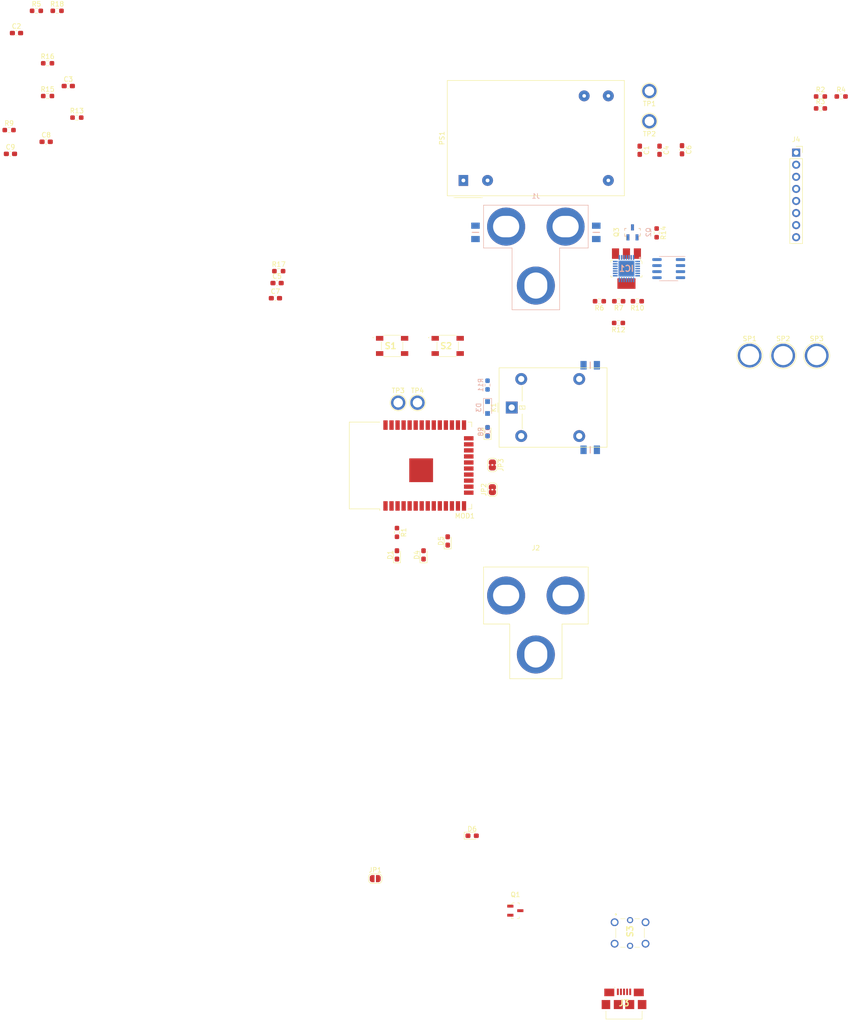
<source format=kicad_pcb>
(kicad_pcb (version 20171130) (host pcbnew "(5.1.9)-1")

  (general
    (thickness 1.6)
    (drawings 0)
    (tracks 0)
    (zones 0)
    (modules 63)
    (nets 49)
  )

  (page USLetter)
  (title_block
    (title "ESP32 Smart Power Relay")
    (date 2020-11-03)
    (rev 0.1)
    (comment 1 "TBD License")
    (comment 2 "Released as Open Source Hardware")
    (comment 3 clayton@clayauld.com)
  )

  (layers
    (0 F.Cu signal)
    (1 In1.Cu signal hide)
    (2 In2.Cu signal hide)
    (31 B.Cu signal)
    (32 B.Adhes user)
    (33 F.Adhes user)
    (34 B.Paste user)
    (35 F.Paste user)
    (36 B.SilkS user)
    (37 F.SilkS user)
    (38 B.Mask user)
    (39 F.Mask user)
    (40 Dwgs.User user)
    (41 Cmts.User user)
    (42 Eco1.User user)
    (43 Eco2.User user)
    (44 Edge.Cuts user)
    (45 Margin user)
    (46 B.CrtYd user)
    (47 F.CrtYd user)
    (48 B.Fab user)
    (49 F.Fab user)
  )

  (setup
    (last_trace_width 0.25)
    (trace_clearance 0.2)
    (zone_clearance 0.508)
    (zone_45_only no)
    (trace_min 0.2)
    (via_size 0.8)
    (via_drill 0.4)
    (via_min_size 0.4)
    (via_min_drill 0.3)
    (uvia_size 0.3)
    (uvia_drill 0.1)
    (uvias_allowed no)
    (uvia_min_size 0.2)
    (uvia_min_drill 0.1)
    (edge_width 0.05)
    (segment_width 0.2)
    (pcb_text_width 0.3)
    (pcb_text_size 1.5 1.5)
    (mod_edge_width 0.12)
    (mod_text_size 1 1)
    (mod_text_width 0.15)
    (pad_size 3 3)
    (pad_drill 2)
    (pad_to_mask_clearance 0)
    (aux_axis_origin 0 0)
    (visible_elements 7FFFFF7F)
    (pcbplotparams
      (layerselection 0x010fc_ffffffff)
      (usegerberextensions false)
      (usegerberattributes true)
      (usegerberadvancedattributes true)
      (creategerberjobfile true)
      (excludeedgelayer true)
      (linewidth 0.100000)
      (plotframeref false)
      (viasonmask false)
      (mode 1)
      (useauxorigin false)
      (hpglpennumber 1)
      (hpglpenspeed 20)
      (hpglpendiameter 15.000000)
      (psnegative false)
      (psa4output false)
      (plotreference true)
      (plotvalue true)
      (plotinvisibletext false)
      (padsonsilk false)
      (subtractmaskfromsilk false)
      (outputformat 1)
      (mirror false)
      (drillshape 1)
      (scaleselection 1)
      (outputdirectory ""))
  )

  (net 0 "")
  (net 1 GND)
  (net 2 +3V3)
  (net 3 VBUS)
  (net 4 +3.3V)
  (net 5 EN)
  (net 6 IO0)
  (net 7 IO2)
  (net 8 "Net-(D1-Pad2)")
  (net 9 "Net-(D2-Pad1)")
  (net 10 "Net-(D3-Pad2)")
  (net 11 "Net-(D3-Pad1)")
  (net 12 "Net-(D4-Pad2)")
  (net 13 "Net-(D4-Pad1)")
  (net 14 "Net-(D5-Pad2)")
  (net 15 "Net-(D5-Pad1)")
  (net 16 "Net-(D6-Pad2)")
  (net 17 LINE_F)
  (net 18 LINE)
  (net 19 NEUT_F)
  (net 20 NEUT)
  (net 21 NC)
  (net 22 LINE_OUT)
  (net 23 NO)
  (net 24 DTR)
  (net 25 TXD)
  (net 26 RXD)
  (net 27 RTS)
  (net 28 "Net-(IC1-Pad11)")
  (net 29 "Net-(IC1-Pad9)")
  (net 30 "Net-(IC1-Pad8)")
  (net 31 D-)
  (net 32 D+)
  (net 33 AC_GND)
  (net 34 "Net-(JP1-Pad2)")
  (net 35 TXD0)
  (net 36 RXD0)
  (net 37 IO4)
  (net 38 "Net-(Q2-Pad1)")
  (net 39 "Net-(Q3-Pad1)")
  (net 40 "Net-(J3-Pad3)")
  (net 41 "Net-(J3-Pad2)")
  (net 42 SPI_SS)
  (net 43 SPI_MOSI)
  (net 44 SPI_MISO)
  (net 45 SPI_SCLK)
  (net 46 I2C_SCL)
  (net 47 I2C_SDA)
  (net 48 "Net-(R18-Pad2)")

  (net_class Default "This is the default net class."
    (clearance 0.2)
    (trace_width 0.25)
    (via_dia 0.8)
    (via_drill 0.4)
    (uvia_dia 0.3)
    (uvia_drill 0.1)
    (add_net +3.3V)
    (add_net +3V3)
    (add_net AC_GND)
    (add_net D+)
    (add_net D-)
    (add_net DTR)
    (add_net EN)
    (add_net GND)
    (add_net I2C_SCL)
    (add_net I2C_SDA)
    (add_net IO0)
    (add_net IO2)
    (add_net IO4)
    (add_net LINE)
    (add_net LINE_F)
    (add_net LINE_OUT)
    (add_net NC)
    (add_net NEUT)
    (add_net NEUT_F)
    (add_net NO)
    (add_net "Net-(D1-Pad2)")
    (add_net "Net-(D2-Pad1)")
    (add_net "Net-(D3-Pad1)")
    (add_net "Net-(D3-Pad2)")
    (add_net "Net-(D4-Pad1)")
    (add_net "Net-(D4-Pad2)")
    (add_net "Net-(D5-Pad1)")
    (add_net "Net-(D5-Pad2)")
    (add_net "Net-(D6-Pad2)")
    (add_net "Net-(IC1-Pad11)")
    (add_net "Net-(IC1-Pad8)")
    (add_net "Net-(IC1-Pad9)")
    (add_net "Net-(J3-Pad2)")
    (add_net "Net-(J3-Pad3)")
    (add_net "Net-(JP1-Pad2)")
    (add_net "Net-(Q2-Pad1)")
    (add_net "Net-(Q3-Pad1)")
    (add_net "Net-(R18-Pad2)")
    (add_net RTS)
    (add_net RXD)
    (add_net RXD0)
    (add_net SPI_MISO)
    (add_net SPI_MOSI)
    (add_net SPI_SCLK)
    (add_net SPI_SS)
    (add_net TXD)
    (add_net TXD0)
    (add_net VBUS)
  )

  (module TestPoint:TestPoint_Plated_Hole_D4.0mm (layer F.Cu) (tedit 5A0F774F) (tstamp 5FFFF88D)
    (at 450.218 17.018)
    (descr "Plated Hole as test Point, diameter 4.0mm")
    (tags "test point plated hole")
    (path /60004D06)
    (attr virtual)
    (fp_text reference SP3 (at 0 -3.548) (layer F.SilkS)
      (effects (font (size 1 1) (thickness 0.15)))
    )
    (fp_text value SolderPoint (at 0 3.55) (layer F.Fab)
      (effects (font (size 1 1) (thickness 0.15)))
    )
    (fp_circle (center 0 0) (end 0 2.75) (layer F.SilkS) (width 0.12))
    (fp_circle (center 0 0) (end 3 0) (layer F.CrtYd) (width 0.05))
    (fp_text user %R (at 0 -3.55) (layer F.Fab)
      (effects (font (size 1 1) (thickness 0.15)))
    )
    (pad 1 thru_hole circle (at 0 0) (size 5 5) (drill 4) (layers *.Cu *.Mask)
      (net 23 NO))
  )

  (module TestPoint:TestPoint_Plated_Hole_D4.0mm (layer F.Cu) (tedit 5A0F774F) (tstamp 5FFFF885)
    (at 443.168 17.018)
    (descr "Plated Hole as test Point, diameter 4.0mm")
    (tags "test point plated hole")
    (path /600044FE)
    (attr virtual)
    (fp_text reference SP2 (at 0 -3.548) (layer F.SilkS)
      (effects (font (size 1 1) (thickness 0.15)))
    )
    (fp_text value SolderPoint (at 0 3.55) (layer F.Fab)
      (effects (font (size 1 1) (thickness 0.15)))
    )
    (fp_circle (center 0 0) (end 0 2.75) (layer F.SilkS) (width 0.12))
    (fp_circle (center 0 0) (end 3 0) (layer F.CrtYd) (width 0.05))
    (fp_text user %R (at 0 -3.55) (layer F.Fab)
      (effects (font (size 1 1) (thickness 0.15)))
    )
    (pad 1 thru_hole circle (at 0 0) (size 5 5) (drill 4) (layers *.Cu *.Mask)
      (net 21 NC))
  )

  (module TestPoint:TestPoint_Plated_Hole_D4.0mm (layer F.Cu) (tedit 5A0F774F) (tstamp 5FFFF87D)
    (at 436.118 17.018)
    (descr "Plated Hole as test Point, diameter 4.0mm")
    (tags "test point plated hole")
    (path /60055FBD)
    (attr virtual)
    (fp_text reference SP1 (at 0 -3.548) (layer F.SilkS)
      (effects (font (size 1 1) (thickness 0.15)))
    )
    (fp_text value SolderPoint (at 0 3.55) (layer F.Fab)
      (effects (font (size 1 1) (thickness 0.15)))
    )
    (fp_circle (center 0 0) (end 0 2.75) (layer F.SilkS) (width 0.12))
    (fp_circle (center 0 0) (end 3 0) (layer F.CrtYd) (width 0.05))
    (fp_text user %R (at 0 -3.55) (layer F.Fab)
      (effects (font (size 1 1) (thickness 0.15)))
    )
    (pad 1 thru_hole circle (at 0 0) (size 5 5) (drill 4) (layers *.Cu *.Mask)
      (net 22 LINE_OUT))
  )

  (module Resistor_SMD:R_0603_1608Metric_Pad0.98x0.95mm_HandSolder (layer F.Cu) (tedit 5F68FEEE) (tstamp 5FC6D7C0)
    (at 455.359 -37.465)
    (descr "Resistor SMD 0603 (1608 Metric), square (rectangular) end terminal, IPC_7351 nominal with elongated pad for handsoldering. (Body size source: IPC-SM-782 page 72, https://www.pcb-3d.com/wordpress/wp-content/uploads/ipc-sm-782a_amendment_1_and_2.pdf), generated with kicad-footprint-generator")
    (tags "resistor handsolder")
    (path /5FF073E6)
    (attr smd)
    (fp_text reference R4 (at 0 -1.43) (layer F.SilkS)
      (effects (font (size 1 1) (thickness 0.15)))
    )
    (fp_text value 1k (at 0 1.43) (layer F.Fab)
      (effects (font (size 1 1) (thickness 0.15)))
    )
    (fp_line (start -0.8 0.4125) (end -0.8 -0.4125) (layer F.Fab) (width 0.1))
    (fp_line (start -0.8 -0.4125) (end 0.8 -0.4125) (layer F.Fab) (width 0.1))
    (fp_line (start 0.8 -0.4125) (end 0.8 0.4125) (layer F.Fab) (width 0.1))
    (fp_line (start 0.8 0.4125) (end -0.8 0.4125) (layer F.Fab) (width 0.1))
    (fp_line (start -0.254724 -0.5225) (end 0.254724 -0.5225) (layer F.SilkS) (width 0.12))
    (fp_line (start -0.254724 0.5225) (end 0.254724 0.5225) (layer F.SilkS) (width 0.12))
    (fp_line (start -1.65 0.73) (end -1.65 -0.73) (layer F.CrtYd) (width 0.05))
    (fp_line (start -1.65 -0.73) (end 1.65 -0.73) (layer F.CrtYd) (width 0.05))
    (fp_line (start 1.65 -0.73) (end 1.65 0.73) (layer F.CrtYd) (width 0.05))
    (fp_line (start 1.65 0.73) (end -1.65 0.73) (layer F.CrtYd) (width 0.05))
    (fp_text user %R (at 0 0) (layer F.Fab)
      (effects (font (size 0.4 0.4) (thickness 0.06)))
    )
    (pad 2 smd roundrect (at 0.9125 0) (size 0.975 0.95) (layers F.Cu F.Paste F.Mask) (roundrect_rratio 0.25)
      (net 2 +3V3))
    (pad 1 smd roundrect (at -0.9125 0) (size 0.975 0.95) (layers F.Cu F.Paste F.Mask) (roundrect_rratio 0.25)
      (net 46 I2C_SCL))
    (model ${KISYS3DMOD}/Resistor_SMD.3dshapes/R_0603_1608Metric.wrl
      (at (xyz 0 0 0))
      (scale (xyz 1 1 1))
      (rotate (xyz 0 0 0))
    )
  )

  (module Resistor_SMD:R_0603_1608Metric_Pad0.98x0.95mm_HandSolder (layer F.Cu) (tedit 5F68FEEE) (tstamp 5FC6D7AF)
    (at 451.009 -34.955)
    (descr "Resistor SMD 0603 (1608 Metric), square (rectangular) end terminal, IPC_7351 nominal with elongated pad for handsoldering. (Body size source: IPC-SM-782 page 72, https://www.pcb-3d.com/wordpress/wp-content/uploads/ipc-sm-782a_amendment_1_and_2.pdf), generated with kicad-footprint-generator")
    (tags "resistor handsolder")
    (path /5FF06B98)
    (attr smd)
    (fp_text reference R3 (at 0 -1.43) (layer F.SilkS)
      (effects (font (size 1 1) (thickness 0.15)))
    )
    (fp_text value 1k (at 0 1.43) (layer F.Fab)
      (effects (font (size 1 1) (thickness 0.15)))
    )
    (fp_line (start -0.8 0.4125) (end -0.8 -0.4125) (layer F.Fab) (width 0.1))
    (fp_line (start -0.8 -0.4125) (end 0.8 -0.4125) (layer F.Fab) (width 0.1))
    (fp_line (start 0.8 -0.4125) (end 0.8 0.4125) (layer F.Fab) (width 0.1))
    (fp_line (start 0.8 0.4125) (end -0.8 0.4125) (layer F.Fab) (width 0.1))
    (fp_line (start -0.254724 -0.5225) (end 0.254724 -0.5225) (layer F.SilkS) (width 0.12))
    (fp_line (start -0.254724 0.5225) (end 0.254724 0.5225) (layer F.SilkS) (width 0.12))
    (fp_line (start -1.65 0.73) (end -1.65 -0.73) (layer F.CrtYd) (width 0.05))
    (fp_line (start -1.65 -0.73) (end 1.65 -0.73) (layer F.CrtYd) (width 0.05))
    (fp_line (start 1.65 -0.73) (end 1.65 0.73) (layer F.CrtYd) (width 0.05))
    (fp_line (start 1.65 0.73) (end -1.65 0.73) (layer F.CrtYd) (width 0.05))
    (fp_text user %R (at 0 0) (layer F.Fab)
      (effects (font (size 0.4 0.4) (thickness 0.06)))
    )
    (pad 2 smd roundrect (at 0.9125 0) (size 0.975 0.95) (layers F.Cu F.Paste F.Mask) (roundrect_rratio 0.25)
      (net 2 +3V3))
    (pad 1 smd roundrect (at -0.9125 0) (size 0.975 0.95) (layers F.Cu F.Paste F.Mask) (roundrect_rratio 0.25)
      (net 47 I2C_SDA))
    (model ${KISYS3DMOD}/Resistor_SMD.3dshapes/R_0603_1608Metric.wrl
      (at (xyz 0 0 0))
      (scale (xyz 1 1 1))
      (rotate (xyz 0 0 0))
    )
  )

  (module Resistor_SMD:R_0603_1608Metric_Pad0.98x0.95mm_HandSolder (layer F.Cu) (tedit 5F68FEEE) (tstamp 5FC6D79E)
    (at 451.009 -37.465)
    (descr "Resistor SMD 0603 (1608 Metric), square (rectangular) end terminal, IPC_7351 nominal with elongated pad for handsoldering. (Body size source: IPC-SM-782 page 72, https://www.pcb-3d.com/wordpress/wp-content/uploads/ipc-sm-782a_amendment_1_and_2.pdf), generated with kicad-footprint-generator")
    (tags "resistor handsolder")
    (path /5FEF8B41)
    (attr smd)
    (fp_text reference R2 (at 0 -1.43) (layer F.SilkS)
      (effects (font (size 1 1) (thickness 0.15)))
    )
    (fp_text value 1k (at 0 1.43) (layer F.Fab)
      (effects (font (size 1 1) (thickness 0.15)))
    )
    (fp_line (start -0.8 0.4125) (end -0.8 -0.4125) (layer F.Fab) (width 0.1))
    (fp_line (start -0.8 -0.4125) (end 0.8 -0.4125) (layer F.Fab) (width 0.1))
    (fp_line (start 0.8 -0.4125) (end 0.8 0.4125) (layer F.Fab) (width 0.1))
    (fp_line (start 0.8 0.4125) (end -0.8 0.4125) (layer F.Fab) (width 0.1))
    (fp_line (start -0.254724 -0.5225) (end 0.254724 -0.5225) (layer F.SilkS) (width 0.12))
    (fp_line (start -0.254724 0.5225) (end 0.254724 0.5225) (layer F.SilkS) (width 0.12))
    (fp_line (start -1.65 0.73) (end -1.65 -0.73) (layer F.CrtYd) (width 0.05))
    (fp_line (start -1.65 -0.73) (end 1.65 -0.73) (layer F.CrtYd) (width 0.05))
    (fp_line (start 1.65 -0.73) (end 1.65 0.73) (layer F.CrtYd) (width 0.05))
    (fp_line (start 1.65 0.73) (end -1.65 0.73) (layer F.CrtYd) (width 0.05))
    (fp_text user %R (at 0 0) (layer F.Fab)
      (effects (font (size 0.4 0.4) (thickness 0.06)))
    )
    (pad 2 smd roundrect (at 0.9125 0) (size 0.975 0.95) (layers F.Cu F.Paste F.Mask) (roundrect_rratio 0.25)
      (net 2 +3V3))
    (pad 1 smd roundrect (at -0.9125 0) (size 0.975 0.95) (layers F.Cu F.Paste F.Mask) (roundrect_rratio 0.25)
      (net 42 SPI_SS))
    (model ${KISYS3DMOD}/Resistor_SMD.3dshapes/R_0603_1608Metric.wrl
      (at (xyz 0 0 0))
      (scale (xyz 1 1 1))
      (rotate (xyz 0 0 0))
    )
  )

  (module Connector_PinSocket_2.54mm:PinSocket_1x08_P2.54mm_Vertical (layer F.Cu) (tedit 5A19A420) (tstamp 5FD42C97)
    (at 445.897 -25.654)
    (descr "Through hole straight socket strip, 1x08, 2.54mm pitch, single row (from Kicad 4.0.7), script generated")
    (tags "Through hole socket strip THT 1x08 2.54mm single row")
    (path /5FD421A9)
    (fp_text reference J4 (at 0 -2.77) (layer F.SilkS)
      (effects (font (size 1 1) (thickness 0.15)))
    )
    (fp_text value "0.1\" (2.54mm) Headers" (at 2.794 9.271 90) (layer F.Fab)
      (effects (font (size 1 1) (thickness 0.15)))
    )
    (fp_line (start -1.27 -1.27) (end 0.635 -1.27) (layer F.Fab) (width 0.1))
    (fp_line (start 0.635 -1.27) (end 1.27 -0.635) (layer F.Fab) (width 0.1))
    (fp_line (start 1.27 -0.635) (end 1.27 19.05) (layer F.Fab) (width 0.1))
    (fp_line (start 1.27 19.05) (end -1.27 19.05) (layer F.Fab) (width 0.1))
    (fp_line (start -1.27 19.05) (end -1.27 -1.27) (layer F.Fab) (width 0.1))
    (fp_line (start -1.33 1.27) (end 1.33 1.27) (layer F.SilkS) (width 0.12))
    (fp_line (start -1.33 1.27) (end -1.33 19.11) (layer F.SilkS) (width 0.12))
    (fp_line (start -1.33 19.11) (end 1.33 19.11) (layer F.SilkS) (width 0.12))
    (fp_line (start 1.33 1.27) (end 1.33 19.11) (layer F.SilkS) (width 0.12))
    (fp_line (start 1.33 -1.33) (end 1.33 0) (layer F.SilkS) (width 0.12))
    (fp_line (start 0 -1.33) (end 1.33 -1.33) (layer F.SilkS) (width 0.12))
    (fp_line (start -1.8 -1.8) (end 1.75 -1.8) (layer F.CrtYd) (width 0.05))
    (fp_line (start 1.75 -1.8) (end 1.75 19.55) (layer F.CrtYd) (width 0.05))
    (fp_line (start 1.75 19.55) (end -1.8 19.55) (layer F.CrtYd) (width 0.05))
    (fp_line (start -1.8 19.55) (end -1.8 -1.8) (layer F.CrtYd) (width 0.05))
    (fp_text user %R (at 0 8.89 90) (layer F.Fab)
      (effects (font (size 1 1) (thickness 0.15)))
    )
    (pad 8 thru_hole oval (at 0 17.78) (size 1.7 1.7) (drill 1) (layers *.Cu *.Mask)
      (net 42 SPI_SS))
    (pad 7 thru_hole oval (at 0 15.24) (size 1.7 1.7) (drill 1) (layers *.Cu *.Mask)
      (net 43 SPI_MOSI))
    (pad 6 thru_hole oval (at 0 12.7) (size 1.7 1.7) (drill 1) (layers *.Cu *.Mask)
      (net 44 SPI_MISO))
    (pad 5 thru_hole oval (at 0 10.16) (size 1.7 1.7) (drill 1) (layers *.Cu *.Mask)
      (net 45 SPI_SCLK))
    (pad 4 thru_hole oval (at 0 7.62) (size 1.7 1.7) (drill 1) (layers *.Cu *.Mask)
      (net 1 GND))
    (pad 3 thru_hole oval (at 0 5.08) (size 1.7 1.7) (drill 1) (layers *.Cu *.Mask)
      (net 4 +3.3V))
    (pad 2 thru_hole oval (at 0 2.54) (size 1.7 1.7) (drill 1) (layers *.Cu *.Mask)
      (net 47 I2C_SDA))
    (pad 1 thru_hole rect (at 0 0) (size 1.7 1.7) (drill 1) (layers *.Cu *.Mask)
      (net 46 I2C_SCL))
    (model ${KISYS3DMOD}/Connector_PinSocket_2.54mm.3dshapes/PinSocket_1x08_P2.54mm_Vertical.wrl
      (at (xyz 0 0 0))
      (scale (xyz 1 1 1))
      (rotate (xyz 0 0 0))
    )
  )

  (module SamacSys_Parts:101181920002LF (layer F.Cu) (tedit 0) (tstamp 5FA2B7A2)
    (at 409.702 153.67)
    (descr 10118192-0002LF-2)
    (tags Connector)
    (path /5F820148)
    (attr smd)
    (fp_text reference J3 (at 0 -0.494) (layer F.SilkS)
      (effects (font (size 1.27 1.27) (thickness 0.254)))
    )
    (fp_text value 10118192-0002LF (at 0 -0.494) (layer F.SilkS) hide
      (effects (font (size 1.27 1.27) (thickness 0.254)))
    )
    (fp_line (start -3.8 -2.188) (end 3.8 -2.188) (layer F.Fab) (width 0.2))
    (fp_line (start 3.8 -2.188) (end 3.8 2.862) (layer F.Fab) (width 0.2))
    (fp_line (start 3.8 2.862) (end -3.8 2.862) (layer F.Fab) (width 0.2))
    (fp_line (start -3.8 2.862) (end -3.8 -2.188) (layer F.Fab) (width 0.2))
    (fp_line (start -5.7 -4.85) (end 5.7 -4.85) (layer F.CrtYd) (width 0.1))
    (fp_line (start 5.7 -4.85) (end 5.7 3.862) (layer F.CrtYd) (width 0.1))
    (fp_line (start 5.7 3.862) (end -5.7 3.862) (layer F.CrtYd) (width 0.1))
    (fp_line (start -5.7 3.862) (end -5.7 -4.85) (layer F.CrtYd) (width 0.1))
    (fp_line (start -3.8 1.138) (end -3.8 2.862) (layer F.SilkS) (width 0.1))
    (fp_line (start -3.8 2.862) (end 3.8 2.862) (layer F.SilkS) (width 0.1))
    (fp_line (start 3.8 2.862) (end 3.8 1.138) (layer F.SilkS) (width 0.1))
    (fp_line (start -3.8 -1.662) (end -3.8 -1.462) (layer F.SilkS) (width 0.1))
    (fp_line (start 3.8 -1.662) (end 3.8 -1.462) (layer F.SilkS) (width 0.1))
    (fp_line (start -2 -3.8) (end -2 -3.8) (layer F.SilkS) (width 0.1))
    (fp_line (start -1.9 -3.8) (end -1.9 -3.8) (layer F.SilkS) (width 0.1))
    (fp_arc (start -1.95 -3.8) (end -1.9 -3.8) (angle -180) (layer F.SilkS) (width 0.1))
    (fp_arc (start -1.95 -3.8) (end -2 -3.8) (angle -180) (layer F.SilkS) (width 0.1))
    (fp_text user %R (at 0 -0.494) (layer F.Fab)
      (effects (font (size 1.27 1.27) (thickness 0.254)))
    )
    (pad MP6 smd rect (at 3.1 -2.737 90) (size 1.6 2.1) (layers F.Cu F.Paste F.Mask)
      (net 1 GND))
    (pad MP5 smd rect (at 3.8 -0.188) (size 1.8 1.9) (layers F.Cu F.Paste F.Mask)
      (net 1 GND))
    (pad MP4 smd rect (at 1.2 -0.188) (size 1.9 1.9) (layers F.Cu F.Paste F.Mask)
      (net 1 GND))
    (pad MP3 smd rect (at -1.2 -0.188) (size 1.9 1.9) (layers F.Cu F.Paste F.Mask)
      (net 1 GND))
    (pad MP2 smd rect (at -3.8 -0.188) (size 1.8 1.9) (layers F.Cu F.Paste F.Mask)
      (net 1 GND))
    (pad MP1 smd rect (at -3.1 -2.737 90) (size 1.6 2.1) (layers F.Cu F.Paste F.Mask)
      (net 1 GND))
    (pad 5 smd rect (at 1.3 -2.862) (size 0.4 1.35) (layers F.Cu F.Paste F.Mask)
      (net 1 GND))
    (pad 4 smd rect (at 0.65 -2.862) (size 0.4 1.35) (layers F.Cu F.Paste F.Mask))
    (pad 3 smd rect (at 0 -2.862) (size 0.4 1.35) (layers F.Cu F.Paste F.Mask)
      (net 40 "Net-(J3-Pad3)"))
    (pad 2 smd rect (at -0.65 -2.862) (size 0.4 1.35) (layers F.Cu F.Paste F.Mask)
      (net 41 "Net-(J3-Pad2)"))
    (pad 1 smd rect (at -1.3 -2.862) (size 0.4 1.35) (layers F.Cu F.Paste F.Mask)
      (net 3 VBUS))
    (model C:\Users\Clayton\Nextcloud\Documents\KiCAD\Libraries\SamacSys\SamacSys_Parts.3dshapes\10118192-0002LF.stp
      (at (xyz 0 0 0))
      (scale (xyz 1 1 1))
      (rotate (xyz 0 0 0))
    )
  )

  (module SamacSys_Parts:NEMA-5-15R-Female (layer F.Cu) (tedit 5FA20200) (tstamp 5FC61DA6)
    (at 391.16 61.468)
    (descr "Female Bridge – NEMA 5-15R Female Preassembled Cordset")
    (path /5FE89210)
    (fp_text reference J2 (at 0 -4) (layer F.SilkS)
      (effects (font (size 1 1) (thickness 0.15)))
    )
    (fp_text value NEMA-5-15R-Female (at 0 -2) (layer F.Fab)
      (effects (font (size 1 1) (thickness 0.15)))
    )
    (fp_line (start -11 0) (end 11 0) (layer F.SilkS) (width 0.12))
    (fp_line (start -11 0) (end -11 12) (layer F.SilkS) (width 0.12))
    (fp_line (start 11 0) (end 11 12) (layer F.SilkS) (width 0.12))
    (fp_line (start -5.5 23.5) (end 5.5 23.5) (layer F.SilkS) (width 0.12))
    (fp_line (start 5.5 23.5) (end 5.5 12) (layer F.SilkS) (width 0.12))
    (fp_line (start -5.5 12) (end -5.5 23.5) (layer F.SilkS) (width 0.12))
    (fp_line (start -11 12) (end -5.5 12) (layer F.SilkS) (width 0.12))
    (fp_line (start 5.5 12) (end 11 12) (layer F.SilkS) (width 0.12))
    (pad 2 thru_hole oval (at 6.25 6) (size 8 8) (drill oval 5.5 4.5) (layers *.Cu *.Mask)
      (net 19 NEUT_F))
    (pad 3 thru_hole oval (at 0 18.4) (size 8 8) (drill oval 4.8 5.5) (layers *.Cu *.Mask)
      (net 33 AC_GND))
    (pad 1 thru_hole oval (at -6.25 6) (size 8 8) (drill oval 5.5 4.5) (layers *.Cu *.Mask)
      (net 22 LINE_OUT))
  )

  (module RF_Module:ESP32-WROOM-32 (layer F.Cu) (tedit 5B5B4654) (tstamp 5FC61802)
    (at 367.792 40.132 90)
    (descr "Single 2.4 GHz Wi-Fi and Bluetooth combo chip https://www.espressif.com/sites/default/files/documentation/esp32-wroom-32_datasheet_en.pdf")
    (tags "Single 2.4 GHz Wi-Fi and Bluetooth combo  chip")
    (path /5F7F2BE3)
    (attr smd)
    (fp_text reference MOD1 (at -10.61 8.43) (layer F.SilkS)
      (effects (font (size 1 1) (thickness 0.15)))
    )
    (fp_text value ESP32-WROOM-32 (at -10.668 -3.048 180) (layer F.Fab)
      (effects (font (size 1 1) (thickness 0.15)))
    )
    (fp_line (start -9.12 -9.445) (end -9.5 -9.445) (layer F.SilkS) (width 0.12))
    (fp_line (start -9.12 -15.865) (end -9.12 -9.445) (layer F.SilkS) (width 0.12))
    (fp_line (start 9.12 -15.865) (end 9.12 -9.445) (layer F.SilkS) (width 0.12))
    (fp_line (start -9.12 -15.865) (end 9.12 -15.865) (layer F.SilkS) (width 0.12))
    (fp_line (start 9.12 9.88) (end 8.12 9.88) (layer F.SilkS) (width 0.12))
    (fp_line (start 9.12 9.1) (end 9.12 9.88) (layer F.SilkS) (width 0.12))
    (fp_line (start -9.12 9.88) (end -8.12 9.88) (layer F.SilkS) (width 0.12))
    (fp_line (start -9.12 9.1) (end -9.12 9.88) (layer F.SilkS) (width 0.12))
    (fp_line (start 8.4 -20.6) (end 8.2 -20.4) (layer Cmts.User) (width 0.1))
    (fp_line (start 8.4 -16) (end 8.4 -20.6) (layer Cmts.User) (width 0.1))
    (fp_line (start 8.4 -20.6) (end 8.6 -20.4) (layer Cmts.User) (width 0.1))
    (fp_line (start 8.4 -16) (end 8.6 -16.2) (layer Cmts.User) (width 0.1))
    (fp_line (start 8.4 -16) (end 8.2 -16.2) (layer Cmts.User) (width 0.1))
    (fp_line (start -9.2 -13.875) (end -9.4 -14.075) (layer Cmts.User) (width 0.1))
    (fp_line (start -13.8 -13.875) (end -9.2 -13.875) (layer Cmts.User) (width 0.1))
    (fp_line (start -9.2 -13.875) (end -9.4 -13.675) (layer Cmts.User) (width 0.1))
    (fp_line (start -13.8 -13.875) (end -13.6 -13.675) (layer Cmts.User) (width 0.1))
    (fp_line (start -13.8 -13.875) (end -13.6 -14.075) (layer Cmts.User) (width 0.1))
    (fp_line (start 9.2 -13.875) (end 9.4 -13.675) (layer Cmts.User) (width 0.1))
    (fp_line (start 9.2 -13.875) (end 9.4 -14.075) (layer Cmts.User) (width 0.1))
    (fp_line (start 13.8 -13.875) (end 13.6 -13.675) (layer Cmts.User) (width 0.1))
    (fp_line (start 13.8 -13.875) (end 13.6 -14.075) (layer Cmts.User) (width 0.1))
    (fp_line (start 9.2 -13.875) (end 13.8 -13.875) (layer Cmts.User) (width 0.1))
    (fp_line (start 14 -11.585) (end 12 -9.97) (layer Dwgs.User) (width 0.1))
    (fp_line (start 14 -13.2) (end 10 -9.97) (layer Dwgs.User) (width 0.1))
    (fp_line (start 14 -14.815) (end 8 -9.97) (layer Dwgs.User) (width 0.1))
    (fp_line (start 14 -16.43) (end 6 -9.97) (layer Dwgs.User) (width 0.1))
    (fp_line (start 14 -18.045) (end 4 -9.97) (layer Dwgs.User) (width 0.1))
    (fp_line (start 14 -19.66) (end 2 -9.97) (layer Dwgs.User) (width 0.1))
    (fp_line (start 13.475 -20.75) (end 0 -9.97) (layer Dwgs.User) (width 0.1))
    (fp_line (start 11.475 -20.75) (end -2 -9.97) (layer Dwgs.User) (width 0.1))
    (fp_line (start 9.475 -20.75) (end -4 -9.97) (layer Dwgs.User) (width 0.1))
    (fp_line (start 7.475 -20.75) (end -6 -9.97) (layer Dwgs.User) (width 0.1))
    (fp_line (start -8 -9.97) (end 5.475 -20.75) (layer Dwgs.User) (width 0.1))
    (fp_line (start 3.475 -20.75) (end -10 -9.97) (layer Dwgs.User) (width 0.1))
    (fp_line (start 1.475 -20.75) (end -12 -9.97) (layer Dwgs.User) (width 0.1))
    (fp_line (start -0.525 -20.75) (end -14 -9.97) (layer Dwgs.User) (width 0.1))
    (fp_line (start -2.525 -20.75) (end -14 -11.585) (layer Dwgs.User) (width 0.1))
    (fp_line (start -4.525 -20.75) (end -14 -13.2) (layer Dwgs.User) (width 0.1))
    (fp_line (start -6.525 -20.75) (end -14 -14.815) (layer Dwgs.User) (width 0.1))
    (fp_line (start -8.525 -20.75) (end -14 -16.43) (layer Dwgs.User) (width 0.1))
    (fp_line (start -10.525 -20.75) (end -14 -18.045) (layer Dwgs.User) (width 0.1))
    (fp_line (start -12.525 -20.75) (end -14 -19.66) (layer Dwgs.User) (width 0.1))
    (fp_line (start 9.75 -9.72) (end 14.25 -9.72) (layer F.CrtYd) (width 0.05))
    (fp_line (start -14.25 -9.72) (end -9.75 -9.72) (layer F.CrtYd) (width 0.05))
    (fp_line (start 14.25 -21) (end 14.25 -9.72) (layer F.CrtYd) (width 0.05))
    (fp_line (start -14.25 -21) (end -14.25 -9.72) (layer F.CrtYd) (width 0.05))
    (fp_line (start 14 -20.75) (end -14 -20.75) (layer Dwgs.User) (width 0.1))
    (fp_line (start 14 -9.97) (end 14 -20.75) (layer Dwgs.User) (width 0.1))
    (fp_line (start 14 -9.97) (end -14 -9.97) (layer Dwgs.User) (width 0.1))
    (fp_line (start -9 -9.02) (end -8.5 -9.52) (layer F.Fab) (width 0.1))
    (fp_line (start -8.5 -9.52) (end -9 -10.02) (layer F.Fab) (width 0.1))
    (fp_line (start -9 -9.02) (end -9 9.76) (layer F.Fab) (width 0.1))
    (fp_line (start -14.25 -21) (end 14.25 -21) (layer F.CrtYd) (width 0.05))
    (fp_line (start 9.75 -9.72) (end 9.75 10.5) (layer F.CrtYd) (width 0.05))
    (fp_line (start -9.75 10.5) (end 9.75 10.5) (layer F.CrtYd) (width 0.05))
    (fp_line (start -9.75 10.5) (end -9.75 -9.72) (layer F.CrtYd) (width 0.05))
    (fp_line (start -9 -15.745) (end 9 -15.745) (layer F.Fab) (width 0.1))
    (fp_line (start -9 -15.745) (end -9 -10.02) (layer F.Fab) (width 0.1))
    (fp_line (start -9 9.76) (end 9 9.76) (layer F.Fab) (width 0.1))
    (fp_line (start 9 9.76) (end 9 -15.745) (layer F.Fab) (width 0.1))
    (fp_line (start -14 -9.97) (end -14 -20.75) (layer Dwgs.User) (width 0.1))
    (fp_text user "5 mm" (at 7.8 -19.075) (layer Cmts.User)
      (effects (font (size 0.5 0.5) (thickness 0.1)))
    )
    (fp_text user "5 mm" (at -11.2 -14.375 90) (layer Cmts.User)
      (effects (font (size 0.5 0.5) (thickness 0.1)))
    )
    (fp_text user "5 mm" (at 11.8 -14.375 90) (layer Cmts.User)
      (effects (font (size 0.5 0.5) (thickness 0.1)))
    )
    (fp_text user Antenna (at 0 -13 90) (layer Cmts.User)
      (effects (font (size 1 1) (thickness 0.15)))
    )
    (fp_text user "KEEP-OUT ZONE" (at 0 -19 90) (layer Cmts.User)
      (effects (font (size 1 1) (thickness 0.15)))
    )
    (fp_text user %R (at 0 0 90) (layer F.Fab)
      (effects (font (size 1 1) (thickness 0.15)))
    )
    (pad 38 smd rect (at 8.5 -8.255 90) (size 2 0.9) (layers F.Cu F.Paste F.Mask)
      (net 1 GND))
    (pad 37 smd rect (at 8.5 -6.985 90) (size 2 0.9) (layers F.Cu F.Paste F.Mask)
      (net 43 SPI_MOSI))
    (pad 36 smd rect (at 8.5 -5.715 90) (size 2 0.9) (layers F.Cu F.Paste F.Mask)
      (net 46 I2C_SCL))
    (pad 35 smd rect (at 8.5 -4.445 90) (size 2 0.9) (layers F.Cu F.Paste F.Mask)
      (net 35 TXD0))
    (pad 34 smd rect (at 8.5 -3.175 90) (size 2 0.9) (layers F.Cu F.Paste F.Mask)
      (net 36 RXD0))
    (pad 33 smd rect (at 8.5 -1.905 90) (size 2 0.9) (layers F.Cu F.Paste F.Mask)
      (net 47 I2C_SDA))
    (pad 32 smd rect (at 8.5 -0.635 90) (size 2 0.9) (layers F.Cu F.Paste F.Mask))
    (pad 31 smd rect (at 8.5 0.635 90) (size 2 0.9) (layers F.Cu F.Paste F.Mask)
      (net 44 SPI_MISO))
    (pad 30 smd rect (at 8.5 1.905 90) (size 2 0.9) (layers F.Cu F.Paste F.Mask)
      (net 45 SPI_SCLK))
    (pad 29 smd rect (at 8.5 3.175 90) (size 2 0.9) (layers F.Cu F.Paste F.Mask)
      (net 42 SPI_SS))
    (pad 28 smd rect (at 8.5 4.445 90) (size 2 0.9) (layers F.Cu F.Paste F.Mask))
    (pad 27 smd rect (at 8.5 5.715 90) (size 2 0.9) (layers F.Cu F.Paste F.Mask))
    (pad 26 smd rect (at 8.5 6.985 90) (size 2 0.9) (layers F.Cu F.Paste F.Mask)
      (net 37 IO4))
    (pad 25 smd rect (at 8.5 8.255 90) (size 2 0.9) (layers F.Cu F.Paste F.Mask)
      (net 6 IO0))
    (pad 24 smd rect (at 5.715 9.255 180) (size 2 0.9) (layers F.Cu F.Paste F.Mask)
      (net 7 IO2))
    (pad 23 smd rect (at 4.445 9.255 180) (size 2 0.9) (layers F.Cu F.Paste F.Mask))
    (pad 22 smd rect (at 3.175 9.255 180) (size 2 0.9) (layers F.Cu F.Paste F.Mask))
    (pad 21 smd rect (at 1.905 9.255 180) (size 2 0.9) (layers F.Cu F.Paste F.Mask))
    (pad 20 smd rect (at 0.635 9.255 180) (size 2 0.9) (layers F.Cu F.Paste F.Mask))
    (pad 19 smd rect (at -0.635 9.255 180) (size 2 0.9) (layers F.Cu F.Paste F.Mask))
    (pad 18 smd rect (at -1.905 9.255 180) (size 2 0.9) (layers F.Cu F.Paste F.Mask))
    (pad 17 smd rect (at -3.175 9.255 180) (size 2 0.9) (layers F.Cu F.Paste F.Mask))
    (pad 16 smd rect (at -4.445 9.255 180) (size 2 0.9) (layers F.Cu F.Paste F.Mask))
    (pad 15 smd rect (at -5.715 9.255 180) (size 2 0.9) (layers F.Cu F.Paste F.Mask)
      (net 1 GND))
    (pad 14 smd rect (at -8.5 8.255 90) (size 2 0.9) (layers F.Cu F.Paste F.Mask))
    (pad 13 smd rect (at -8.5 6.985 90) (size 2 0.9) (layers F.Cu F.Paste F.Mask))
    (pad 12 smd rect (at -8.5 5.715 90) (size 2 0.9) (layers F.Cu F.Paste F.Mask))
    (pad 11 smd rect (at -8.5 4.445 90) (size 2 0.9) (layers F.Cu F.Paste F.Mask))
    (pad 10 smd rect (at -8.5 3.175 90) (size 2 0.9) (layers F.Cu F.Paste F.Mask))
    (pad 9 smd rect (at -8.5 1.905 90) (size 2 0.9) (layers F.Cu F.Paste F.Mask))
    (pad 8 smd rect (at -8.5 0.635 90) (size 2 0.9) (layers F.Cu F.Paste F.Mask))
    (pad 7 smd rect (at -8.5 -0.635 90) (size 2 0.9) (layers F.Cu F.Paste F.Mask))
    (pad 6 smd rect (at -8.5 -1.905 90) (size 2 0.9) (layers F.Cu F.Paste F.Mask))
    (pad 5 smd rect (at -8.5 -3.175 90) (size 2 0.9) (layers F.Cu F.Paste F.Mask))
    (pad 4 smd rect (at -8.5 -4.445 90) (size 2 0.9) (layers F.Cu F.Paste F.Mask))
    (pad 3 smd rect (at -8.5 -5.715 90) (size 2 0.9) (layers F.Cu F.Paste F.Mask)
      (net 5 EN))
    (pad 2 smd rect (at -8.5 -6.985 90) (size 2 0.9) (layers F.Cu F.Paste F.Mask)
      (net 2 +3V3))
    (pad 1 smd rect (at -8.5 -8.255 90) (size 2 0.9) (layers F.Cu F.Paste F.Mask)
      (net 1 GND))
    (pad 39 smd rect (at -1 -0.755 90) (size 5 5) (layers F.Cu F.Paste F.Mask)
      (net 1 GND))
    (model ${KISYS3DMOD}/RF_Module.3dshapes/ESP32-WROOM-32.wrl
      (at (xyz 0 0 0))
      (scale (xyz 1 1 1))
      (rotate (xyz 0 0 0))
    )
  )

  (module Diode_SMD:D_SOD-323_HandSoldering (layer B.Cu) (tedit 58641869) (tstamp 5FA2B6CB)
    (at 381 27.94 270)
    (descr SOD-323)
    (tags SOD-323)
    (path /5FAECFCD)
    (attr smd)
    (fp_text reference D3 (at 0 1.85 270) (layer B.SilkS)
      (effects (font (size 1 1) (thickness 0.15)) (justify mirror))
    )
    (fp_text value 1N47xxA (at 0.1 -1.9 270) (layer B.Fab) hide
      (effects (font (size 1 1) (thickness 0.15)) (justify mirror))
    )
    (fp_line (start -1.9 0.85) (end 1.25 0.85) (layer B.SilkS) (width 0.12))
    (fp_line (start -1.9 -0.85) (end 1.25 -0.85) (layer B.SilkS) (width 0.12))
    (fp_line (start -2 0.95) (end -2 -0.95) (layer B.CrtYd) (width 0.05))
    (fp_line (start -2 -0.95) (end 2 -0.95) (layer B.CrtYd) (width 0.05))
    (fp_line (start 2 0.95) (end 2 -0.95) (layer B.CrtYd) (width 0.05))
    (fp_line (start -2 0.95) (end 2 0.95) (layer B.CrtYd) (width 0.05))
    (fp_line (start -0.9 0.7) (end 0.9 0.7) (layer B.Fab) (width 0.1))
    (fp_line (start 0.9 0.7) (end 0.9 -0.7) (layer B.Fab) (width 0.1))
    (fp_line (start 0.9 -0.7) (end -0.9 -0.7) (layer B.Fab) (width 0.1))
    (fp_line (start -0.9 -0.7) (end -0.9 0.7) (layer B.Fab) (width 0.1))
    (fp_line (start -0.3 0.35) (end -0.3 -0.35) (layer B.Fab) (width 0.1))
    (fp_line (start -0.3 0) (end -0.5 0) (layer B.Fab) (width 0.1))
    (fp_line (start -0.3 0) (end 0.2 0.35) (layer B.Fab) (width 0.1))
    (fp_line (start 0.2 0.35) (end 0.2 -0.35) (layer B.Fab) (width 0.1))
    (fp_line (start 0.2 -0.35) (end -0.3 0) (layer B.Fab) (width 0.1))
    (fp_line (start 0.2 0) (end 0.45 0) (layer B.Fab) (width 0.1))
    (fp_line (start -1.9 0.85) (end -1.9 -0.85) (layer B.SilkS) (width 0.12))
    (fp_text user %R (at 0 1.85 270) (layer B.Fab)
      (effects (font (size 1 1) (thickness 0.15)) (justify mirror))
    )
    (pad 2 smd rect (at 1.25 0 270) (size 1 1) (layers B.Cu B.Paste B.Mask)
      (net 10 "Net-(D3-Pad2)"))
    (pad 1 smd rect (at -1.25 0 270) (size 1 1) (layers B.Cu B.Paste B.Mask)
      (net 11 "Net-(D3-Pad1)"))
    (model ${KISYS3DMOD}/Diode_SMD.3dshapes/D_SOD-323.wrl
      (at (xyz 0 0 0))
      (scale (xyz 1 1 1))
      (rotate (xyz 0 0 0))
    )
  )

  (module Package_SO:SOIC-8_3.9x4.9mm_P1.27mm (layer B.Cu) (tedit 5D9F72B1) (tstamp 5FA3222C)
    (at 419.1 -1.27 180)
    (descr "SOIC, 8 Pin (JEDEC MS-012AA, https://www.analog.com/media/en/package-pcb-resources/package/pkg_pdf/soic_narrow-r/r_8.pdf), generated with kicad-footprint-generator ipc_gullwing_generator.py")
    (tags "SOIC SO")
    (path /5FBC96FE)
    (attr smd)
    (fp_text reference U2 (at 0 3.4) (layer B.SilkS) hide
      (effects (font (size 1 1) (thickness 0.15)) (justify mirror))
    )
    (fp_text value USB6B1 (at 0 -3.4) (layer B.Fab) hide
      (effects (font (size 1 1) (thickness 0.15)) (justify mirror))
    )
    (fp_line (start 3.7 2.7) (end -3.7 2.7) (layer B.CrtYd) (width 0.05))
    (fp_line (start 3.7 -2.7) (end 3.7 2.7) (layer B.CrtYd) (width 0.05))
    (fp_line (start -3.7 -2.7) (end 3.7 -2.7) (layer B.CrtYd) (width 0.05))
    (fp_line (start -3.7 2.7) (end -3.7 -2.7) (layer B.CrtYd) (width 0.05))
    (fp_line (start -1.95 1.475) (end -0.975 2.45) (layer B.Fab) (width 0.1))
    (fp_line (start -1.95 -2.45) (end -1.95 1.475) (layer B.Fab) (width 0.1))
    (fp_line (start 1.95 -2.45) (end -1.95 -2.45) (layer B.Fab) (width 0.1))
    (fp_line (start 1.95 2.45) (end 1.95 -2.45) (layer B.Fab) (width 0.1))
    (fp_line (start -0.975 2.45) (end 1.95 2.45) (layer B.Fab) (width 0.1))
    (fp_line (start 0 2.56) (end -3.45 2.56) (layer B.SilkS) (width 0.12))
    (fp_line (start 0 2.56) (end 1.95 2.56) (layer B.SilkS) (width 0.12))
    (fp_line (start 0 -2.56) (end -1.95 -2.56) (layer B.SilkS) (width 0.12))
    (fp_line (start 0 -2.56) (end 1.95 -2.56) (layer B.SilkS) (width 0.12))
    (fp_text user %R (at 0 0) (layer B.Fab)
      (effects (font (size 0.98 0.98) (thickness 0.15)) (justify mirror))
    )
    (pad 8 smd roundrect (at 2.475 1.905 180) (size 1.95 0.6) (layers B.Cu B.Paste B.Mask) (roundrect_rratio 0.25)
      (net 3 VBUS))
    (pad 7 smd roundrect (at 2.475 0.635 180) (size 1.95 0.6) (layers B.Cu B.Paste B.Mask) (roundrect_rratio 0.25)
      (net 31 D-))
    (pad 6 smd roundrect (at 2.475 -0.635 180) (size 1.95 0.6) (layers B.Cu B.Paste B.Mask) (roundrect_rratio 0.25)
      (net 32 D+))
    (pad 5 smd roundrect (at 2.475 -1.905 180) (size 1.95 0.6) (layers B.Cu B.Paste B.Mask) (roundrect_rratio 0.25)
      (net 1 GND))
    (pad 4 smd roundrect (at -2.475 -1.905 180) (size 1.95 0.6) (layers B.Cu B.Paste B.Mask) (roundrect_rratio 0.25)
      (net 1 GND))
    (pad 3 smd roundrect (at -2.475 -0.635 180) (size 1.95 0.6) (layers B.Cu B.Paste B.Mask) (roundrect_rratio 0.25)
      (net 40 "Net-(J3-Pad3)"))
    (pad 2 smd roundrect (at -2.475 0.635 180) (size 1.95 0.6) (layers B.Cu B.Paste B.Mask) (roundrect_rratio 0.25)
      (net 41 "Net-(J3-Pad2)"))
    (pad 1 smd roundrect (at -2.475 1.905 180) (size 1.95 0.6) (layers B.Cu B.Paste B.Mask) (roundrect_rratio 0.25)
      (net 3 VBUS))
    (model ${KISYS3DMOD}/Package_SO.3dshapes/SOIC-8_3.9x4.9mm_P1.27mm.wrl
      (at (xyz 0 0 0))
      (scale (xyz 1 1 1))
      (rotate (xyz 0 0 0))
    )
  )

  (module digikey-footprints:SOT-223 (layer F.Cu) (tedit 5D28A60E) (tstamp 5FA2BA6A)
    (at 410.21 -1.27 180)
    (path /5F821B74)
    (attr smd)
    (fp_text reference U1 (at 0 -6.1) (layer F.SilkS) hide
      (effects (font (size 1 1) (thickness 0.15)))
    )
    (fp_text value AP2114H-3_3TRG1 (at 0.15 5.65) (layer F.Fab) hide
      (effects (font (size 1 1) (thickness 0.15)))
    )
    (fp_line (start 3.15 -1.65) (end 3.15 1.65) (layer F.Fab) (width 0.1))
    (fp_line (start -3.15 -1.65) (end 3.15 -1.65) (layer F.Fab) (width 0.1))
    (fp_line (start 3.275 -1.775) (end 3.275 -1.475) (layer F.SilkS) (width 0.1))
    (fp_line (start 2.9 -1.775) (end 3.275 -1.775) (layer F.SilkS) (width 0.1))
    (fp_line (start -3.275 -1.775) (end -3.275 -1.375) (layer F.SilkS) (width 0.1))
    (fp_line (start -2.775 -1.775) (end -3.275 -1.775) (layer F.SilkS) (width 0.1))
    (fp_line (start 3.275 1.775) (end 2.825 1.775) (layer F.SilkS) (width 0.1))
    (fp_line (start 3.275 1.3) (end 3.275 1.775) (layer F.SilkS) (width 0.1))
    (fp_line (start -3.15 1.35) (end -2.875 1.65) (layer F.Fab) (width 0.1))
    (fp_line (start 3.15 1.65) (end -2.875 1.65) (layer F.Fab) (width 0.1))
    (fp_line (start -3.15 1.35) (end -3.15 -1.65) (layer F.Fab) (width 0.1))
    (fp_line (start 3.45 -4.45) (end 3.45 4.45) (layer F.CrtYd) (width 0.05))
    (fp_line (start 3.45 -4.45) (end -3.45 -4.45) (layer F.CrtYd) (width 0.05))
    (fp_line (start -3.45 -4.45) (end -3.45 4.45) (layer F.CrtYd) (width 0.05))
    (fp_line (start -3.45 4.45) (end 3.45 4.45) (layer F.CrtYd) (width 0.05))
    (fp_line (start -2.975 1.775) (end -2.975 1.97) (layer F.SilkS) (width 0.1))
    (fp_line (start -3.275 1.45) (end -2.975 1.775) (layer F.SilkS) (width 0.1))
    (fp_line (start -3.275 0.975) (end -3.275 1.45) (layer F.SilkS) (width 0.1))
    (fp_text user %R (at -0.05 0.025) (layer F.Fab)
      (effects (font (size 1 1) (thickness 0.15)))
    )
    (pad 4 smd rect (at 0 -3.15 180) (size 3.8 2.2) (layers F.Cu F.Paste F.Mask)
      (net 4 +3.3V))
    (pad 1 smd rect (at -2.3 3.15 180) (size 1.5 2.2) (layers F.Cu F.Paste F.Mask)
      (net 1 GND))
    (pad 2 smd rect (at 0 3.15 180) (size 1.5 2.2) (layers F.Cu F.Paste F.Mask)
      (net 4 +3.3V))
    (pad 3 smd rect (at 2.3 3.15 180) (size 1.5 2.2) (layers F.Cu F.Paste F.Mask)
      (net 3 VBUS))
  )

  (module TestPoint:TestPoint_Plated_Hole_D2.0mm (layer F.Cu) (tedit 5A0F774F) (tstamp 5FD42CEA)
    (at 366.268 26.924)
    (descr "Plated Hole as test Point, diameter 2.0mm")
    (tags "test point plated hole")
    (path /5FDE2B2B)
    (attr virtual)
    (fp_text reference TP4 (at 0 -2.54) (layer F.SilkS)
      (effects (font (size 1 1) (thickness 0.15)))
    )
    (fp_text value TestPoint (at 0 2.45) (layer F.Fab) hide
      (effects (font (size 1 1) (thickness 0.15)))
    )
    (fp_circle (center 0 0) (end 0 -1.7) (layer F.SilkS) (width 0.12))
    (fp_circle (center 0 0) (end 1.8 0) (layer F.CrtYd) (width 0.05))
    (fp_text user %R (at 0 -2.5) (layer F.Fab) hide
      (effects (font (size 1 1) (thickness 0.15)))
    )
    (pad 1 thru_hole circle (at 0 0) (size 3 3) (drill 2) (layers *.Cu *.Mask)
      (net 36 RXD0))
  )

  (module TestPoint:TestPoint_Plated_Hole_D2.0mm (layer F.Cu) (tedit 5A0F774F) (tstamp 5FD42E88)
    (at 362.204 26.924)
    (descr "Plated Hole as test Point, diameter 2.0mm")
    (tags "test point plated hole")
    (path /5FDE2809)
    (attr virtual)
    (fp_text reference TP3 (at 0 -2.54) (layer F.SilkS)
      (effects (font (size 1 1) (thickness 0.15)))
    )
    (fp_text value TestPoint (at 0 2.45) (layer F.Fab) hide
      (effects (font (size 1 1) (thickness 0.15)))
    )
    (fp_circle (center 0 0) (end 0 -1.7) (layer F.SilkS) (width 0.12))
    (fp_circle (center 0 0) (end 1.8 0) (layer F.CrtYd) (width 0.05))
    (fp_text user %R (at 0 -2.5) (layer F.Fab) hide
      (effects (font (size 1 1) (thickness 0.15)))
    )
    (pad 1 thru_hole circle (at 0 0) (size 3 3) (drill 2) (layers *.Cu *.Mask)
      (net 35 TXD0))
  )

  (module TestPoint:TestPoint_Plated_Hole_D2.0mm (layer F.Cu) (tedit 5A0F774F) (tstamp 5FD444D8)
    (at 415.036 -32.258)
    (descr "Plated Hole as test Point, diameter 2.0mm")
    (tags "test point plated hole")
    (path /5F96E25C)
    (attr virtual)
    (fp_text reference TP2 (at 0 2.667) (layer F.SilkS)
      (effects (font (size 1 1) (thickness 0.15)))
    )
    (fp_text value TestPoint (at 0 2.45) (layer F.Fab) hide
      (effects (font (size 1 1) (thickness 0.15)))
    )
    (fp_circle (center 0 0) (end 0 -1.7) (layer F.SilkS) (width 0.12))
    (fp_circle (center 0 0) (end 1.8 0) (layer F.CrtYd) (width 0.05))
    (fp_text user %R (at 0 -2.5) (layer F.Fab) hide
      (effects (font (size 1 1) (thickness 0.15)))
    )
    (pad 1 thru_hole circle (at 0 0) (size 3 3) (drill 2) (layers *.Cu *.Mask)
      (net 1 GND))
  )

  (module TestPoint:TestPoint_Plated_Hole_D2.0mm (layer F.Cu) (tedit 5A0F774F) (tstamp 5FA2BA37)
    (at 415.036 -38.608)
    (descr "Plated Hole as test Point, diameter 2.0mm")
    (tags "test point plated hole")
    (path /5F96C802)
    (attr virtual)
    (fp_text reference TP1 (at 0 2.667) (layer F.SilkS)
      (effects (font (size 1 1) (thickness 0.15)))
    )
    (fp_text value TestPoint (at 0 2.45) (layer F.Fab) hide
      (effects (font (size 1 1) (thickness 0.15)))
    )
    (fp_circle (center 0 0) (end 0 -1.7) (layer F.SilkS) (width 0.12))
    (fp_circle (center 0 0) (end 1.8 0) (layer F.CrtYd) (width 0.05))
    (fp_text user %R (at 0 -2.5) (layer F.Fab) hide
      (effects (font (size 1 1) (thickness 0.15)))
    )
    (pad 1 thru_hole circle (at 0 0) (size 3 3) (drill 2) (layers *.Cu *.Mask)
      (net 2 +3V3))
  )

  (module SamacSys_Parts:TL1240YQ1JCLR (layer F.Cu) (tedit 5F8008A9) (tstamp 5FA2BA17)
    (at 410.972 138.43 90)
    (descr TL1240YQ1JCLR-1)
    (tags Switch)
    (path /5F811754)
    (fp_text reference S3 (at 0.325 0 90) (layer F.SilkS)
      (effects (font (size 1.27 1.27) (thickness 0.254)))
    )
    (fp_text value TL1240GQ1JCLR (at 0.325 0 90) (layer F.SilkS) hide
      (effects (font (size 1.27 1.27) (thickness 0.254)))
    )
    (fp_line (start -3 -3) (end 3 -3) (layer F.Fab) (width 0.2))
    (fp_line (start 3 -3) (end 3 3) (layer F.Fab) (width 0.2))
    (fp_line (start 3 3) (end -3 3) (layer F.Fab) (width 0.2))
    (fp_line (start -3 3) (end -3 -3) (layer F.Fab) (width 0.2))
    (fp_line (start -4.35 -5.075) (end 5 -5.075) (layer F.CrtYd) (width 0.1))
    (fp_line (start 5 -5.075) (end 5 5.075) (layer F.CrtYd) (width 0.1))
    (fp_line (start 5 5.075) (end -4.35 5.075) (layer F.CrtYd) (width 0.1))
    (fp_line (start -4.35 5.075) (end -4.35 -5.075) (layer F.CrtYd) (width 0.1))
    (fp_line (start 4 -3) (end 4 -3) (layer F.SilkS) (width 0.2))
    (fp_line (start 3.8 -3) (end 3.8 -3) (layer F.SilkS) (width 0.2))
    (fp_line (start -1 3) (end 1 3) (layer F.SilkS) (width 0.1))
    (fp_line (start -1 -3) (end 1 -3) (layer F.SilkS) (width 0.1))
    (fp_line (start -3 -2) (end -3 -1) (layer F.SilkS) (width 0.1))
    (fp_line (start 3 -2) (end 3 -1) (layer F.SilkS) (width 0.1))
    (fp_line (start -3 1) (end -3 2) (layer F.SilkS) (width 0.1))
    (fp_line (start 3 1) (end 3 2) (layer F.SilkS) (width 0.1))
    (fp_arc (start 3.9 -3) (end 3.8 -3) (angle -180) (layer F.SilkS) (width 0.2))
    (fp_arc (start 3.9 -3) (end 4 -3) (angle -180) (layer F.SilkS) (width 0.2))
    (fp_text user %R (at 0.325 0 90) (layer F.Fab)
      (effects (font (size 1.27 1.27) (thickness 0.254)))
    )
    (pad + thru_hole circle (at 2.7 0 90) (size 1.3 1.3) (drill 0.8) (layers *.Cu *.Mask)
      (net 48 "Net-(R18-Pad2)"))
    (pad - thru_hole circle (at -2.7 0 90) (size 1.3 1.3) (drill 0.8) (layers *.Cu *.Mask)
      (net 1 GND))
    (pad 2 thru_hole circle (at -2.25 3.25 90) (size 1.65 1.65) (drill 1.1) (layers *.Cu *.Mask)
      (net 1 GND))
    (pad 1 thru_hole circle (at -2.25 -3.25 90) (size 1.65 1.65) (drill 1.1) (layers *.Cu *.Mask)
      (net 1 GND))
    (pad 4 thru_hole circle (at 2.25 3.25 90) (size 1.65 1.65) (drill 1.1) (layers *.Cu *.Mask)
      (net 7 IO2))
    (pad 3 thru_hole circle (at 2.25 -3.25 90) (size 1.65 1.65) (drill 1.1) (layers *.Cu *.Mask)
      (net 7 IO2))
    (model C:\Users\Clayton\Nextcloud\Documents\KiCAD\Libraries\SamacSys\SamacSys_Parts.3dshapes\TL1240GQ1JCLR.stp
      (at (xyz 0 0 0))
      (scale (xyz 1 1 1))
      (rotate (xyz 0 0 0))
    )
  )

  (module SamacSys_Parts:PTS647SK38SMTR2LFS (layer F.Cu) (tedit 0) (tstamp 5FA2B9FA)
    (at 372.618 14.986)
    (descr PTS647SK38SMTR2LFS-2)
    (tags Switch)
    (path /5F822D5E)
    (attr smd)
    (fp_text reference S2 (at -0.325 0) (layer F.SilkS)
      (effects (font (size 1.27 1.27) (thickness 0.254)))
    )
    (fp_text value PTS647SK38SMTR2LFS (at -0.325 0) (layer F.SilkS) hide
      (effects (font (size 1.27 1.27) (thickness 0.254)))
    )
    (fp_line (start -4 -1.7) (end -4 -1.7) (layer F.SilkS) (width 0.1))
    (fp_line (start -4 -1.8) (end -4 -1.8) (layer F.SilkS) (width 0.1))
    (fp_line (start -1.8 2.25) (end 1.8 2.25) (layer F.SilkS) (width 0.1))
    (fp_line (start 2.25 -0.9) (end 2.25 0.9) (layer F.SilkS) (width 0.1))
    (fp_line (start -2.25 -0.9) (end -2.25 0.9) (layer F.SilkS) (width 0.1))
    (fp_line (start -1.8 -2.25) (end 1.8 -2.25) (layer F.SilkS) (width 0.1))
    (fp_line (start -5.05 3.25) (end -5.05 -3.25) (layer F.CrtYd) (width 0.1))
    (fp_line (start 4.4 3.25) (end -5.05 3.25) (layer F.CrtYd) (width 0.1))
    (fp_line (start 4.4 -3.25) (end 4.4 3.25) (layer F.CrtYd) (width 0.1))
    (fp_line (start -5.05 -3.25) (end 4.4 -3.25) (layer F.CrtYd) (width 0.1))
    (fp_line (start -2.25 2.25) (end -2.25 -2.25) (layer F.Fab) (width 0.2))
    (fp_line (start 2.25 2.25) (end -2.25 2.25) (layer F.Fab) (width 0.2))
    (fp_line (start 2.25 -2.25) (end 2.25 2.25) (layer F.Fab) (width 0.2))
    (fp_line (start -2.25 -2.25) (end 2.25 -2.25) (layer F.Fab) (width 0.2))
    (fp_arc (start -4 -1.75) (end -4 -1.7) (angle -180) (layer F.SilkS) (width 0.1))
    (fp_arc (start -4 -1.75) (end -4 -1.8) (angle -180) (layer F.SilkS) (width 0.1))
    (fp_text user %R (at -0.325 0) (layer F.Fab)
      (effects (font (size 1.27 1.27) (thickness 0.254)))
    )
    (pad 4 smd rect (at 2.625 1.6 90) (size 1 1.55) (layers F.Cu F.Paste F.Mask)
      (net 5 EN))
    (pad 3 smd rect (at -2.625 1.6 90) (size 1 1.55) (layers F.Cu F.Paste F.Mask)
      (net 5 EN))
    (pad 2 smd rect (at 2.625 -1.6 90) (size 1 1.55) (layers F.Cu F.Paste F.Mask)
      (net 1 GND))
    (pad 1 smd rect (at -2.625 -1.6 90) (size 1 1.55) (layers F.Cu F.Paste F.Mask)
      (net 1 GND))
    (model C:\Users\Clayton\Nextcloud\Documents\KiCAD\Libraries\SamacSys\SamacSys_Parts.3dshapes\PTS647SK38SMTR2LFS.stp
      (at (xyz 0 0 0))
      (scale (xyz 1 1 1))
      (rotate (xyz 0 0 0))
    )
  )

  (module SamacSys_Parts:PTS647SK38SMTR2LFS (layer F.Cu) (tedit 0) (tstamp 5FA2B9E1)
    (at 360.934 14.986)
    (descr PTS647SK38SMTR2LFS-2)
    (tags Switch)
    (path /5F8216BD)
    (attr smd)
    (fp_text reference S1 (at -0.325 0) (layer F.SilkS)
      (effects (font (size 1.27 1.27) (thickness 0.254)))
    )
    (fp_text value PTS647SK38SMTR2LFS (at -0.325 0) (layer F.SilkS) hide
      (effects (font (size 1.27 1.27) (thickness 0.254)))
    )
    (fp_line (start -4 -1.7) (end -4 -1.7) (layer F.SilkS) (width 0.1))
    (fp_line (start -4 -1.8) (end -4 -1.8) (layer F.SilkS) (width 0.1))
    (fp_line (start -1.8 2.25) (end 1.8 2.25) (layer F.SilkS) (width 0.1))
    (fp_line (start 2.25 -0.9) (end 2.25 0.9) (layer F.SilkS) (width 0.1))
    (fp_line (start -2.25 -0.9) (end -2.25 0.9) (layer F.SilkS) (width 0.1))
    (fp_line (start -1.8 -2.25) (end 1.8 -2.25) (layer F.SilkS) (width 0.1))
    (fp_line (start -5.05 3.25) (end -5.05 -3.25) (layer F.CrtYd) (width 0.1))
    (fp_line (start 4.4 3.25) (end -5.05 3.25) (layer F.CrtYd) (width 0.1))
    (fp_line (start 4.4 -3.25) (end 4.4 3.25) (layer F.CrtYd) (width 0.1))
    (fp_line (start -5.05 -3.25) (end 4.4 -3.25) (layer F.CrtYd) (width 0.1))
    (fp_line (start -2.25 2.25) (end -2.25 -2.25) (layer F.Fab) (width 0.2))
    (fp_line (start 2.25 2.25) (end -2.25 2.25) (layer F.Fab) (width 0.2))
    (fp_line (start 2.25 -2.25) (end 2.25 2.25) (layer F.Fab) (width 0.2))
    (fp_line (start -2.25 -2.25) (end 2.25 -2.25) (layer F.Fab) (width 0.2))
    (fp_arc (start -4 -1.75) (end -4 -1.7) (angle -180) (layer F.SilkS) (width 0.1))
    (fp_arc (start -4 -1.75) (end -4 -1.8) (angle -180) (layer F.SilkS) (width 0.1))
    (fp_text user %R (at -0.325 0) (layer F.Fab)
      (effects (font (size 1.27 1.27) (thickness 0.254)))
    )
    (pad 4 smd rect (at 2.625 1.6 90) (size 1 1.55) (layers F.Cu F.Paste F.Mask)
      (net 6 IO0))
    (pad 3 smd rect (at -2.625 1.6 90) (size 1 1.55) (layers F.Cu F.Paste F.Mask)
      (net 6 IO0))
    (pad 2 smd rect (at 2.625 -1.6 90) (size 1 1.55) (layers F.Cu F.Paste F.Mask)
      (net 1 GND))
    (pad 1 smd rect (at -2.625 -1.6 90) (size 1 1.55) (layers F.Cu F.Paste F.Mask)
      (net 1 GND))
    (model C:\Users\Clayton\Nextcloud\Documents\KiCAD\Libraries\SamacSys\SamacSys_Parts.3dshapes\PTS647SK38SMTR2LFS.stp
      (at (xyz 0 0 0))
      (scale (xyz 1 1 1))
      (rotate (xyz 0 0 0))
    )
  )

  (module Resistor_SMD:R_0603_1608Metric_Pad0.98x0.95mm_HandSolder (layer F.Cu) (tedit 5F68FEEE) (tstamp 5FA2B9C8)
    (at 290.485001 -55.474999)
    (descr "Resistor SMD 0603 (1608 Metric), square (rectangular) end terminal, IPC_7351 nominal with elongated pad for handsoldering. (Body size source: IPC-SM-782 page 72, https://www.pcb-3d.com/wordpress/wp-content/uploads/ipc-sm-782a_amendment_1_and_2.pdf), generated with kicad-footprint-generator")
    (tags "resistor handsolder")
    (path /5F9B704B)
    (attr smd)
    (fp_text reference R18 (at 0 -1.43) (layer F.SilkS)
      (effects (font (size 1 1) (thickness 0.15)))
    )
    (fp_text value 200 (at 0 1.43) (layer F.Fab)
      (effects (font (size 1 1) (thickness 0.15)))
    )
    (fp_line (start 1.65 0.73) (end -1.65 0.73) (layer F.CrtYd) (width 0.05))
    (fp_line (start 1.65 -0.73) (end 1.65 0.73) (layer F.CrtYd) (width 0.05))
    (fp_line (start -1.65 -0.73) (end 1.65 -0.73) (layer F.CrtYd) (width 0.05))
    (fp_line (start -1.65 0.73) (end -1.65 -0.73) (layer F.CrtYd) (width 0.05))
    (fp_line (start -0.254724 0.5225) (end 0.254724 0.5225) (layer F.SilkS) (width 0.12))
    (fp_line (start -0.254724 -0.5225) (end 0.254724 -0.5225) (layer F.SilkS) (width 0.12))
    (fp_line (start 0.8 0.4125) (end -0.8 0.4125) (layer F.Fab) (width 0.1))
    (fp_line (start 0.8 -0.4125) (end 0.8 0.4125) (layer F.Fab) (width 0.1))
    (fp_line (start -0.8 -0.4125) (end 0.8 -0.4125) (layer F.Fab) (width 0.1))
    (fp_line (start -0.8 0.4125) (end -0.8 -0.4125) (layer F.Fab) (width 0.1))
    (fp_text user %R (at 0 0) (layer F.Fab)
      (effects (font (size 0.4 0.4) (thickness 0.06)))
    )
    (pad 2 smd roundrect (at 0.9125 0) (size 0.975 0.95) (layers F.Cu F.Paste F.Mask) (roundrect_rratio 0.25)
      (net 48 "Net-(R18-Pad2)"))
    (pad 1 smd roundrect (at -0.9125 0) (size 0.975 0.95) (layers F.Cu F.Paste F.Mask) (roundrect_rratio 0.25)
      (net 37 IO4))
    (model ${KISYS3DMOD}/Resistor_SMD.3dshapes/R_0603_1608Metric.wrl
      (at (xyz 0 0 0))
      (scale (xyz 1 1 1))
      (rotate (xyz 0 0 0))
    )
  )

  (module Resistor_SMD:R_0603_1608Metric_Pad0.98x0.95mm_HandSolder (layer F.Cu) (tedit 5F68FEEE) (tstamp 5FA2B9B7)
    (at 337.090001 -0.738999)
    (descr "Resistor SMD 0603 (1608 Metric), square (rectangular) end terminal, IPC_7351 nominal with elongated pad for handsoldering. (Body size source: IPC-SM-782 page 72, https://www.pcb-3d.com/wordpress/wp-content/uploads/ipc-sm-782a_amendment_1_and_2.pdf), generated with kicad-footprint-generator")
    (tags "resistor handsolder")
    (path /5F97FD2B)
    (attr smd)
    (fp_text reference R17 (at 0 -1.43) (layer F.SilkS)
      (effects (font (size 1 1) (thickness 0.15)))
    )
    (fp_text value 200 (at 0 1.43) (layer F.Fab)
      (effects (font (size 1 1) (thickness 0.15)))
    )
    (fp_line (start 1.65 0.73) (end -1.65 0.73) (layer F.CrtYd) (width 0.05))
    (fp_line (start 1.65 -0.73) (end 1.65 0.73) (layer F.CrtYd) (width 0.05))
    (fp_line (start -1.65 -0.73) (end 1.65 -0.73) (layer F.CrtYd) (width 0.05))
    (fp_line (start -1.65 0.73) (end -1.65 -0.73) (layer F.CrtYd) (width 0.05))
    (fp_line (start -0.254724 0.5225) (end 0.254724 0.5225) (layer F.SilkS) (width 0.12))
    (fp_line (start -0.254724 -0.5225) (end 0.254724 -0.5225) (layer F.SilkS) (width 0.12))
    (fp_line (start 0.8 0.4125) (end -0.8 0.4125) (layer F.Fab) (width 0.1))
    (fp_line (start 0.8 -0.4125) (end 0.8 0.4125) (layer F.Fab) (width 0.1))
    (fp_line (start -0.8 -0.4125) (end 0.8 -0.4125) (layer F.Fab) (width 0.1))
    (fp_line (start -0.8 0.4125) (end -0.8 -0.4125) (layer F.Fab) (width 0.1))
    (fp_text user %R (at 0 0) (layer F.Fab)
      (effects (font (size 0.4 0.4) (thickness 0.06)))
    )
    (pad 2 smd roundrect (at 0.9125 0) (size 0.975 0.95) (layers F.Cu F.Paste F.Mask) (roundrect_rratio 0.25)
      (net 16 "Net-(D6-Pad2)"))
    (pad 1 smd roundrect (at -0.9125 0) (size 0.975 0.95) (layers F.Cu F.Paste F.Mask) (roundrect_rratio 0.25)
      (net 2 +3V3))
    (model ${KISYS3DMOD}/Resistor_SMD.3dshapes/R_0603_1608Metric.wrl
      (at (xyz 0 0 0))
      (scale (xyz 1 1 1))
      (rotate (xyz 0 0 0))
    )
  )

  (module Resistor_SMD:R_0603_1608Metric_Pad0.98x0.95mm_HandSolder (layer F.Cu) (tedit 5F68FEEE) (tstamp 5FA2B9A6)
    (at 288.480001 -44.45)
    (descr "Resistor SMD 0603 (1608 Metric), square (rectangular) end terminal, IPC_7351 nominal with elongated pad for handsoldering. (Body size source: IPC-SM-782 page 72, https://www.pcb-3d.com/wordpress/wp-content/uploads/ipc-sm-782a_amendment_1_and_2.pdf), generated with kicad-footprint-generator")
    (tags "resistor handsolder")
    (path /5F98DB88)
    (attr smd)
    (fp_text reference R16 (at 0 -1.43) (layer F.SilkS)
      (effects (font (size 1 1) (thickness 0.15)))
    )
    (fp_text value 200 (at 0 1.43) (layer F.Fab)
      (effects (font (size 1 1) (thickness 0.15)))
    )
    (fp_line (start 1.65 0.73) (end -1.65 0.73) (layer F.CrtYd) (width 0.05))
    (fp_line (start 1.65 -0.73) (end 1.65 0.73) (layer F.CrtYd) (width 0.05))
    (fp_line (start -1.65 -0.73) (end 1.65 -0.73) (layer F.CrtYd) (width 0.05))
    (fp_line (start -1.65 0.73) (end -1.65 -0.73) (layer F.CrtYd) (width 0.05))
    (fp_line (start -0.254724 0.5225) (end 0.254724 0.5225) (layer F.SilkS) (width 0.12))
    (fp_line (start -0.254724 -0.5225) (end 0.254724 -0.5225) (layer F.SilkS) (width 0.12))
    (fp_line (start 0.8 0.4125) (end -0.8 0.4125) (layer F.Fab) (width 0.1))
    (fp_line (start 0.8 -0.4125) (end 0.8 0.4125) (layer F.Fab) (width 0.1))
    (fp_line (start -0.8 -0.4125) (end 0.8 -0.4125) (layer F.Fab) (width 0.1))
    (fp_line (start -0.8 0.4125) (end -0.8 -0.4125) (layer F.Fab) (width 0.1))
    (fp_text user %R (at 0 0) (layer F.Fab)
      (effects (font (size 0.4 0.4) (thickness 0.06)))
    )
    (pad 2 smd roundrect (at 0.9125 0) (size 0.975 0.95) (layers F.Cu F.Paste F.Mask) (roundrect_rratio 0.25)
      (net 14 "Net-(D5-Pad2)"))
    (pad 1 smd roundrect (at -0.9125 0) (size 0.975 0.95) (layers F.Cu F.Paste F.Mask) (roundrect_rratio 0.25)
      (net 2 +3V3))
    (model ${KISYS3DMOD}/Resistor_SMD.3dshapes/R_0603_1608Metric.wrl
      (at (xyz 0 0 0))
      (scale (xyz 1 1 1))
      (rotate (xyz 0 0 0))
    )
  )

  (module Resistor_SMD:R_0603_1608Metric_Pad0.98x0.95mm_HandSolder (layer F.Cu) (tedit 5F68FEEE) (tstamp 5FA2B995)
    (at 288.480001 -37.559999)
    (descr "Resistor SMD 0603 (1608 Metric), square (rectangular) end terminal, IPC_7351 nominal with elongated pad for handsoldering. (Body size source: IPC-SM-782 page 72, https://www.pcb-3d.com/wordpress/wp-content/uploads/ipc-sm-782a_amendment_1_and_2.pdf), generated with kicad-footprint-generator")
    (tags "resistor handsolder")
    (path /5FAA7352)
    (attr smd)
    (fp_text reference R15 (at 0 -1.43) (layer F.SilkS)
      (effects (font (size 1 1) (thickness 0.15)))
    )
    (fp_text value 10k (at 0 1.43) (layer F.Fab)
      (effects (font (size 1 1) (thickness 0.15)))
    )
    (fp_line (start 1.65 0.73) (end -1.65 0.73) (layer F.CrtYd) (width 0.05))
    (fp_line (start 1.65 -0.73) (end 1.65 0.73) (layer F.CrtYd) (width 0.05))
    (fp_line (start -1.65 -0.73) (end 1.65 -0.73) (layer F.CrtYd) (width 0.05))
    (fp_line (start -1.65 0.73) (end -1.65 -0.73) (layer F.CrtYd) (width 0.05))
    (fp_line (start -0.254724 0.5225) (end 0.254724 0.5225) (layer F.SilkS) (width 0.12))
    (fp_line (start -0.254724 -0.5225) (end 0.254724 -0.5225) (layer F.SilkS) (width 0.12))
    (fp_line (start 0.8 0.4125) (end -0.8 0.4125) (layer F.Fab) (width 0.1))
    (fp_line (start 0.8 -0.4125) (end 0.8 0.4125) (layer F.Fab) (width 0.1))
    (fp_line (start -0.8 -0.4125) (end 0.8 -0.4125) (layer F.Fab) (width 0.1))
    (fp_line (start -0.8 0.4125) (end -0.8 -0.4125) (layer F.Fab) (width 0.1))
    (fp_text user %R (at 0 0) (layer F.Fab)
      (effects (font (size 0.4 0.4) (thickness 0.06)))
    )
    (pad 2 smd roundrect (at 0.9125 0) (size 0.975 0.95) (layers F.Cu F.Paste F.Mask) (roundrect_rratio 0.25)
      (net 27 RTS))
    (pad 1 smd roundrect (at -0.9125 0) (size 0.975 0.95) (layers F.Cu F.Paste F.Mask) (roundrect_rratio 0.25)
      (net 39 "Net-(Q3-Pad1)"))
    (model ${KISYS3DMOD}/Resistor_SMD.3dshapes/R_0603_1608Metric.wrl
      (at (xyz 0 0 0))
      (scale (xyz 1 1 1))
      (rotate (xyz 0 0 0))
    )
  )

  (module Resistor_SMD:R_0603_1608Metric_Pad0.98x0.95mm_HandSolder (layer F.Cu) (tedit 5F68FEEE) (tstamp 5FA2B984)
    (at 416.56 -8.7865 270)
    (descr "Resistor SMD 0603 (1608 Metric), square (rectangular) end terminal, IPC_7351 nominal with elongated pad for handsoldering. (Body size source: IPC-SM-782 page 72, https://www.pcb-3d.com/wordpress/wp-content/uploads/ipc-sm-782a_amendment_1_and_2.pdf), generated with kicad-footprint-generator")
    (tags "resistor handsolder")
    (path /5FAA5EFE)
    (attr smd)
    (fp_text reference R14 (at 0 -1.43 90) (layer F.SilkS)
      (effects (font (size 1 1) (thickness 0.15)))
    )
    (fp_text value 10k (at 0 1.43 90) (layer F.Fab)
      (effects (font (size 1 1) (thickness 0.15)))
    )
    (fp_line (start 1.65 0.73) (end -1.65 0.73) (layer F.CrtYd) (width 0.05))
    (fp_line (start 1.65 -0.73) (end 1.65 0.73) (layer F.CrtYd) (width 0.05))
    (fp_line (start -1.65 -0.73) (end 1.65 -0.73) (layer F.CrtYd) (width 0.05))
    (fp_line (start -1.65 0.73) (end -1.65 -0.73) (layer F.CrtYd) (width 0.05))
    (fp_line (start -0.254724 0.5225) (end 0.254724 0.5225) (layer F.SilkS) (width 0.12))
    (fp_line (start -0.254724 -0.5225) (end 0.254724 -0.5225) (layer F.SilkS) (width 0.12))
    (fp_line (start 0.8 0.4125) (end -0.8 0.4125) (layer F.Fab) (width 0.1))
    (fp_line (start 0.8 -0.4125) (end 0.8 0.4125) (layer F.Fab) (width 0.1))
    (fp_line (start -0.8 -0.4125) (end 0.8 -0.4125) (layer F.Fab) (width 0.1))
    (fp_line (start -0.8 0.4125) (end -0.8 -0.4125) (layer F.Fab) (width 0.1))
    (fp_text user %R (at 0 0 90) (layer F.Fab)
      (effects (font (size 0.4 0.4) (thickness 0.06)))
    )
    (pad 2 smd roundrect (at 0.9125 0 270) (size 0.975 0.95) (layers F.Cu F.Paste F.Mask) (roundrect_rratio 0.25)
      (net 24 DTR))
    (pad 1 smd roundrect (at -0.9125 0 270) (size 0.975 0.95) (layers F.Cu F.Paste F.Mask) (roundrect_rratio 0.25)
      (net 38 "Net-(Q2-Pad1)"))
    (model ${KISYS3DMOD}/Resistor_SMD.3dshapes/R_0603_1608Metric.wrl
      (at (xyz 0 0 0))
      (scale (xyz 1 1 1))
      (rotate (xyz 0 0 0))
    )
  )

  (module Resistor_SMD:R_0603_1608Metric_Pad0.98x0.95mm_HandSolder (layer F.Cu) (tedit 5F68FEEE) (tstamp 5FA301C3)
    (at 294.64 -33.02)
    (descr "Resistor SMD 0603 (1608 Metric), square (rectangular) end terminal, IPC_7351 nominal with elongated pad for handsoldering. (Body size source: IPC-SM-782 page 72, https://www.pcb-3d.com/wordpress/wp-content/uploads/ipc-sm-782a_amendment_1_and_2.pdf), generated with kicad-footprint-generator")
    (tags "resistor handsolder")
    (path /5F98B611)
    (attr smd)
    (fp_text reference R13 (at 0 -1.43) (layer F.SilkS)
      (effects (font (size 1 1) (thickness 0.15)))
    )
    (fp_text value 200 (at 0 1.43) (layer F.Fab)
      (effects (font (size 1 1) (thickness 0.15)))
    )
    (fp_line (start 1.65 0.73) (end -1.65 0.73) (layer F.CrtYd) (width 0.05))
    (fp_line (start 1.65 -0.73) (end 1.65 0.73) (layer F.CrtYd) (width 0.05))
    (fp_line (start -1.65 -0.73) (end 1.65 -0.73) (layer F.CrtYd) (width 0.05))
    (fp_line (start -1.65 0.73) (end -1.65 -0.73) (layer F.CrtYd) (width 0.05))
    (fp_line (start -0.254724 0.5225) (end 0.254724 0.5225) (layer F.SilkS) (width 0.12))
    (fp_line (start -0.254724 -0.5225) (end 0.254724 -0.5225) (layer F.SilkS) (width 0.12))
    (fp_line (start 0.8 0.4125) (end -0.8 0.4125) (layer F.Fab) (width 0.1))
    (fp_line (start 0.8 -0.4125) (end 0.8 0.4125) (layer F.Fab) (width 0.1))
    (fp_line (start -0.8 -0.4125) (end 0.8 -0.4125) (layer F.Fab) (width 0.1))
    (fp_line (start -0.8 0.4125) (end -0.8 -0.4125) (layer F.Fab) (width 0.1))
    (fp_text user %R (at 0 0) (layer F.Fab)
      (effects (font (size 0.4 0.4) (thickness 0.06)))
    )
    (pad 2 smd roundrect (at 0.9125 0) (size 0.975 0.95) (layers F.Cu F.Paste F.Mask) (roundrect_rratio 0.25)
      (net 12 "Net-(D4-Pad2)"))
    (pad 1 smd roundrect (at -0.9125 0) (size 0.975 0.95) (layers F.Cu F.Paste F.Mask) (roundrect_rratio 0.25)
      (net 2 +3V3))
    (model ${KISYS3DMOD}/Resistor_SMD.3dshapes/R_0603_1608Metric.wrl
      (at (xyz 0 0 0))
      (scale (xyz 1 1 1))
      (rotate (xyz 0 0 0))
    )
  )

  (module Resistor_SMD:R_0603_1608Metric_Pad0.98x0.95mm_HandSolder (layer F.Cu) (tedit 5F68FEEE) (tstamp 5FA30120)
    (at 408.5355 10.16 180)
    (descr "Resistor SMD 0603 (1608 Metric), square (rectangular) end terminal, IPC_7351 nominal with elongated pad for handsoldering. (Body size source: IPC-SM-782 page 72, https://www.pcb-3d.com/wordpress/wp-content/uploads/ipc-sm-782a_amendment_1_and_2.pdf), generated with kicad-footprint-generator")
    (tags "resistor handsolder")
    (path /5FD7DF7A)
    (attr smd)
    (fp_text reference R12 (at 0 -1.43) (layer F.SilkS)
      (effects (font (size 1 1) (thickness 0.15)))
    )
    (fp_text value 10k (at 0 1.43) (layer F.Fab)
      (effects (font (size 1 1) (thickness 0.15)))
    )
    (fp_line (start 1.65 0.73) (end -1.65 0.73) (layer F.CrtYd) (width 0.05))
    (fp_line (start 1.65 -0.73) (end 1.65 0.73) (layer F.CrtYd) (width 0.05))
    (fp_line (start -1.65 -0.73) (end 1.65 -0.73) (layer F.CrtYd) (width 0.05))
    (fp_line (start -1.65 0.73) (end -1.65 -0.73) (layer F.CrtYd) (width 0.05))
    (fp_line (start -0.254724 0.5225) (end 0.254724 0.5225) (layer F.SilkS) (width 0.12))
    (fp_line (start -0.254724 -0.5225) (end 0.254724 -0.5225) (layer F.SilkS) (width 0.12))
    (fp_line (start 0.8 0.4125) (end -0.8 0.4125) (layer F.Fab) (width 0.1))
    (fp_line (start 0.8 -0.4125) (end 0.8 0.4125) (layer F.Fab) (width 0.1))
    (fp_line (start -0.8 -0.4125) (end 0.8 -0.4125) (layer F.Fab) (width 0.1))
    (fp_line (start -0.8 0.4125) (end -0.8 -0.4125) (layer F.Fab) (width 0.1))
    (fp_text user %R (at 0 0) (layer F.Fab)
      (effects (font (size 0.4 0.4) (thickness 0.06)))
    )
    (pad 2 smd roundrect (at 0.9125 0 180) (size 0.975 0.95) (layers F.Cu F.Paste F.Mask) (roundrect_rratio 0.25)
      (net 1 GND))
    (pad 1 smd roundrect (at -0.9125 0 180) (size 0.975 0.95) (layers F.Cu F.Paste F.Mask) (roundrect_rratio 0.25)
      (net 28 "Net-(IC1-Pad11)"))
    (model ${KISYS3DMOD}/Resistor_SMD.3dshapes/R_0603_1608Metric.wrl
      (at (xyz 0 0 0))
      (scale (xyz 1 1 1))
      (rotate (xyz 0 0 0))
    )
  )

  (module Resistor_SMD:R_0603_1608Metric_Pad0.98x0.95mm_HandSolder (layer B.Cu) (tedit 5F68FEEE) (tstamp 5FA3279D)
    (at 381 23.2175 270)
    (descr "Resistor SMD 0603 (1608 Metric), square (rectangular) end terminal, IPC_7351 nominal with elongated pad for handsoldering. (Body size source: IPC-SM-782 page 72, https://www.pcb-3d.com/wordpress/wp-content/uploads/ipc-sm-782a_amendment_1_and_2.pdf), generated with kicad-footprint-generator")
    (tags "resistor handsolder")
    (path /5FAE6FF4)
    (attr smd)
    (fp_text reference R11 (at 0 1.43 270) (layer B.SilkS)
      (effects (font (size 1 1) (thickness 0.15)) (justify mirror))
    )
    (fp_text value 10 (at 0 -1.43 270) (layer B.Fab)
      (effects (font (size 1 1) (thickness 0.15)) (justify mirror))
    )
    (fp_line (start 1.65 -0.73) (end -1.65 -0.73) (layer B.CrtYd) (width 0.05))
    (fp_line (start 1.65 0.73) (end 1.65 -0.73) (layer B.CrtYd) (width 0.05))
    (fp_line (start -1.65 0.73) (end 1.65 0.73) (layer B.CrtYd) (width 0.05))
    (fp_line (start -1.65 -0.73) (end -1.65 0.73) (layer B.CrtYd) (width 0.05))
    (fp_line (start -0.254724 -0.5225) (end 0.254724 -0.5225) (layer B.SilkS) (width 0.12))
    (fp_line (start -0.254724 0.5225) (end 0.254724 0.5225) (layer B.SilkS) (width 0.12))
    (fp_line (start 0.8 -0.4125) (end -0.8 -0.4125) (layer B.Fab) (width 0.1))
    (fp_line (start 0.8 0.4125) (end 0.8 -0.4125) (layer B.Fab) (width 0.1))
    (fp_line (start -0.8 0.4125) (end 0.8 0.4125) (layer B.Fab) (width 0.1))
    (fp_line (start -0.8 -0.4125) (end -0.8 0.4125) (layer B.Fab) (width 0.1))
    (fp_text user %R (at 0 0 270) (layer B.Fab)
      (effects (font (size 0.4 0.4) (thickness 0.06)) (justify mirror))
    )
    (pad 2 smd roundrect (at 0.9125 0 270) (size 0.975 0.95) (layers B.Cu B.Paste B.Mask) (roundrect_rratio 0.25)
      (net 11 "Net-(D3-Pad1)"))
    (pad 1 smd roundrect (at -0.9125 0 270) (size 0.975 0.95) (layers B.Cu B.Paste B.Mask) (roundrect_rratio 0.25)
      (net 2 +3V3))
    (model ${KISYS3DMOD}/Resistor_SMD.3dshapes/R_0603_1608Metric.wrl
      (at (xyz 0 0 0))
      (scale (xyz 1 1 1))
      (rotate (xyz 0 0 0))
    )
  )

  (module Resistor_SMD:R_0603_1608Metric_Pad0.98x0.95mm_HandSolder (layer F.Cu) (tedit 5F68FEEE) (tstamp 5FA2B940)
    (at 412.496 5.588 180)
    (descr "Resistor SMD 0603 (1608 Metric), square (rectangular) end terminal, IPC_7351 nominal with elongated pad for handsoldering. (Body size source: IPC-SM-782 page 72, https://www.pcb-3d.com/wordpress/wp-content/uploads/ipc-sm-782a_amendment_1_and_2.pdf), generated with kicad-footprint-generator")
    (tags "resistor handsolder")
    (path /5FD7FAD4)
    (attr smd)
    (fp_text reference R10 (at 0 -1.43) (layer F.SilkS)
      (effects (font (size 1 1) (thickness 0.15)))
    )
    (fp_text value 2k (at 0 1.43) (layer F.Fab)
      (effects (font (size 1 1) (thickness 0.15)))
    )
    (fp_line (start 1.65 0.73) (end -1.65 0.73) (layer F.CrtYd) (width 0.05))
    (fp_line (start 1.65 -0.73) (end 1.65 0.73) (layer F.CrtYd) (width 0.05))
    (fp_line (start -1.65 -0.73) (end 1.65 -0.73) (layer F.CrtYd) (width 0.05))
    (fp_line (start -1.65 0.73) (end -1.65 -0.73) (layer F.CrtYd) (width 0.05))
    (fp_line (start -0.254724 0.5225) (end 0.254724 0.5225) (layer F.SilkS) (width 0.12))
    (fp_line (start -0.254724 -0.5225) (end 0.254724 -0.5225) (layer F.SilkS) (width 0.12))
    (fp_line (start 0.8 0.4125) (end -0.8 0.4125) (layer F.Fab) (width 0.1))
    (fp_line (start 0.8 -0.4125) (end 0.8 0.4125) (layer F.Fab) (width 0.1))
    (fp_line (start -0.8 -0.4125) (end 0.8 -0.4125) (layer F.Fab) (width 0.1))
    (fp_line (start -0.8 0.4125) (end -0.8 -0.4125) (layer F.Fab) (width 0.1))
    (fp_text user %R (at 0 0) (layer F.Fab)
      (effects (font (size 0.4 0.4) (thickness 0.06)))
    )
    (pad 2 smd roundrect (at 0.9125 0 180) (size 0.975 0.95) (layers F.Cu F.Paste F.Mask) (roundrect_rratio 0.25)
      (net 4 +3.3V))
    (pad 1 smd roundrect (at -0.9125 0 180) (size 0.975 0.95) (layers F.Cu F.Paste F.Mask) (roundrect_rratio 0.25)
      (net 29 "Net-(IC1-Pad9)"))
    (model ${KISYS3DMOD}/Resistor_SMD.3dshapes/R_0603_1608Metric.wrl
      (at (xyz 0 0 0))
      (scale (xyz 1 1 1))
      (rotate (xyz 0 0 0))
    )
  )

  (module Resistor_SMD:R_0603_1608Metric_Pad0.98x0.95mm_HandSolder (layer F.Cu) (tedit 5F68FEEE) (tstamp 5FA2B92F)
    (at 280.390001 -30.399999)
    (descr "Resistor SMD 0603 (1608 Metric), square (rectangular) end terminal, IPC_7351 nominal with elongated pad for handsoldering. (Body size source: IPC-SM-782 page 72, https://www.pcb-3d.com/wordpress/wp-content/uploads/ipc-sm-782a_amendment_1_and_2.pdf), generated with kicad-footprint-generator")
    (tags "resistor handsolder")
    (path /5FAE759E)
    (attr smd)
    (fp_text reference R9 (at 0 -1.43) (layer F.SilkS)
      (effects (font (size 1 1) (thickness 0.15)))
    )
    (fp_text value 10k (at 0 1.43) (layer F.Fab)
      (effects (font (size 1 1) (thickness 0.15)))
    )
    (fp_line (start 1.65 0.73) (end -1.65 0.73) (layer F.CrtYd) (width 0.05))
    (fp_line (start 1.65 -0.73) (end 1.65 0.73) (layer F.CrtYd) (width 0.05))
    (fp_line (start -1.65 -0.73) (end 1.65 -0.73) (layer F.CrtYd) (width 0.05))
    (fp_line (start -1.65 0.73) (end -1.65 -0.73) (layer F.CrtYd) (width 0.05))
    (fp_line (start -0.254724 0.5225) (end 0.254724 0.5225) (layer F.SilkS) (width 0.12))
    (fp_line (start -0.254724 -0.5225) (end 0.254724 -0.5225) (layer F.SilkS) (width 0.12))
    (fp_line (start 0.8 0.4125) (end -0.8 0.4125) (layer F.Fab) (width 0.1))
    (fp_line (start 0.8 -0.4125) (end 0.8 0.4125) (layer F.Fab) (width 0.1))
    (fp_line (start -0.8 -0.4125) (end 0.8 -0.4125) (layer F.Fab) (width 0.1))
    (fp_line (start -0.8 0.4125) (end -0.8 -0.4125) (layer F.Fab) (width 0.1))
    (fp_text user %R (at 0 0) (layer F.Fab)
      (effects (font (size 0.4 0.4) (thickness 0.06)))
    )
    (pad 2 smd roundrect (at 0.9125 0) (size 0.975 0.95) (layers F.Cu F.Paste F.Mask) (roundrect_rratio 0.25))
    (pad 1 smd roundrect (at -0.9125 0) (size 0.975 0.95) (layers F.Cu F.Paste F.Mask) (roundrect_rratio 0.25)
      (net 34 "Net-(JP1-Pad2)"))
    (model ${KISYS3DMOD}/Resistor_SMD.3dshapes/R_0603_1608Metric.wrl
      (at (xyz 0 0 0))
      (scale (xyz 1 1 1))
      (rotate (xyz 0 0 0))
    )
  )

  (module Resistor_SMD:R_0603_1608Metric_Pad0.98x0.95mm_HandSolder (layer B.Cu) (tedit 5F68FEEE) (tstamp 5FA2B91E)
    (at 381 33.02 270)
    (descr "Resistor SMD 0603 (1608 Metric), square (rectangular) end terminal, IPC_7351 nominal with elongated pad for handsoldering. (Body size source: IPC-SM-782 page 72, https://www.pcb-3d.com/wordpress/wp-content/uploads/ipc-sm-782a_amendment_1_and_2.pdf), generated with kicad-footprint-generator")
    (tags "resistor handsolder")
    (path /5FB1BE14)
    (attr smd)
    (fp_text reference R8 (at 0 1.43 270) (layer B.SilkS)
      (effects (font (size 1 1) (thickness 0.15)) (justify mirror))
    )
    (fp_text value 200 (at 0 -1.43 270) (layer B.Fab)
      (effects (font (size 1 1) (thickness 0.15)) (justify mirror))
    )
    (fp_line (start 1.65 -0.73) (end -1.65 -0.73) (layer B.CrtYd) (width 0.05))
    (fp_line (start 1.65 0.73) (end 1.65 -0.73) (layer B.CrtYd) (width 0.05))
    (fp_line (start -1.65 0.73) (end 1.65 0.73) (layer B.CrtYd) (width 0.05))
    (fp_line (start -1.65 -0.73) (end -1.65 0.73) (layer B.CrtYd) (width 0.05))
    (fp_line (start -0.254724 -0.5225) (end 0.254724 -0.5225) (layer B.SilkS) (width 0.12))
    (fp_line (start -0.254724 0.5225) (end 0.254724 0.5225) (layer B.SilkS) (width 0.12))
    (fp_line (start 0.8 -0.4125) (end -0.8 -0.4125) (layer B.Fab) (width 0.1))
    (fp_line (start 0.8 0.4125) (end 0.8 -0.4125) (layer B.Fab) (width 0.1))
    (fp_line (start -0.8 0.4125) (end 0.8 0.4125) (layer B.Fab) (width 0.1))
    (fp_line (start -0.8 -0.4125) (end -0.8 0.4125) (layer B.Fab) (width 0.1))
    (fp_text user %R (at 0 0 270) (layer B.Fab)
      (effects (font (size 0.4 0.4) (thickness 0.06)) (justify mirror))
    )
    (pad 2 smd roundrect (at 0.9125 0 270) (size 0.975 0.95) (layers B.Cu B.Paste B.Mask) (roundrect_rratio 0.25)
      (net 9 "Net-(D2-Pad1)"))
    (pad 1 smd roundrect (at -0.9125 0 270) (size 0.975 0.95) (layers B.Cu B.Paste B.Mask) (roundrect_rratio 0.25)
      (net 10 "Net-(D3-Pad2)"))
    (model ${KISYS3DMOD}/Resistor_SMD.3dshapes/R_0603_1608Metric.wrl
      (at (xyz 0 0 0))
      (scale (xyz 1 1 1))
      (rotate (xyz 0 0 0))
    )
  )

  (module Resistor_SMD:R_0603_1608Metric_Pad0.98x0.95mm_HandSolder (layer F.Cu) (tedit 5F68FEEE) (tstamp 5FD4481C)
    (at 408.5825 5.588 180)
    (descr "Resistor SMD 0603 (1608 Metric), square (rectangular) end terminal, IPC_7351 nominal with elongated pad for handsoldering. (Body size source: IPC-SM-782 page 72, https://www.pcb-3d.com/wordpress/wp-content/uploads/ipc-sm-782a_amendment_1_and_2.pdf), generated with kicad-footprint-generator")
    (tags "resistor handsolder")
    (path /5FD9807B)
    (attr smd)
    (fp_text reference R7 (at 0 -1.43) (layer F.SilkS)
      (effects (font (size 1 1) (thickness 0.15)))
    )
    (fp_text value 47.5k (at 0 1.43) (layer F.Fab)
      (effects (font (size 1 1) (thickness 0.15)))
    )
    (fp_line (start 1.65 0.73) (end -1.65 0.73) (layer F.CrtYd) (width 0.05))
    (fp_line (start 1.65 -0.73) (end 1.65 0.73) (layer F.CrtYd) (width 0.05))
    (fp_line (start -1.65 -0.73) (end 1.65 -0.73) (layer F.CrtYd) (width 0.05))
    (fp_line (start -1.65 0.73) (end -1.65 -0.73) (layer F.CrtYd) (width 0.05))
    (fp_line (start -0.254724 0.5225) (end 0.254724 0.5225) (layer F.SilkS) (width 0.12))
    (fp_line (start -0.254724 -0.5225) (end 0.254724 -0.5225) (layer F.SilkS) (width 0.12))
    (fp_line (start 0.8 0.4125) (end -0.8 0.4125) (layer F.Fab) (width 0.1))
    (fp_line (start 0.8 -0.4125) (end 0.8 0.4125) (layer F.Fab) (width 0.1))
    (fp_line (start -0.8 -0.4125) (end 0.8 -0.4125) (layer F.Fab) (width 0.1))
    (fp_line (start -0.8 0.4125) (end -0.8 -0.4125) (layer F.Fab) (width 0.1))
    (fp_text user %R (at 0 0) (layer F.Fab)
      (effects (font (size 0.4 0.4) (thickness 0.06)))
    )
    (pad 2 smd roundrect (at 0.9125 0 180) (size 0.975 0.95) (layers F.Cu F.Paste F.Mask) (roundrect_rratio 0.25)
      (net 1 GND))
    (pad 1 smd roundrect (at -0.9125 0 180) (size 0.975 0.95) (layers F.Cu F.Paste F.Mask) (roundrect_rratio 0.25)
      (net 30 "Net-(IC1-Pad8)"))
    (model ${KISYS3DMOD}/Resistor_SMD.3dshapes/R_0603_1608Metric.wrl
      (at (xyz 0 0 0))
      (scale (xyz 1 1 1))
      (rotate (xyz 0 0 0))
    )
  )

  (module Resistor_SMD:R_0603_1608Metric_Pad0.98x0.95mm_HandSolder (layer F.Cu) (tedit 5F68FEEE) (tstamp 5FA2B8FC)
    (at 404.5185 5.588 180)
    (descr "Resistor SMD 0603 (1608 Metric), square (rectangular) end terminal, IPC_7351 nominal with elongated pad for handsoldering. (Body size source: IPC-SM-782 page 72, https://www.pcb-3d.com/wordpress/wp-content/uploads/ipc-sm-782a_amendment_1_and_2.pdf), generated with kicad-footprint-generator")
    (tags "resistor handsolder")
    (path /5FD98C36)
    (attr smd)
    (fp_text reference R6 (at 0 -1.43) (layer F.SilkS)
      (effects (font (size 1 1) (thickness 0.15)))
    )
    (fp_text value 22.1k (at 0 1.43) (layer F.Fab)
      (effects (font (size 1 1) (thickness 0.15)))
    )
    (fp_line (start 1.65 0.73) (end -1.65 0.73) (layer F.CrtYd) (width 0.05))
    (fp_line (start 1.65 -0.73) (end 1.65 0.73) (layer F.CrtYd) (width 0.05))
    (fp_line (start -1.65 -0.73) (end 1.65 -0.73) (layer F.CrtYd) (width 0.05))
    (fp_line (start -1.65 0.73) (end -1.65 -0.73) (layer F.CrtYd) (width 0.05))
    (fp_line (start -0.254724 0.5225) (end 0.254724 0.5225) (layer F.SilkS) (width 0.12))
    (fp_line (start -0.254724 -0.5225) (end 0.254724 -0.5225) (layer F.SilkS) (width 0.12))
    (fp_line (start 0.8 0.4125) (end -0.8 0.4125) (layer F.Fab) (width 0.1))
    (fp_line (start 0.8 -0.4125) (end 0.8 0.4125) (layer F.Fab) (width 0.1))
    (fp_line (start -0.8 -0.4125) (end 0.8 -0.4125) (layer F.Fab) (width 0.1))
    (fp_line (start -0.8 0.4125) (end -0.8 -0.4125) (layer F.Fab) (width 0.1))
    (fp_text user %R (at 0 0) (layer F.Fab)
      (effects (font (size 0.4 0.4) (thickness 0.06)))
    )
    (pad 2 smd roundrect (at 0.9125 0 180) (size 0.975 0.95) (layers F.Cu F.Paste F.Mask) (roundrect_rratio 0.25)
      (net 3 VBUS))
    (pad 1 smd roundrect (at -0.9125 0 180) (size 0.975 0.95) (layers F.Cu F.Paste F.Mask) (roundrect_rratio 0.25)
      (net 30 "Net-(IC1-Pad8)"))
    (model ${KISYS3DMOD}/Resistor_SMD.3dshapes/R_0603_1608Metric.wrl
      (at (xyz 0 0 0))
      (scale (xyz 1 1 1))
      (rotate (xyz 0 0 0))
    )
  )

  (module Resistor_SMD:R_0603_1608Metric_Pad0.98x0.95mm_HandSolder (layer F.Cu) (tedit 5F68FEEE) (tstamp 5FA2B8EB)
    (at 286.135001 -55.474999)
    (descr "Resistor SMD 0603 (1608 Metric), square (rectangular) end terminal, IPC_7351 nominal with elongated pad for handsoldering. (Body size source: IPC-SM-782 page 72, https://www.pcb-3d.com/wordpress/wp-content/uploads/ipc-sm-782a_amendment_1_and_2.pdf), generated with kicad-footprint-generator")
    (tags "resistor handsolder")
    (path /5FA2B6F9)
    (attr smd)
    (fp_text reference R5 (at 0 -1.43) (layer F.SilkS)
      (effects (font (size 1 1) (thickness 0.15)))
    )
    (fp_text value 10k (at 0 1.43) (layer F.Fab)
      (effects (font (size 1 1) (thickness 0.15)))
    )
    (fp_line (start 1.65 0.73) (end -1.65 0.73) (layer F.CrtYd) (width 0.05))
    (fp_line (start 1.65 -0.73) (end 1.65 0.73) (layer F.CrtYd) (width 0.05))
    (fp_line (start -1.65 -0.73) (end 1.65 -0.73) (layer F.CrtYd) (width 0.05))
    (fp_line (start -1.65 0.73) (end -1.65 -0.73) (layer F.CrtYd) (width 0.05))
    (fp_line (start -0.254724 0.5225) (end 0.254724 0.5225) (layer F.SilkS) (width 0.12))
    (fp_line (start -0.254724 -0.5225) (end 0.254724 -0.5225) (layer F.SilkS) (width 0.12))
    (fp_line (start 0.8 0.4125) (end -0.8 0.4125) (layer F.Fab) (width 0.1))
    (fp_line (start 0.8 -0.4125) (end 0.8 0.4125) (layer F.Fab) (width 0.1))
    (fp_line (start -0.8 -0.4125) (end 0.8 -0.4125) (layer F.Fab) (width 0.1))
    (fp_line (start -0.8 0.4125) (end -0.8 -0.4125) (layer F.Fab) (width 0.1))
    (fp_text user %R (at 0 0) (layer F.Fab)
      (effects (font (size 0.4 0.4) (thickness 0.06)))
    )
    (pad 2 smd roundrect (at 0.9125 0) (size 0.975 0.95) (layers F.Cu F.Paste F.Mask) (roundrect_rratio 0.25)
      (net 5 EN))
    (pad 1 smd roundrect (at -0.9125 0) (size 0.975 0.95) (layers F.Cu F.Paste F.Mask) (roundrect_rratio 0.25)
      (net 2 +3V3))
    (model ${KISYS3DMOD}/Resistor_SMD.3dshapes/R_0603_1608Metric.wrl
      (at (xyz 0 0 0))
      (scale (xyz 1 1 1))
      (rotate (xyz 0 0 0))
    )
  )

  (module Resistor_SMD:R_0603_1608Metric_Pad0.98x0.95mm_HandSolder (layer F.Cu) (tedit 5F68FEEE) (tstamp 5FA2B8DA)
    (at 361.95 54.2055 270)
    (descr "Resistor SMD 0603 (1608 Metric), square (rectangular) end terminal, IPC_7351 nominal with elongated pad for handsoldering. (Body size source: IPC-SM-782 page 72, https://www.pcb-3d.com/wordpress/wp-content/uploads/ipc-sm-782a_amendment_1_and_2.pdf), generated with kicad-footprint-generator")
    (tags "resistor handsolder")
    (path /5F9C3C35)
    (attr smd)
    (fp_text reference R1 (at 0 -1.43 90) (layer F.SilkS)
      (effects (font (size 1 1) (thickness 0.15)))
    )
    (fp_text value 200 (at 0 1.43 90) (layer F.Fab)
      (effects (font (size 1 1) (thickness 0.15)))
    )
    (fp_line (start 1.65 0.73) (end -1.65 0.73) (layer F.CrtYd) (width 0.05))
    (fp_line (start 1.65 -0.73) (end 1.65 0.73) (layer F.CrtYd) (width 0.05))
    (fp_line (start -1.65 -0.73) (end 1.65 -0.73) (layer F.CrtYd) (width 0.05))
    (fp_line (start -1.65 0.73) (end -1.65 -0.73) (layer F.CrtYd) (width 0.05))
    (fp_line (start -0.254724 0.5225) (end 0.254724 0.5225) (layer F.SilkS) (width 0.12))
    (fp_line (start -0.254724 -0.5225) (end 0.254724 -0.5225) (layer F.SilkS) (width 0.12))
    (fp_line (start 0.8 0.4125) (end -0.8 0.4125) (layer F.Fab) (width 0.1))
    (fp_line (start 0.8 -0.4125) (end 0.8 0.4125) (layer F.Fab) (width 0.1))
    (fp_line (start -0.8 -0.4125) (end 0.8 -0.4125) (layer F.Fab) (width 0.1))
    (fp_line (start -0.8 0.4125) (end -0.8 -0.4125) (layer F.Fab) (width 0.1))
    (fp_text user %R (at 0 0 90) (layer F.Fab)
      (effects (font (size 0.4 0.4) (thickness 0.06)))
    )
    (pad 2 smd roundrect (at 0.9125 0 270) (size 0.975 0.95) (layers F.Cu F.Paste F.Mask) (roundrect_rratio 0.25)
      (net 8 "Net-(D1-Pad2)"))
    (pad 1 smd roundrect (at -0.9125 0 270) (size 0.975 0.95) (layers F.Cu F.Paste F.Mask) (roundrect_rratio 0.25)
      (net 4 +3.3V))
    (model ${KISYS3DMOD}/Resistor_SMD.3dshapes/R_0603_1608Metric.wrl
      (at (xyz 0 0 0))
      (scale (xyz 1 1 1))
      (rotate (xyz 0 0 0))
    )
  )

  (module digikey-footprints:SOT-23-3 (layer F.Cu) (tedit 5D28A5E3) (tstamp 5FA2B8C9)
    (at 411.48 -8.89 90)
    (path /5FAB4FC5)
    (attr smd)
    (fp_text reference Q3 (at 0.025 -3.375 90) (layer F.SilkS)
      (effects (font (size 1 1) (thickness 0.15)))
    )
    (fp_text value SS8050 (at 0.025 3.25 90) (layer F.Fab) hide
      (effects (font (size 1 1) (thickness 0.15)))
    )
    (fp_line (start 0.7 1.52) (end 0.7 -1.52) (layer F.Fab) (width 0.1))
    (fp_line (start -0.7 1.52) (end 0.7 1.52) (layer F.Fab) (width 0.1))
    (fp_line (start 0.825 -1.65) (end 0.825 -1.35) (layer F.SilkS) (width 0.1))
    (fp_line (start 0.45 -1.65) (end 0.825 -1.65) (layer F.SilkS) (width 0.1))
    (fp_line (start 0.825 1.65) (end 0.375 1.65) (layer F.SilkS) (width 0.1))
    (fp_line (start 0.825 1.35) (end 0.825 1.65) (layer F.SilkS) (width 0.1))
    (fp_line (start 0.825 1.425) (end 0.825 1.3) (layer F.SilkS) (width 0.1))
    (fp_line (start -0.825 1.65) (end -0.825 1.3) (layer F.SilkS) (width 0.1))
    (fp_line (start -0.35 1.65) (end -0.825 1.65) (layer F.SilkS) (width 0.1))
    (fp_line (start -0.425 -1.525) (end -0.7 -1.325) (layer F.Fab) (width 0.1))
    (fp_line (start -0.425 -1.525) (end 0.7 -1.525) (layer F.Fab) (width 0.1))
    (fp_line (start -0.7 -1.325) (end -0.7 1.525) (layer F.Fab) (width 0.1))
    (fp_line (start -0.825 -1.325) (end -1.6 -1.325) (layer F.SilkS) (width 0.1))
    (fp_line (start -0.825 -1.375) (end -0.825 -1.325) (layer F.SilkS) (width 0.1))
    (fp_line (start -0.45 -1.65) (end -0.825 -1.375) (layer F.SilkS) (width 0.1))
    (fp_line (start -0.175 -1.65) (end -0.45 -1.65) (layer F.SilkS) (width 0.1))
    (fp_line (start 1.825 -1.95) (end 1.825 1.95) (layer F.CrtYd) (width 0.05))
    (fp_line (start 1.825 1.95) (end -1.825 1.95) (layer F.CrtYd) (width 0.05))
    (fp_line (start -1.825 -1.95) (end -1.825 1.95) (layer F.CrtYd) (width 0.05))
    (fp_line (start -1.825 -1.95) (end 1.825 -1.95) (layer F.CrtYd) (width 0.05))
    (fp_text user %R (at -0.125 0.15 90) (layer F.Fab)
      (effects (font (size 0.25 0.25) (thickness 0.05)))
    )
    (pad 1 smd rect (at -1.05 -0.95 90) (size 1.3 0.6) (layers F.Cu F.Paste F.Mask)
      (net 39 "Net-(Q3-Pad1)") (solder_mask_margin 0.07))
    (pad 2 smd rect (at -1.05 0.95 90) (size 1.3 0.6) (layers F.Cu F.Paste F.Mask)
      (net 24 DTR) (solder_mask_margin 0.07))
    (pad 3 smd rect (at 1.05 0 90) (size 1.3 0.6) (layers F.Cu F.Paste F.Mask)
      (net 6 IO0) (solder_mask_margin 0.07))
  )

  (module digikey-footprints:SOT-23-3 (layer B.Cu) (tedit 5D28A5E3) (tstamp 5FA2B8AD)
    (at 411.48 -8.89 90)
    (path /5FAB4348)
    (attr smd)
    (fp_text reference Q2 (at 0.025 3.375 90) (layer B.SilkS)
      (effects (font (size 1 1) (thickness 0.15)) (justify mirror))
    )
    (fp_text value SS8050 (at 0.025 -3.25 90) (layer B.Fab) hide
      (effects (font (size 1 1) (thickness 0.15)) (justify mirror))
    )
    (fp_line (start 0.7 -1.52) (end 0.7 1.52) (layer B.Fab) (width 0.1))
    (fp_line (start -0.7 -1.52) (end 0.7 -1.52) (layer B.Fab) (width 0.1))
    (fp_line (start 0.825 1.65) (end 0.825 1.35) (layer B.SilkS) (width 0.1))
    (fp_line (start 0.45 1.65) (end 0.825 1.65) (layer B.SilkS) (width 0.1))
    (fp_line (start 0.825 -1.65) (end 0.375 -1.65) (layer B.SilkS) (width 0.1))
    (fp_line (start 0.825 -1.35) (end 0.825 -1.65) (layer B.SilkS) (width 0.1))
    (fp_line (start 0.825 -1.425) (end 0.825 -1.3) (layer B.SilkS) (width 0.1))
    (fp_line (start -0.825 -1.65) (end -0.825 -1.3) (layer B.SilkS) (width 0.1))
    (fp_line (start -0.35 -1.65) (end -0.825 -1.65) (layer B.SilkS) (width 0.1))
    (fp_line (start -0.425 1.525) (end -0.7 1.325) (layer B.Fab) (width 0.1))
    (fp_line (start -0.425 1.525) (end 0.7 1.525) (layer B.Fab) (width 0.1))
    (fp_line (start -0.7 1.325) (end -0.7 -1.525) (layer B.Fab) (width 0.1))
    (fp_line (start -0.825 1.325) (end -1.6 1.325) (layer B.SilkS) (width 0.1))
    (fp_line (start -0.825 1.375) (end -0.825 1.325) (layer B.SilkS) (width 0.1))
    (fp_line (start -0.45 1.65) (end -0.825 1.375) (layer B.SilkS) (width 0.1))
    (fp_line (start -0.175 1.65) (end -0.45 1.65) (layer B.SilkS) (width 0.1))
    (fp_line (start 1.825 1.95) (end 1.825 -1.95) (layer B.CrtYd) (width 0.05))
    (fp_line (start 1.825 -1.95) (end -1.825 -1.95) (layer B.CrtYd) (width 0.05))
    (fp_line (start -1.825 1.95) (end -1.825 -1.95) (layer B.CrtYd) (width 0.05))
    (fp_line (start -1.825 1.95) (end 1.825 1.95) (layer B.CrtYd) (width 0.05))
    (fp_text user %R (at -0.125 -0.15 90) (layer B.Fab)
      (effects (font (size 0.25 0.25) (thickness 0.05)) (justify mirror))
    )
    (pad 1 smd rect (at -1.05 0.95 90) (size 1.3 0.6) (layers B.Cu B.Paste B.Mask)
      (net 38 "Net-(Q2-Pad1)") (solder_mask_margin 0.07))
    (pad 2 smd rect (at -1.05 -0.95 90) (size 1.3 0.6) (layers B.Cu B.Paste B.Mask)
      (net 27 RTS) (solder_mask_margin 0.07))
    (pad 3 smd rect (at 1.05 0 90) (size 1.3 0.6) (layers B.Cu B.Paste B.Mask)
      (net 5 EN) (solder_mask_margin 0.07))
  )

  (module digikey-footprints:SOT-23-3 (layer F.Cu) (tedit 5D28A5E3) (tstamp 5FA32BAC)
    (at 386.842001 133.745001)
    (path /5FB2C74E)
    (attr smd)
    (fp_text reference Q1 (at 0.025 -3.375) (layer F.SilkS)
      (effects (font (size 1 1) (thickness 0.15)))
    )
    (fp_text value SS8050 (at 0.025 3.25) (layer F.Fab)
      (effects (font (size 1 1) (thickness 0.15)))
    )
    (fp_line (start 0.7 1.52) (end 0.7 -1.52) (layer F.Fab) (width 0.1))
    (fp_line (start -0.7 1.52) (end 0.7 1.52) (layer F.Fab) (width 0.1))
    (fp_line (start 0.825 -1.65) (end 0.825 -1.35) (layer F.SilkS) (width 0.1))
    (fp_line (start 0.45 -1.65) (end 0.825 -1.65) (layer F.SilkS) (width 0.1))
    (fp_line (start 0.825 1.65) (end 0.375 1.65) (layer F.SilkS) (width 0.1))
    (fp_line (start 0.825 1.35) (end 0.825 1.65) (layer F.SilkS) (width 0.1))
    (fp_line (start 0.825 1.425) (end 0.825 1.3) (layer F.SilkS) (width 0.1))
    (fp_line (start -0.825 1.65) (end -0.825 1.3) (layer F.SilkS) (width 0.1))
    (fp_line (start -0.35 1.65) (end -0.825 1.65) (layer F.SilkS) (width 0.1))
    (fp_line (start -0.425 -1.525) (end -0.7 -1.325) (layer F.Fab) (width 0.1))
    (fp_line (start -0.425 -1.525) (end 0.7 -1.525) (layer F.Fab) (width 0.1))
    (fp_line (start -0.7 -1.325) (end -0.7 1.525) (layer F.Fab) (width 0.1))
    (fp_line (start -0.825 -1.325) (end -1.6 -1.325) (layer F.SilkS) (width 0.1))
    (fp_line (start -0.825 -1.375) (end -0.825 -1.325) (layer F.SilkS) (width 0.1))
    (fp_line (start -0.45 -1.65) (end -0.825 -1.375) (layer F.SilkS) (width 0.1))
    (fp_line (start -0.175 -1.65) (end -0.45 -1.65) (layer F.SilkS) (width 0.1))
    (fp_line (start 1.825 -1.95) (end 1.825 1.95) (layer F.CrtYd) (width 0.05))
    (fp_line (start 1.825 1.95) (end -1.825 1.95) (layer F.CrtYd) (width 0.05))
    (fp_line (start -1.825 -1.95) (end -1.825 1.95) (layer F.CrtYd) (width 0.05))
    (fp_line (start -1.825 -1.95) (end 1.825 -1.95) (layer F.CrtYd) (width 0.05))
    (fp_text user %R (at -0.125 0.15) (layer F.Fab)
      (effects (font (size 0.25 0.25) (thickness 0.05)))
    )
    (pad 1 smd rect (at -1.05 -0.95) (size 1.3 0.6) (layers F.Cu F.Paste F.Mask)
      (net 34 "Net-(JP1-Pad2)") (solder_mask_margin 0.07))
    (pad 2 smd rect (at -1.05 0.95) (size 1.3 0.6) (layers F.Cu F.Paste F.Mask)
      (net 1 GND) (solder_mask_margin 0.07))
    (pad 3 smd rect (at 1.05 0) (size 1.3 0.6) (layers F.Cu F.Paste F.Mask)
      (net 10 "Net-(D3-Pad2)") (solder_mask_margin 0.07))
  )

  (module Converter_ACDC:Converter_ACDC_MeanWell_IRM-03-xx_THT (layer F.Cu) (tedit 5C747753) (tstamp 5FA2D278)
    (at 375.92 -19.812 90)
    (descr "ACDC-Converter, 3W, Meanwell, IRM-03, THT, https://www.meanwell.com/Upload/PDF/IRM-03/IRM-03-SPEC.PDF")
    (tags "ACDC-Converter 3W THT")
    (path /5F7F58A6)
    (fp_text reference PS1 (at 8.89 -4.5 90) (layer F.SilkS)
      (effects (font (size 1 1) (thickness 0.15)))
    )
    (fp_text value IRM-03-3.3 (at 8.89 16.24 90) (layer F.Fab)
      (effects (font (size 1 1) (thickness 0.15)))
    )
    (fp_line (start -3.61 -2) (end -3.61 4) (layer F.SilkS) (width 0.12))
    (fp_line (start -3.11 1) (end -2.11 0) (layer F.Fab) (width 0.1))
    (fp_line (start -2.11 0) (end -3.11 -1) (layer F.Fab) (width 0.1))
    (fp_line (start -3.11 -1) (end -3.11 -3.26) (layer F.Fab) (width 0.1))
    (fp_line (start -3.11 1) (end -3.11 33.74) (layer F.Fab) (width 0.1))
    (fp_line (start 20.89 -3.26) (end -3.11 -3.26) (layer F.Fab) (width 0.1))
    (fp_line (start 20.89 33.74) (end -3.11 33.74) (layer F.Fab) (width 0.1))
    (fp_line (start 20.89 -3.26) (end 20.89 33.74) (layer F.Fab) (width 0.1))
    (fp_line (start 21.01 -3.38) (end 21.01 33.86) (layer F.SilkS) (width 0.12))
    (fp_line (start -3.23 -3.38) (end -3.23 33.86) (layer F.SilkS) (width 0.12))
    (fp_line (start -3.23 33.86) (end 21.01 33.86) (layer F.SilkS) (width 0.12))
    (fp_line (start 21.01 -3.38) (end -3.23 -3.38) (layer F.SilkS) (width 0.12))
    (fp_line (start 21.14 -3.51) (end 21.14 33.99) (layer F.CrtYd) (width 0.05))
    (fp_line (start 21.14 33.99) (end -3.36 33.99) (layer F.CrtYd) (width 0.05))
    (fp_line (start -3.36 -3.51) (end -3.36 33.99) (layer F.CrtYd) (width 0.05))
    (fp_line (start 21.14 -3.51) (end -3.36 -3.51) (layer F.CrtYd) (width 0.05))
    (fp_text user %R (at 8.89 14.24 90) (layer F.Fab)
      (effects (font (size 1 1) (thickness 0.15)))
    )
    (pad 16 thru_hole circle (at 17.78 25.4 90) (size 2.3 2.3) (drill 0.76) (layers *.Cu *.Mask)
      (net 4 +3.3V))
    (pad 14 thru_hole circle (at 17.78 30.48 90) (size 2.3 2.3) (drill 0.76) (layers *.Cu *.Mask)
      (net 1 GND))
    (pad 3 thru_hole circle (at 0 5.08 90) (size 2.3 2.3) (drill 0.8) (layers *.Cu *.Mask)
      (net 19 NEUT_F))
    (pad 1 thru_hole rect (at 0 0 90) (size 2.3 2) (drill 0.8) (layers *.Cu *.Mask)
      (net 17 LINE_F))
    (pad 5 thru_hole circle (at 0 30.48 90) (size 2.3 2.3) (drill 0.76) (layers *.Cu *.Mask))
    (model ${KISYS3DMOD}/Converter_ACDC.3dshapes/Converter_ACDC_MeanWell_IRM-03-xx_THT.wrl
      (at (xyz 0 0 0))
      (scale (xyz 1 1 1))
      (rotate (xyz 0 0 0))
    )
  )

  (module Relay_THT:Relay_SPDT_Omron-G5LE-1 (layer F.Cu) (tedit 5AE38B37) (tstamp 5FC61ED3)
    (at 386.08 27.94 90)
    (descr "Omron Relay SPDT, http://www.omron.com/ecb/products/pdf/en-g5le.pdf")
    (tags "Omron Relay SPDT")
    (path /5F7F7325)
    (fp_text reference K1 (at 0 -3.8 90) (layer F.SilkS)
      (effects (font (size 1 1) (thickness 0.15)))
    )
    (fp_text value G5LE-1 (at 0 20.95 90) (layer F.Fab)
      (effects (font (size 1 1) (thickness 0.15)))
    )
    (fp_line (start -8.5 20.2) (end 8.5 20.2) (layer F.CrtYd) (width 0.05))
    (fp_line (start -8.5 -2.8) (end -8.5 20.2) (layer F.CrtYd) (width 0.05))
    (fp_line (start 8.5 -2.8) (end -8.5 -2.8) (layer F.CrtYd) (width 0.05))
    (fp_line (start 8.5 20.2) (end 8.5 -2.8) (layer F.CrtYd) (width 0.05))
    (fp_line (start 1.35 2.2) (end 4.5 2.2) (layer F.SilkS) (width 0.12))
    (fp_line (start -4.5 2.2) (end -1.35 2.2) (layer F.SilkS) (width 0.12))
    (fp_line (start -1 -2.91) (end 1 -2.91) (layer F.SilkS) (width 0.12))
    (fp_line (start -0.35 2.8) (end 0.35 2.8) (layer F.SilkS) (width 0.12))
    (fp_line (start -0.35 1.6) (end -0.35 2.8) (layer F.SilkS) (width 0.12))
    (fp_line (start 0.35 1.6) (end -0.35 1.6) (layer F.SilkS) (width 0.12))
    (fp_line (start 0.35 2.8) (end 0.35 1.6) (layer F.SilkS) (width 0.12))
    (fp_line (start -0.35 2.4) (end 0.35 2) (layer F.SilkS) (width 0.12))
    (fp_line (start -8.35 20.05) (end 8.35 20.05) (layer F.SilkS) (width 0.12))
    (fp_line (start -8.35 -2.65) (end -8.35 20.05) (layer F.SilkS) (width 0.12))
    (fp_line (start 8.35 -2.65) (end -8.35 -2.65) (layer F.SilkS) (width 0.12))
    (fp_line (start 8.35 20.05) (end 8.35 -2.65) (layer F.SilkS) (width 0.12))
    (fp_line (start -4.5 2) (end 4.5 2) (layer F.Fab) (width 0.1))
    (fp_line (start -1 -2.55) (end 0 -1.55) (layer F.Fab) (width 0.1))
    (fp_line (start -8.25 -2.55) (end -1 -2.55) (layer F.Fab) (width 0.1))
    (fp_line (start -8.25 19.95) (end -8.25 -2.55) (layer F.Fab) (width 0.1))
    (fp_line (start 8.25 19.95) (end -8.25 19.95) (layer F.Fab) (width 0.1))
    (fp_line (start 8.25 -2.55) (end 8.25 19.95) (layer F.Fab) (width 0.1))
    (fp_line (start 1 -2.55) (end 8.25 -2.55) (layer F.Fab) (width 0.1))
    (fp_line (start 0 -1.55) (end 1 -2.55) (layer F.Fab) (width 0.1))
    (fp_text user %R (at 0 8.7 90) (layer F.Fab)
      (effects (font (size 1 1) (thickness 0.15)))
    )
    (pad 5 thru_hole oval (at 6 2 90) (size 2.5 2.5) (drill 1.3) (layers *.Cu *.Mask)
      (net 11 "Net-(D3-Pad1)"))
    (pad 4 thru_hole oval (at 6 14.2 90) (size 2.5 2.5) (drill 1.3) (layers *.Cu *.Mask)
      (net 21 NC))
    (pad 3 thru_hole oval (at -6 14.2 90) (size 2.5 2.5) (drill 1.3) (layers *.Cu *.Mask)
      (net 23 NO))
    (pad 2 thru_hole oval (at -6 2 90) (size 2.5 2.5) (drill 1.3) (layers *.Cu *.Mask)
      (net 10 "Net-(D3-Pad2)"))
    (pad 1 thru_hole rect (at 0 0 90) (size 2.5 2.5) (drill 1.3) (layers *.Cu *.Mask)
      (net 17 LINE_F))
    (model ${KISYS3DMOD}/Relay_THT.3dshapes/Relay_SPDT_Omron-G5LE-1.wrl
      (at (xyz 0 0 0))
      (scale (xyz 1 1 1))
      (rotate (xyz 0 0 0))
    )
  )

  (module Jumper:SolderJumper-2_P1.3mm_Bridged2Bar_RoundedPad1.0x1.5mm (layer F.Cu) (tedit 5C74525F) (tstamp 5FA2B7FD)
    (at 382.016 40.02 270)
    (descr "SMD Solder Jumper, 1x1.5mm, rounded Pads, 0.3mm gap, bridged with 2 copper strips")
    (tags "solder jumper open")
    (path /5F9C5D5E)
    (attr virtual)
    (fp_text reference JP3 (at 0 -1.8 90) (layer F.SilkS)
      (effects (font (size 1 1) (thickness 0.15)))
    )
    (fp_text value UART-RX (at 0 1.9 90) (layer F.Fab)
      (effects (font (size 1 1) (thickness 0.15)))
    )
    (fp_poly (pts (xy -0.25 -0.6) (xy 0.25 -0.6) (xy 0.25 -0.2) (xy -0.25 -0.2)) (layer F.Cu) (width 0))
    (fp_poly (pts (xy -0.25 0.2) (xy 0.25 0.2) (xy 0.25 0.6) (xy -0.25 0.6)) (layer F.Cu) (width 0))
    (fp_line (start 1.65 1.25) (end -1.65 1.25) (layer F.CrtYd) (width 0.05))
    (fp_line (start 1.65 1.25) (end 1.65 -1.25) (layer F.CrtYd) (width 0.05))
    (fp_line (start -1.65 -1.25) (end -1.65 1.25) (layer F.CrtYd) (width 0.05))
    (fp_line (start -1.65 -1.25) (end 1.65 -1.25) (layer F.CrtYd) (width 0.05))
    (fp_line (start -0.7 -1) (end 0.7 -1) (layer F.SilkS) (width 0.12))
    (fp_line (start 1.4 -0.3) (end 1.4 0.3) (layer F.SilkS) (width 0.12))
    (fp_line (start 0.7 1) (end -0.7 1) (layer F.SilkS) (width 0.12))
    (fp_line (start -1.4 0.3) (end -1.4 -0.3) (layer F.SilkS) (width 0.12))
    (fp_arc (start -0.7 -0.3) (end -0.7 -1) (angle -90) (layer F.SilkS) (width 0.12))
    (fp_arc (start -0.7 0.3) (end -1.4 0.3) (angle -90) (layer F.SilkS) (width 0.12))
    (fp_arc (start 0.7 0.3) (end 0.7 1) (angle -90) (layer F.SilkS) (width 0.12))
    (fp_arc (start 0.7 -0.3) (end 1.4 -0.3) (angle -90) (layer F.SilkS) (width 0.12))
    (pad 1 smd custom (at -0.65 0 270) (size 1 0.5) (layers F.Cu F.Mask)
      (net 26 RXD) (zone_connect 2)
      (options (clearance outline) (anchor rect))
      (primitives
        (gr_circle (center 0 0.25) (end 0.5 0.25) (width 0))
        (gr_circle (center 0 -0.25) (end 0.5 -0.25) (width 0))
        (gr_poly (pts
           (xy 0.5 0.75) (xy 0.5 -0.75) (xy 0 -0.75) (xy 0 0.75)) (width 0))
      ))
    (pad 2 smd custom (at 0.65 0 270) (size 1 0.5) (layers F.Cu F.Mask)
      (net 36 RXD0) (zone_connect 2)
      (options (clearance outline) (anchor rect))
      (primitives
        (gr_circle (center 0 0.25) (end 0.5 0.25) (width 0))
        (gr_circle (center 0 -0.25) (end 0.5 -0.25) (width 0))
        (gr_poly (pts
           (xy -0.5 0.75) (xy -0.5 -0.75) (xy 0 -0.75) (xy 0 0.75)) (width 0))
      ))
  )

  (module Jumper:SolderJumper-2_P1.3mm_Bridged2Bar_RoundedPad1.0x1.5mm (layer F.Cu) (tedit 5C74525F) (tstamp 5FA2B7E9)
    (at 382.016 45.212 90)
    (descr "SMD Solder Jumper, 1x1.5mm, rounded Pads, 0.3mm gap, bridged with 2 copper strips")
    (tags "solder jumper open")
    (path /5F9C4DD2)
    (attr virtual)
    (fp_text reference JP2 (at 0 -1.8 90) (layer F.SilkS)
      (effects (font (size 1 1) (thickness 0.15)))
    )
    (fp_text value UART-TX (at 0 1.9 90) (layer F.Fab)
      (effects (font (size 1 1) (thickness 0.15)))
    )
    (fp_poly (pts (xy -0.25 -0.6) (xy 0.25 -0.6) (xy 0.25 -0.2) (xy -0.25 -0.2)) (layer F.Cu) (width 0))
    (fp_poly (pts (xy -0.25 0.2) (xy 0.25 0.2) (xy 0.25 0.6) (xy -0.25 0.6)) (layer F.Cu) (width 0))
    (fp_line (start 1.65 1.25) (end -1.65 1.25) (layer F.CrtYd) (width 0.05))
    (fp_line (start 1.65 1.25) (end 1.65 -1.25) (layer F.CrtYd) (width 0.05))
    (fp_line (start -1.65 -1.25) (end -1.65 1.25) (layer F.CrtYd) (width 0.05))
    (fp_line (start -1.65 -1.25) (end 1.65 -1.25) (layer F.CrtYd) (width 0.05))
    (fp_line (start -0.7 -1) (end 0.7 -1) (layer F.SilkS) (width 0.12))
    (fp_line (start 1.4 -0.3) (end 1.4 0.3) (layer F.SilkS) (width 0.12))
    (fp_line (start 0.7 1) (end -0.7 1) (layer F.SilkS) (width 0.12))
    (fp_line (start -1.4 0.3) (end -1.4 -0.3) (layer F.SilkS) (width 0.12))
    (fp_arc (start -0.7 -0.3) (end -0.7 -1) (angle -90) (layer F.SilkS) (width 0.12))
    (fp_arc (start -0.7 0.3) (end -1.4 0.3) (angle -90) (layer F.SilkS) (width 0.12))
    (fp_arc (start 0.7 0.3) (end 0.7 1) (angle -90) (layer F.SilkS) (width 0.12))
    (fp_arc (start 0.7 -0.3) (end 1.4 -0.3) (angle -90) (layer F.SilkS) (width 0.12))
    (pad 1 smd custom (at -0.65 0 90) (size 1 0.5) (layers F.Cu F.Mask)
      (net 25 TXD) (zone_connect 2)
      (options (clearance outline) (anchor rect))
      (primitives
        (gr_circle (center 0 0.25) (end 0.5 0.25) (width 0))
        (gr_circle (center 0 -0.25) (end 0.5 -0.25) (width 0))
        (gr_poly (pts
           (xy 0.5 0.75) (xy 0.5 -0.75) (xy 0 -0.75) (xy 0 0.75)) (width 0))
      ))
    (pad 2 smd custom (at 0.65 0 90) (size 1 0.5) (layers F.Cu F.Mask)
      (net 35 TXD0) (zone_connect 2)
      (options (clearance outline) (anchor rect))
      (primitives
        (gr_circle (center 0 0.25) (end 0.5 0.25) (width 0))
        (gr_circle (center 0 -0.25) (end 0.5 -0.25) (width 0))
        (gr_poly (pts
           (xy -0.5 0.75) (xy -0.5 -0.75) (xy 0 -0.75) (xy 0 0.75)) (width 0))
      ))
  )

  (module Jumper:SolderJumper-2_P1.3mm_Open_RoundedPad1.0x1.5mm (layer F.Cu) (tedit 5B391E66) (tstamp 5FA2B7D5)
    (at 357.378 127)
    (descr "SMD Solder Jumper, 1x1.5mm, rounded Pads, 0.3mm gap, open")
    (tags "solder jumper open")
    (path /5FAE8593)
    (attr virtual)
    (fp_text reference JP1 (at 0 -1.8) (layer F.SilkS)
      (effects (font (size 1 1) (thickness 0.15)))
    )
    (fp_text value BJT_Bypass (at 0 1.9) (layer F.Fab)
      (effects (font (size 1 1) (thickness 0.15)))
    )
    (fp_line (start 1.65 1.25) (end -1.65 1.25) (layer F.CrtYd) (width 0.05))
    (fp_line (start 1.65 1.25) (end 1.65 -1.25) (layer F.CrtYd) (width 0.05))
    (fp_line (start -1.65 -1.25) (end -1.65 1.25) (layer F.CrtYd) (width 0.05))
    (fp_line (start -1.65 -1.25) (end 1.65 -1.25) (layer F.CrtYd) (width 0.05))
    (fp_line (start -0.7 -1) (end 0.7 -1) (layer F.SilkS) (width 0.12))
    (fp_line (start 1.4 -0.3) (end 1.4 0.3) (layer F.SilkS) (width 0.12))
    (fp_line (start 0.7 1) (end -0.7 1) (layer F.SilkS) (width 0.12))
    (fp_line (start -1.4 0.3) (end -1.4 -0.3) (layer F.SilkS) (width 0.12))
    (fp_arc (start -0.7 -0.3) (end -0.7 -1) (angle -90) (layer F.SilkS) (width 0.12))
    (fp_arc (start -0.7 0.3) (end -1.4 0.3) (angle -90) (layer F.SilkS) (width 0.12))
    (fp_arc (start 0.7 0.3) (end 0.7 1) (angle -90) (layer F.SilkS) (width 0.12))
    (fp_arc (start 0.7 -0.3) (end 1.4 -0.3) (angle -90) (layer F.SilkS) (width 0.12))
    (pad 2 smd custom (at 0.65 0) (size 1 0.5) (layers F.Cu F.Mask)
      (net 34 "Net-(JP1-Pad2)") (zone_connect 2)
      (options (clearance outline) (anchor rect))
      (primitives
        (gr_circle (center 0 0.25) (end 0.5 0.25) (width 0))
        (gr_circle (center 0 -0.25) (end 0.5 -0.25) (width 0))
        (gr_poly (pts
           (xy 0 -0.75) (xy -0.5 -0.75) (xy -0.5 0.75) (xy 0 0.75)) (width 0))
      ))
    (pad 1 smd custom (at -0.65 0) (size 1 0.5) (layers F.Cu F.Mask)
      (net 10 "Net-(D3-Pad2)") (zone_connect 2)
      (options (clearance outline) (anchor rect))
      (primitives
        (gr_circle (center 0 0.25) (end 0.5 0.25) (width 0))
        (gr_circle (center 0 -0.25) (end 0.5 -0.25) (width 0))
        (gr_poly (pts
           (xy 0 -0.75) (xy 0.5 -0.75) (xy 0.5 0.75) (xy 0 0.75)) (width 0))
      ))
  )

  (module SamacSys_Parts:NEMA-5-15P-Male (layer B.Cu) (tedit 5FA1FE9C) (tstamp 5FC61DDF)
    (at 391.16 -14.605 180)
    (descr "Male Bridge – NEMA 5-15P Male Preassembled Cordset")
    (path /5FE8A5AB)
    (fp_text reference J1 (at 0 1.905) (layer B.SilkS)
      (effects (font (size 1 1) (thickness 0.15)) (justify mirror))
    )
    (fp_text value NEMA-5-15P-Male (at 0 2) (layer B.Fab) hide
      (effects (font (size 1 1) (thickness 0.15)) (justify mirror))
    )
    (fp_line (start -11 0) (end 11 0) (layer B.SilkS) (width 0.12))
    (fp_line (start -11 0) (end -11 -9) (layer B.SilkS) (width 0.12))
    (fp_line (start 11 0) (end 11 -9) (layer B.SilkS) (width 0.12))
    (fp_line (start -5 -22) (end 5 -22) (layer B.SilkS) (width 0.12))
    (fp_line (start 5 -22) (end 5 -9) (layer B.SilkS) (width 0.12))
    (fp_line (start -5 -9) (end -5 -22) (layer B.SilkS) (width 0.12))
    (fp_line (start -11 -9) (end -5 -9) (layer B.SilkS) (width 0.12))
    (fp_line (start 5 -9) (end 11 -9) (layer B.SilkS) (width 0.12))
    (pad 2 thru_hole oval (at 6.25 -4.5 180) (size 8 8) (drill oval 5.5 4.5) (layers *.Cu *.Mask)
      (net 20 NEUT))
    (pad 3 thru_hole oval (at 0 -16.9 180) (size 8 8) (drill oval 4.8 5.5) (layers *.Cu *.Mask)
      (net 33 AC_GND))
    (pad 1 thru_hole oval (at -6.25 -4.5 180) (size 8 8) (drill oval 5.5 4.5) (layers *.Cu *.Mask)
      (net 18 LINE))
  )

  (module SamacSys_Parts:QFN50P500X500X80-29N-D (layer B.Cu) (tedit 0) (tstamp 5FA323F3)
    (at 410.21 -1.27 180)
    (descr qfd)
    (tags "Integrated Circuit")
    (path /5FC9A755)
    (attr smd)
    (fp_text reference IC1 (at 0 0) (layer B.SilkS)
      (effects (font (size 1.27 1.27) (thickness 0.254)) (justify mirror))
    )
    (fp_text value CP2102N-A02-GQFN28R (at 0 3.81) (layer B.SilkS) hide
      (effects (font (size 1.27 1.27) (thickness 0.254)) (justify mirror))
    )
    (fp_circle (center -2.85 2.25) (end -2.85 2.125) (layer B.SilkS) (width 0.25))
    (fp_line (start -2.5 2) (end -2 2.5) (layer B.Fab) (width 0.1))
    (fp_line (start -2.5 -2.5) (end -2.5 2.5) (layer B.Fab) (width 0.1))
    (fp_line (start 2.5 -2.5) (end -2.5 -2.5) (layer B.Fab) (width 0.1))
    (fp_line (start 2.5 2.5) (end 2.5 -2.5) (layer B.Fab) (width 0.1))
    (fp_line (start -2.5 2.5) (end 2.5 2.5) (layer B.Fab) (width 0.1))
    (fp_line (start -3.1 -3.1) (end -3.1 3.1) (layer B.CrtYd) (width 0.05))
    (fp_line (start 3.1 -3.1) (end -3.1 -3.1) (layer B.CrtYd) (width 0.05))
    (fp_line (start 3.1 3.1) (end 3.1 -3.1) (layer B.CrtYd) (width 0.05))
    (fp_line (start -3.1 3.1) (end 3.1 3.1) (layer B.CrtYd) (width 0.05))
    (fp_text user %R (at 0 0) (layer B.Fab)
      (effects (font (size 1.27 1.27) (thickness 0.254)) (justify mirror))
    )
    (pad 29 smd rect (at 0 0 180) (size 3.35 3.35) (layers B.Cu B.Paste B.Mask)
      (net 1 GND))
    (pad 28 smd rect (at -1.5 2.35 180) (size 0.3 1) (layers B.Cu B.Paste B.Mask)
      (net 24 DTR))
    (pad 27 smd rect (at -1 2.35 180) (size 0.3 1) (layers B.Cu B.Paste B.Mask))
    (pad 26 smd rect (at -0.5 2.35 180) (size 0.3 1) (layers B.Cu B.Paste B.Mask)
      (net 25 TXD))
    (pad 25 smd rect (at 0 2.35 180) (size 0.3 1) (layers B.Cu B.Paste B.Mask)
      (net 26 RXD))
    (pad 24 smd rect (at 0.5 2.35 180) (size 0.3 1) (layers B.Cu B.Paste B.Mask)
      (net 27 RTS))
    (pad 23 smd rect (at 1 2.35 180) (size 0.3 1) (layers B.Cu B.Paste B.Mask))
    (pad 22 smd rect (at 1.5 2.35 180) (size 0.3 1) (layers B.Cu B.Paste B.Mask))
    (pad 21 smd rect (at 2.35 1.5 90) (size 0.3 1) (layers B.Cu B.Paste B.Mask))
    (pad 20 smd rect (at 2.35 1 90) (size 0.3 1) (layers B.Cu B.Paste B.Mask))
    (pad 19 smd rect (at 2.35 0.5 90) (size 0.3 1) (layers B.Cu B.Paste B.Mask)
      (net 13 "Net-(D4-Pad1)"))
    (pad 18 smd rect (at 2.35 0 90) (size 0.3 1) (layers B.Cu B.Paste B.Mask)
      (net 15 "Net-(D5-Pad1)"))
    (pad 17 smd rect (at 2.35 -0.5 90) (size 0.3 1) (layers B.Cu B.Paste B.Mask))
    (pad 16 smd rect (at 2.35 -1 90) (size 0.3 1) (layers B.Cu B.Paste B.Mask))
    (pad 15 smd rect (at 2.35 -1.5 90) (size 0.3 1) (layers B.Cu B.Paste B.Mask))
    (pad 14 smd rect (at 1.5 -2.35 180) (size 0.3 1) (layers B.Cu B.Paste B.Mask))
    (pad 13 smd rect (at 1 -2.35 180) (size 0.3 1) (layers B.Cu B.Paste B.Mask))
    (pad 12 smd rect (at 0.5 -2.35 180) (size 0.3 1) (layers B.Cu B.Paste B.Mask))
    (pad 11 smd rect (at 0 -2.35 180) (size 0.3 1) (layers B.Cu B.Paste B.Mask)
      (net 28 "Net-(IC1-Pad11)"))
    (pad 10 smd rect (at -0.5 -2.35 180) (size 0.3 1) (layers B.Cu B.Paste B.Mask))
    (pad 9 smd rect (at -1 -2.35 180) (size 0.3 1) (layers B.Cu B.Paste B.Mask)
      (net 29 "Net-(IC1-Pad9)"))
    (pad 8 smd rect (at -1.5 -2.35 180) (size 0.3 1) (layers B.Cu B.Paste B.Mask)
      (net 30 "Net-(IC1-Pad8)"))
    (pad 7 smd rect (at -2.35 -1.5 90) (size 0.3 1) (layers B.Cu B.Paste B.Mask)
      (net 2 +3V3))
    (pad 6 smd rect (at -2.35 -1 90) (size 0.3 1) (layers B.Cu B.Paste B.Mask)
      (net 2 +3V3))
    (pad 5 smd rect (at -2.35 -0.5 90) (size 0.3 1) (layers B.Cu B.Paste B.Mask)
      (net 31 D-))
    (pad 4 smd rect (at -2.35 0 90) (size 0.3 1) (layers B.Cu B.Paste B.Mask)
      (net 32 D+))
    (pad 3 smd rect (at -2.35 0.5 90) (size 0.3 1) (layers B.Cu B.Paste B.Mask)
      (net 1 GND))
    (pad 2 smd rect (at -2.35 1 90) (size 0.3 1) (layers B.Cu B.Paste B.Mask))
    (pad 1 smd rect (at -2.35 1.5 90) (size 0.3 1) (layers B.Cu B.Paste B.Mask))
    (model C:\Users\Clayton\Nextcloud\Documents\KiCAD\Libraries\SamacSys\SamacSys_Parts.3dshapes\CP2102N-A02-GQFN28R.stp
      (at (xyz 0 0 0))
      (scale (xyz 1 1 1))
      (rotate (xyz 0 0 0))
    )
  )

  (module SamacSys_Parts:FUSC3216X85N (layer B.Cu) (tedit 0) (tstamp 5FA2FE8C)
    (at 402.59 36.83)
    (descr C1H10)
    (tags Fuse)
    (path /5FA54D34)
    (attr smd)
    (fp_text reference F4 (at 0 2.286 180) (layer B.SilkS) hide
      (effects (font (size 1.27 1.27) (thickness 0.254)) (justify mirror))
    )
    (fp_text value C1H10 (at 0 0 180) (layer B.SilkS) hide
      (effects (font (size 1.27 1.27) (thickness 0.254)) (justify mirror))
    )
    (fp_line (start 0 0.69) (end 0 -0.69) (layer B.SilkS) (width 0.2))
    (fp_line (start -1.6 -0.79) (end -1.6 0.79) (layer B.Fab) (width 0.1))
    (fp_line (start 1.6 -0.79) (end -1.6 -0.79) (layer B.Fab) (width 0.1))
    (fp_line (start 1.6 0.79) (end 1.6 -0.79) (layer B.Fab) (width 0.1))
    (fp_line (start -1.6 0.79) (end 1.6 0.79) (layer B.Fab) (width 0.1))
    (fp_line (start -2.305 -1.15) (end -2.305 1.15) (layer B.CrtYd) (width 0.05))
    (fp_line (start 2.305 -1.15) (end -2.305 -1.15) (layer B.CrtYd) (width 0.05))
    (fp_line (start 2.305 1.15) (end 2.305 -1.15) (layer B.CrtYd) (width 0.05))
    (fp_line (start -2.305 1.15) (end 2.305 1.15) (layer B.CrtYd) (width 0.05))
    (fp_text user %R (at 0 2.54 180) (layer B.Fab)
      (effects (font (size 1.27 1.27) (thickness 0.254)) (justify mirror))
    )
    (pad 2 smd rect (at 1.405 0) (size 1.3 1.8) (layers B.Cu B.Paste B.Mask)
      (net 22 LINE_OUT))
    (pad 1 smd rect (at -1.405 0) (size 1.3 1.8) (layers B.Cu B.Paste B.Mask)
      (net 23 NO))
    (model C:\Users\Clayton\Nextcloud\Documents\KiCAD\Libraries\SamacSys\SamacSys_Parts.3dshapes\C1H10.stp
      (at (xyz 0 0 0))
      (scale (xyz 1 1 1))
      (rotate (xyz 0 0 0))
    )
  )

  (module SamacSys_Parts:FUSC3216X85N (layer B.Cu) (tedit 0) (tstamp 5FA2FF24)
    (at 402.59 19.05 180)
    (descr C1H10)
    (tags Fuse)
    (path /5FA3943F)
    (attr smd)
    (fp_text reference F3 (at 0 2.065001 180) (layer B.SilkS) hide
      (effects (font (size 1.27 1.27) (thickness 0.254)) (justify mirror))
    )
    (fp_text value C1H10 (at 0 0 180) (layer B.SilkS) hide
      (effects (font (size 1.27 1.27) (thickness 0.254)) (justify mirror))
    )
    (fp_line (start 0 0.69) (end 0 -0.69) (layer B.SilkS) (width 0.2))
    (fp_line (start -1.6 -0.79) (end -1.6 0.79) (layer B.Fab) (width 0.1))
    (fp_line (start 1.6 -0.79) (end -1.6 -0.79) (layer B.Fab) (width 0.1))
    (fp_line (start 1.6 0.79) (end 1.6 -0.79) (layer B.Fab) (width 0.1))
    (fp_line (start -1.6 0.79) (end 1.6 0.79) (layer B.Fab) (width 0.1))
    (fp_line (start -2.305 -1.15) (end -2.305 1.15) (layer B.CrtYd) (width 0.05))
    (fp_line (start 2.305 -1.15) (end -2.305 -1.15) (layer B.CrtYd) (width 0.05))
    (fp_line (start 2.305 1.15) (end 2.305 -1.15) (layer B.CrtYd) (width 0.05))
    (fp_line (start -2.305 1.15) (end 2.305 1.15) (layer B.CrtYd) (width 0.05))
    (fp_text user %R (at 0 2.54 180) (layer B.Fab)
      (effects (font (size 1.27 1.27) (thickness 0.254)) (justify mirror))
    )
    (pad 2 smd rect (at 1.405 0 180) (size 1.3 1.8) (layers B.Cu B.Paste B.Mask)
      (net 21 NC))
    (pad 1 smd rect (at -1.405 0 180) (size 1.3 1.8) (layers B.Cu B.Paste B.Mask)
      (net 22 LINE_OUT))
    (model C:\Users\Clayton\Nextcloud\Documents\KiCAD\Libraries\SamacSys\SamacSys_Parts.3dshapes\C1H10.stp
      (at (xyz 0 0 0))
      (scale (xyz 1 1 1))
      (rotate (xyz 0 0 0))
    )
  )

  (module SamacSys_Parts:FUSC3216X85N (layer B.Cu) (tedit 0) (tstamp 5FA34345)
    (at 378.46 -8.89 270)
    (descr C1H10)
    (tags Fuse)
    (path /5F900DDE)
    (attr smd)
    (fp_text reference F2 (at 0 2.54 270) (layer B.SilkS) hide
      (effects (font (size 1.27 1.27) (thickness 0.254)) (justify mirror))
    )
    (fp_text value C1H10 (at 0 0 270) (layer B.SilkS) hide
      (effects (font (size 1.27 1.27) (thickness 0.254)) (justify mirror))
    )
    (fp_line (start 0 0.69) (end 0 -0.69) (layer B.SilkS) (width 0.2))
    (fp_line (start -1.6 -0.79) (end -1.6 0.79) (layer B.Fab) (width 0.1))
    (fp_line (start 1.6 -0.79) (end -1.6 -0.79) (layer B.Fab) (width 0.1))
    (fp_line (start 1.6 0.79) (end 1.6 -0.79) (layer B.Fab) (width 0.1))
    (fp_line (start -1.6 0.79) (end 1.6 0.79) (layer B.Fab) (width 0.1))
    (fp_line (start -2.305 -1.15) (end -2.305 1.15) (layer B.CrtYd) (width 0.05))
    (fp_line (start 2.305 -1.15) (end -2.305 -1.15) (layer B.CrtYd) (width 0.05))
    (fp_line (start 2.305 1.15) (end 2.305 -1.15) (layer B.CrtYd) (width 0.05))
    (fp_line (start -2.305 1.15) (end 2.305 1.15) (layer B.CrtYd) (width 0.05))
    (fp_text user %R (at -3.81 0) (layer B.Fab)
      (effects (font (size 1.27 1.27) (thickness 0.254)) (justify mirror))
    )
    (pad 2 smd rect (at 1.405 0 270) (size 1.3 1.8) (layers B.Cu B.Paste B.Mask)
      (net 19 NEUT_F))
    (pad 1 smd rect (at -1.405 0 270) (size 1.3 1.8) (layers B.Cu B.Paste B.Mask)
      (net 20 NEUT))
    (model C:\Users\Clayton\Nextcloud\Documents\KiCAD\Libraries\SamacSys\SamacSys_Parts.3dshapes\C1H10.stp
      (at (xyz 0 0 0))
      (scale (xyz 1 1 1))
      (rotate (xyz 0 0 0))
    )
  )

  (module SamacSys_Parts:FUSC3216X85N (layer B.Cu) (tedit 0) (tstamp 5FA2B714)
    (at 403.86 -8.89 270)
    (descr C1H10)
    (tags Fuse)
    (path /5F81935A)
    (attr smd)
    (fp_text reference F1 (at 0 -2.54 270) (layer B.SilkS) hide
      (effects (font (size 1.27 1.27) (thickness 0.254)) (justify mirror))
    )
    (fp_text value C1H10 (at 0 0 270) (layer B.SilkS) hide
      (effects (font (size 1.27 1.27) (thickness 0.254)) (justify mirror))
    )
    (fp_line (start 0 0.69) (end 0 -0.69) (layer B.SilkS) (width 0.2))
    (fp_line (start -1.6 -0.79) (end -1.6 0.79) (layer B.Fab) (width 0.1))
    (fp_line (start 1.6 -0.79) (end -1.6 -0.79) (layer B.Fab) (width 0.1))
    (fp_line (start 1.6 0.79) (end 1.6 -0.79) (layer B.Fab) (width 0.1))
    (fp_line (start -1.6 0.79) (end 1.6 0.79) (layer B.Fab) (width 0.1))
    (fp_line (start -2.305 -1.15) (end -2.305 1.15) (layer B.CrtYd) (width 0.05))
    (fp_line (start 2.305 -1.15) (end -2.305 -1.15) (layer B.CrtYd) (width 0.05))
    (fp_line (start 2.305 1.15) (end 2.305 -1.15) (layer B.CrtYd) (width 0.05))
    (fp_line (start -2.305 1.15) (end 2.305 1.15) (layer B.CrtYd) (width 0.05))
    (fp_text user %R (at -3.81 0) (layer B.Fab)
      (effects (font (size 1.27 1.27) (thickness 0.254)) (justify mirror))
    )
    (pad 2 smd rect (at 1.405 0 270) (size 1.3 1.8) (layers B.Cu B.Paste B.Mask)
      (net 17 LINE_F))
    (pad 1 smd rect (at -1.405 0 270) (size 1.3 1.8) (layers B.Cu B.Paste B.Mask)
      (net 18 LINE))
    (model C:\Users\Clayton\Nextcloud\Documents\KiCAD\Libraries\SamacSys\SamacSys_Parts.3dshapes\C1H10.stp
      (at (xyz 0 0 0))
      (scale (xyz 1 1 1))
      (rotate (xyz 0 0 0))
    )
  )

  (module LED_SMD:LED_0603_1608Metric_Pad1.05x0.95mm_HandSolder (layer F.Cu) (tedit 5F68FEF1) (tstamp 5FA34938)
    (at 377.758001 117.985001)
    (descr "LED SMD 0603 (1608 Metric), square (rectangular) end terminal, IPC_7351 nominal, (Body size source: http://www.tortai-tech.com/upload/download/2011102023233369053.pdf), generated with kicad-footprint-generator")
    (tags "LED handsolder")
    (path /5F94D422)
    (attr smd)
    (fp_text reference D6 (at 0 -1.43) (layer F.SilkS)
      (effects (font (size 1 1) (thickness 0.15)))
    )
    (fp_text value RED (at 0 1.43) (layer F.Fab)
      (effects (font (size 1 1) (thickness 0.15)))
    )
    (fp_line (start 1.65 0.73) (end -1.65 0.73) (layer F.CrtYd) (width 0.05))
    (fp_line (start 1.65 -0.73) (end 1.65 0.73) (layer F.CrtYd) (width 0.05))
    (fp_line (start -1.65 -0.73) (end 1.65 -0.73) (layer F.CrtYd) (width 0.05))
    (fp_line (start -1.65 0.73) (end -1.65 -0.73) (layer F.CrtYd) (width 0.05))
    (fp_line (start -1.66 0.735) (end 0.8 0.735) (layer F.SilkS) (width 0.12))
    (fp_line (start -1.66 -0.735) (end -1.66 0.735) (layer F.SilkS) (width 0.12))
    (fp_line (start 0.8 -0.735) (end -1.66 -0.735) (layer F.SilkS) (width 0.12))
    (fp_line (start 0.8 0.4) (end 0.8 -0.4) (layer F.Fab) (width 0.1))
    (fp_line (start -0.8 0.4) (end 0.8 0.4) (layer F.Fab) (width 0.1))
    (fp_line (start -0.8 -0.1) (end -0.8 0.4) (layer F.Fab) (width 0.1))
    (fp_line (start -0.5 -0.4) (end -0.8 -0.1) (layer F.Fab) (width 0.1))
    (fp_line (start 0.8 -0.4) (end -0.5 -0.4) (layer F.Fab) (width 0.1))
    (fp_text user %R (at 0 0) (layer F.Fab)
      (effects (font (size 0.4 0.4) (thickness 0.06)))
    )
    (pad 2 smd roundrect (at 0.875 0) (size 1.05 0.95) (layers F.Cu F.Paste F.Mask) (roundrect_rratio 0.25)
      (net 16 "Net-(D6-Pad2)"))
    (pad 1 smd roundrect (at -0.875 0) (size 1.05 0.95) (layers F.Cu F.Paste F.Mask) (roundrect_rratio 0.25)
      (net 1 GND))
    (model ${KISYS3DMOD}/LED_SMD.3dshapes/LED_0603_1608Metric.wrl
      (at (xyz 0 0 0))
      (scale (xyz 1 1 1))
      (rotate (xyz 0 0 0))
    )
  )

  (module LED_SMD:LED_0603_1608Metric_Pad1.05x0.95mm_HandSolder (layer F.Cu) (tedit 5F68FEF1) (tstamp 5FA2B6F1)
    (at 372.618 55.993 90)
    (descr "LED SMD 0603 (1608 Metric), square (rectangular) end terminal, IPC_7351 nominal, (Body size source: http://www.tortai-tech.com/upload/download/2011102023233369053.pdf), generated with kicad-footprint-generator")
    (tags "LED handsolder")
    (path /5F94EB17)
    (attr smd)
    (fp_text reference D5 (at 0 -1.43 90) (layer F.SilkS)
      (effects (font (size 1 1) (thickness 0.15)))
    )
    (fp_text value BLUE (at 0 1.43 90) (layer F.Fab)
      (effects (font (size 1 1) (thickness 0.15)))
    )
    (fp_line (start 1.65 0.73) (end -1.65 0.73) (layer F.CrtYd) (width 0.05))
    (fp_line (start 1.65 -0.73) (end 1.65 0.73) (layer F.CrtYd) (width 0.05))
    (fp_line (start -1.65 -0.73) (end 1.65 -0.73) (layer F.CrtYd) (width 0.05))
    (fp_line (start -1.65 0.73) (end -1.65 -0.73) (layer F.CrtYd) (width 0.05))
    (fp_line (start -1.66 0.735) (end 0.8 0.735) (layer F.SilkS) (width 0.12))
    (fp_line (start -1.66 -0.735) (end -1.66 0.735) (layer F.SilkS) (width 0.12))
    (fp_line (start 0.8 -0.735) (end -1.66 -0.735) (layer F.SilkS) (width 0.12))
    (fp_line (start 0.8 0.4) (end 0.8 -0.4) (layer F.Fab) (width 0.1))
    (fp_line (start -0.8 0.4) (end 0.8 0.4) (layer F.Fab) (width 0.1))
    (fp_line (start -0.8 -0.1) (end -0.8 0.4) (layer F.Fab) (width 0.1))
    (fp_line (start -0.5 -0.4) (end -0.8 -0.1) (layer F.Fab) (width 0.1))
    (fp_line (start 0.8 -0.4) (end -0.5 -0.4) (layer F.Fab) (width 0.1))
    (fp_text user %R (at 0 0 90) (layer F.Fab)
      (effects (font (size 0.4 0.4) (thickness 0.06)))
    )
    (pad 2 smd roundrect (at 0.875 0 90) (size 1.05 0.95) (layers F.Cu F.Paste F.Mask) (roundrect_rratio 0.25)
      (net 14 "Net-(D5-Pad2)"))
    (pad 1 smd roundrect (at -0.875 0 90) (size 1.05 0.95) (layers F.Cu F.Paste F.Mask) (roundrect_rratio 0.25)
      (net 15 "Net-(D5-Pad1)"))
    (model ${KISYS3DMOD}/LED_SMD.3dshapes/LED_0603_1608Metric.wrl
      (at (xyz 0 0 0))
      (scale (xyz 1 1 1))
      (rotate (xyz 0 0 0))
    )
  )

  (module LED_SMD:LED_0603_1608Metric_Pad1.05x0.95mm_HandSolder (layer F.Cu) (tedit 5F68FEF1) (tstamp 5FA2B6DE)
    (at 367.538 58.928 90)
    (descr "LED SMD 0603 (1608 Metric), square (rectangular) end terminal, IPC_7351 nominal, (Body size source: http://www.tortai-tech.com/upload/download/2011102023233369053.pdf), generated with kicad-footprint-generator")
    (tags "LED handsolder")
    (path /5F94DFDF)
    (attr smd)
    (fp_text reference D4 (at 0 -1.43 90) (layer F.SilkS)
      (effects (font (size 1 1) (thickness 0.15)))
    )
    (fp_text value GREEN (at 0 1.43 90) (layer F.Fab)
      (effects (font (size 1 1) (thickness 0.15)))
    )
    (fp_line (start 1.65 0.73) (end -1.65 0.73) (layer F.CrtYd) (width 0.05))
    (fp_line (start 1.65 -0.73) (end 1.65 0.73) (layer F.CrtYd) (width 0.05))
    (fp_line (start -1.65 -0.73) (end 1.65 -0.73) (layer F.CrtYd) (width 0.05))
    (fp_line (start -1.65 0.73) (end -1.65 -0.73) (layer F.CrtYd) (width 0.05))
    (fp_line (start -1.66 0.735) (end 0.8 0.735) (layer F.SilkS) (width 0.12))
    (fp_line (start -1.66 -0.735) (end -1.66 0.735) (layer F.SilkS) (width 0.12))
    (fp_line (start 0.8 -0.735) (end -1.66 -0.735) (layer F.SilkS) (width 0.12))
    (fp_line (start 0.8 0.4) (end 0.8 -0.4) (layer F.Fab) (width 0.1))
    (fp_line (start -0.8 0.4) (end 0.8 0.4) (layer F.Fab) (width 0.1))
    (fp_line (start -0.8 -0.1) (end -0.8 0.4) (layer F.Fab) (width 0.1))
    (fp_line (start -0.5 -0.4) (end -0.8 -0.1) (layer F.Fab) (width 0.1))
    (fp_line (start 0.8 -0.4) (end -0.5 -0.4) (layer F.Fab) (width 0.1))
    (fp_text user %R (at 0 0 90) (layer F.Fab)
      (effects (font (size 0.4 0.4) (thickness 0.06)))
    )
    (pad 2 smd roundrect (at 0.875 0 90) (size 1.05 0.95) (layers F.Cu F.Paste F.Mask) (roundrect_rratio 0.25)
      (net 12 "Net-(D4-Pad2)"))
    (pad 1 smd roundrect (at -0.875 0 90) (size 1.05 0.95) (layers F.Cu F.Paste F.Mask) (roundrect_rratio 0.25)
      (net 13 "Net-(D4-Pad1)"))
    (model ${KISYS3DMOD}/LED_SMD.3dshapes/LED_0603_1608Metric.wrl
      (at (xyz 0 0 0))
      (scale (xyz 1 1 1))
      (rotate (xyz 0 0 0))
    )
  )

  (module LED_SMD:LED_0603_1608Metric_Pad1.05x0.95mm_HandSolder (layer F.Cu) (tedit 5F68FEF1) (tstamp 5FA2B6AC)
    (at 381 33.02 90)
    (descr "LED SMD 0603 (1608 Metric), square (rectangular) end terminal, IPC_7351 nominal, (Body size source: http://www.tortai-tech.com/upload/download/2011102023233369053.pdf), generated with kicad-footprint-generator")
    (tags "LED handsolder")
    (path /5FAE6AF8)
    (attr smd)
    (fp_text reference D2 (at 0 -1.43 90) (layer F.SilkS)
      (effects (font (size 1 1) (thickness 0.15)))
    )
    (fp_text value RED (at 0 1.43 90) (layer F.Fab)
      (effects (font (size 1 1) (thickness 0.15)))
    )
    (fp_line (start 1.65 0.73) (end -1.65 0.73) (layer F.CrtYd) (width 0.05))
    (fp_line (start 1.65 -0.73) (end 1.65 0.73) (layer F.CrtYd) (width 0.05))
    (fp_line (start -1.65 -0.73) (end 1.65 -0.73) (layer F.CrtYd) (width 0.05))
    (fp_line (start -1.65 0.73) (end -1.65 -0.73) (layer F.CrtYd) (width 0.05))
    (fp_line (start -1.66 0.735) (end 0.8 0.735) (layer F.SilkS) (width 0.12))
    (fp_line (start -1.66 -0.735) (end -1.66 0.735) (layer F.SilkS) (width 0.12))
    (fp_line (start 0.8 -0.735) (end -1.66 -0.735) (layer F.SilkS) (width 0.12))
    (fp_line (start 0.8 0.4) (end 0.8 -0.4) (layer F.Fab) (width 0.1))
    (fp_line (start -0.8 0.4) (end 0.8 0.4) (layer F.Fab) (width 0.1))
    (fp_line (start -0.8 -0.1) (end -0.8 0.4) (layer F.Fab) (width 0.1))
    (fp_line (start -0.5 -0.4) (end -0.8 -0.1) (layer F.Fab) (width 0.1))
    (fp_line (start 0.8 -0.4) (end -0.5 -0.4) (layer F.Fab) (width 0.1))
    (fp_text user %R (at 0 0 90) (layer F.Fab)
      (effects (font (size 0.4 0.4) (thickness 0.06)))
    )
    (pad 2 smd roundrect (at 0.875 0 90) (size 1.05 0.95) (layers F.Cu F.Paste F.Mask) (roundrect_rratio 0.25)
      (net 2 +3V3))
    (pad 1 smd roundrect (at -0.875 0 90) (size 1.05 0.95) (layers F.Cu F.Paste F.Mask) (roundrect_rratio 0.25)
      (net 9 "Net-(D2-Pad1)"))
    (model ${KISYS3DMOD}/LED_SMD.3dshapes/LED_0603_1608Metric.wrl
      (at (xyz 0 0 0))
      (scale (xyz 1 1 1))
      (rotate (xyz 0 0 0))
    )
  )

  (module LED_SMD:LED_0603_1608Metric_Pad1.05x0.95mm_HandSolder (layer F.Cu) (tedit 5F68FEF1) (tstamp 5FA347A2)
    (at 361.95 58.928 90)
    (descr "LED SMD 0603 (1608 Metric), square (rectangular) end terminal, IPC_7351 nominal, (Body size source: http://www.tortai-tech.com/upload/download/2011102023233369053.pdf), generated with kicad-footprint-generator")
    (tags "LED handsolder")
    (path /5F9C3C2F)
    (attr smd)
    (fp_text reference D1 (at 0 -1.43 90) (layer F.SilkS)
      (effects (font (size 1 1) (thickness 0.15)))
    )
    (fp_text value RED (at 0 1.43 90) (layer F.Fab)
      (effects (font (size 1 1) (thickness 0.15)))
    )
    (fp_line (start 1.65 0.73) (end -1.65 0.73) (layer F.CrtYd) (width 0.05))
    (fp_line (start 1.65 -0.73) (end 1.65 0.73) (layer F.CrtYd) (width 0.05))
    (fp_line (start -1.65 -0.73) (end 1.65 -0.73) (layer F.CrtYd) (width 0.05))
    (fp_line (start -1.65 0.73) (end -1.65 -0.73) (layer F.CrtYd) (width 0.05))
    (fp_line (start -1.66 0.735) (end 0.8 0.735) (layer F.SilkS) (width 0.12))
    (fp_line (start -1.66 -0.735) (end -1.66 0.735) (layer F.SilkS) (width 0.12))
    (fp_line (start 0.8 -0.735) (end -1.66 -0.735) (layer F.SilkS) (width 0.12))
    (fp_line (start 0.8 0.4) (end 0.8 -0.4) (layer F.Fab) (width 0.1))
    (fp_line (start -0.8 0.4) (end 0.8 0.4) (layer F.Fab) (width 0.1))
    (fp_line (start -0.8 -0.1) (end -0.8 0.4) (layer F.Fab) (width 0.1))
    (fp_line (start -0.5 -0.4) (end -0.8 -0.1) (layer F.Fab) (width 0.1))
    (fp_line (start 0.8 -0.4) (end -0.5 -0.4) (layer F.Fab) (width 0.1))
    (fp_text user %R (at 0 0 90) (layer F.Fab)
      (effects (font (size 0.4 0.4) (thickness 0.06)))
    )
    (pad 2 smd roundrect (at 0.875 0 90) (size 1.05 0.95) (layers F.Cu F.Paste F.Mask) (roundrect_rratio 0.25)
      (net 8 "Net-(D1-Pad2)"))
    (pad 1 smd roundrect (at -0.875 0 90) (size 1.05 0.95) (layers F.Cu F.Paste F.Mask) (roundrect_rratio 0.25)
      (net 1 GND))
    (model ${KISYS3DMOD}/LED_SMD.3dshapes/LED_0603_1608Metric.wrl
      (at (xyz 0 0 0))
      (scale (xyz 1 1 1))
      (rotate (xyz 0 0 0))
    )
  )

  (module Capacitor_SMD:C_0603_1608Metric_Pad1.08x0.95mm_HandSolder (layer F.Cu) (tedit 5F68FEEF) (tstamp 5FA2B686)
    (at 280.67 -25.4)
    (descr "Capacitor SMD 0603 (1608 Metric), square (rectangular) end terminal, IPC_7351 nominal with elongated pad for handsoldering. (Body size source: IPC-SM-782 page 76, https://www.pcb-3d.com/wordpress/wp-content/uploads/ipc-sm-782a_amendment_1_and_2.pdf), generated with kicad-footprint-generator")
    (tags "capacitor handsolder")
    (path /5FC1EAAD)
    (attr smd)
    (fp_text reference C9 (at 0 -1.43) (layer F.SilkS)
      (effects (font (size 1 1) (thickness 0.15)))
    )
    (fp_text value 0.1uF (at 0 1.43) (layer F.Fab)
      (effects (font (size 1 1) (thickness 0.15)))
    )
    (fp_line (start 1.65 0.73) (end -1.65 0.73) (layer F.CrtYd) (width 0.05))
    (fp_line (start 1.65 -0.73) (end 1.65 0.73) (layer F.CrtYd) (width 0.05))
    (fp_line (start -1.65 -0.73) (end 1.65 -0.73) (layer F.CrtYd) (width 0.05))
    (fp_line (start -1.65 0.73) (end -1.65 -0.73) (layer F.CrtYd) (width 0.05))
    (fp_line (start -0.146267 0.51) (end 0.146267 0.51) (layer F.SilkS) (width 0.12))
    (fp_line (start -0.146267 -0.51) (end 0.146267 -0.51) (layer F.SilkS) (width 0.12))
    (fp_line (start 0.8 0.4) (end -0.8 0.4) (layer F.Fab) (width 0.1))
    (fp_line (start 0.8 -0.4) (end 0.8 0.4) (layer F.Fab) (width 0.1))
    (fp_line (start -0.8 -0.4) (end 0.8 -0.4) (layer F.Fab) (width 0.1))
    (fp_line (start -0.8 0.4) (end -0.8 -0.4) (layer F.Fab) (width 0.1))
    (fp_text user %R (at 0 0) (layer F.Fab)
      (effects (font (size 0.4 0.4) (thickness 0.06)))
    )
    (pad 2 smd roundrect (at 0.8625 0) (size 1.075 0.95) (layers F.Cu F.Paste F.Mask) (roundrect_rratio 0.25)
      (net 1 GND))
    (pad 1 smd roundrect (at -0.8625 0) (size 1.075 0.95) (layers F.Cu F.Paste F.Mask) (roundrect_rratio 0.25)
      (net 7 IO2))
    (model ${KISYS3DMOD}/Capacitor_SMD.3dshapes/C_0603_1608Metric.wrl
      (at (xyz 0 0 0))
      (scale (xyz 1 1 1))
      (rotate (xyz 0 0 0))
    )
  )

  (module Capacitor_SMD:C_0603_1608Metric_Pad1.08x0.95mm_HandSolder (layer F.Cu) (tedit 5F68FEEF) (tstamp 5FA2B675)
    (at 288.180001 -27.94)
    (descr "Capacitor SMD 0603 (1608 Metric), square (rectangular) end terminal, IPC_7351 nominal with elongated pad for handsoldering. (Body size source: IPC-SM-782 page 76, https://www.pcb-3d.com/wordpress/wp-content/uploads/ipc-sm-782a_amendment_1_and_2.pdf), generated with kicad-footprint-generator")
    (tags "capacitor handsolder")
    (path /5F9E33FE)
    (attr smd)
    (fp_text reference C8 (at 0 -1.43) (layer F.SilkS)
      (effects (font (size 1 1) (thickness 0.15)))
    )
    (fp_text value 0.1uF (at 0 1.43) (layer F.Fab)
      (effects (font (size 1 1) (thickness 0.15)))
    )
    (fp_line (start 1.65 0.73) (end -1.65 0.73) (layer F.CrtYd) (width 0.05))
    (fp_line (start 1.65 -0.73) (end 1.65 0.73) (layer F.CrtYd) (width 0.05))
    (fp_line (start -1.65 -0.73) (end 1.65 -0.73) (layer F.CrtYd) (width 0.05))
    (fp_line (start -1.65 0.73) (end -1.65 -0.73) (layer F.CrtYd) (width 0.05))
    (fp_line (start -0.146267 0.51) (end 0.146267 0.51) (layer F.SilkS) (width 0.12))
    (fp_line (start -0.146267 -0.51) (end 0.146267 -0.51) (layer F.SilkS) (width 0.12))
    (fp_line (start 0.8 0.4) (end -0.8 0.4) (layer F.Fab) (width 0.1))
    (fp_line (start 0.8 -0.4) (end 0.8 0.4) (layer F.Fab) (width 0.1))
    (fp_line (start -0.8 -0.4) (end 0.8 -0.4) (layer F.Fab) (width 0.1))
    (fp_line (start -0.8 0.4) (end -0.8 -0.4) (layer F.Fab) (width 0.1))
    (fp_text user %R (at 0 0) (layer F.Fab)
      (effects (font (size 0.4 0.4) (thickness 0.06)))
    )
    (pad 2 smd roundrect (at 0.8625 0) (size 1.075 0.95) (layers F.Cu F.Paste F.Mask) (roundrect_rratio 0.25)
      (net 1 GND))
    (pad 1 smd roundrect (at -0.8625 0) (size 1.075 0.95) (layers F.Cu F.Paste F.Mask) (roundrect_rratio 0.25)
      (net 5 EN))
    (model ${KISYS3DMOD}/Capacitor_SMD.3dshapes/C_0603_1608Metric.wrl
      (at (xyz 0 0 0))
      (scale (xyz 1 1 1))
      (rotate (xyz 0 0 0))
    )
  )

  (module Capacitor_SMD:C_0603_1608Metric_Pad1.08x0.95mm_HandSolder (layer F.Cu) (tedit 5F68FEEF) (tstamp 5FA2B664)
    (at 336.390001 4.951001)
    (descr "Capacitor SMD 0603 (1608 Metric), square (rectangular) end terminal, IPC_7351 nominal with elongated pad for handsoldering. (Body size source: IPC-SM-782 page 76, https://www.pcb-3d.com/wordpress/wp-content/uploads/ipc-sm-782a_amendment_1_and_2.pdf), generated with kicad-footprint-generator")
    (tags "capacitor handsolder")
    (path /5F9F6C19)
    (attr smd)
    (fp_text reference C7 (at 0 -1.43) (layer F.SilkS)
      (effects (font (size 1 1) (thickness 0.15)))
    )
    (fp_text value 0.1uF (at 0 1.43) (layer F.Fab)
      (effects (font (size 1 1) (thickness 0.15)))
    )
    (fp_line (start 1.65 0.73) (end -1.65 0.73) (layer F.CrtYd) (width 0.05))
    (fp_line (start 1.65 -0.73) (end 1.65 0.73) (layer F.CrtYd) (width 0.05))
    (fp_line (start -1.65 -0.73) (end 1.65 -0.73) (layer F.CrtYd) (width 0.05))
    (fp_line (start -1.65 0.73) (end -1.65 -0.73) (layer F.CrtYd) (width 0.05))
    (fp_line (start -0.146267 0.51) (end 0.146267 0.51) (layer F.SilkS) (width 0.12))
    (fp_line (start -0.146267 -0.51) (end 0.146267 -0.51) (layer F.SilkS) (width 0.12))
    (fp_line (start 0.8 0.4) (end -0.8 0.4) (layer F.Fab) (width 0.1))
    (fp_line (start 0.8 -0.4) (end 0.8 0.4) (layer F.Fab) (width 0.1))
    (fp_line (start -0.8 -0.4) (end 0.8 -0.4) (layer F.Fab) (width 0.1))
    (fp_line (start -0.8 0.4) (end -0.8 -0.4) (layer F.Fab) (width 0.1))
    (fp_text user %R (at 0 0) (layer F.Fab)
      (effects (font (size 0.4 0.4) (thickness 0.06)))
    )
    (pad 2 smd roundrect (at 0.8625 0) (size 1.075 0.95) (layers F.Cu F.Paste F.Mask) (roundrect_rratio 0.25)
      (net 1 GND))
    (pad 1 smd roundrect (at -0.8625 0) (size 1.075 0.95) (layers F.Cu F.Paste F.Mask) (roundrect_rratio 0.25)
      (net 6 IO0))
    (model ${KISYS3DMOD}/Capacitor_SMD.3dshapes/C_0603_1608Metric.wrl
      (at (xyz 0 0 0))
      (scale (xyz 1 1 1))
      (rotate (xyz 0 0 0))
    )
  )

  (module Capacitor_SMD:C_0603_1608Metric_Pad1.08x0.95mm_HandSolder (layer F.Cu) (tedit 5F68FEEF) (tstamp 5FA2B653)
    (at 421.894 -26.2625 270)
    (descr "Capacitor SMD 0603 (1608 Metric), square (rectangular) end terminal, IPC_7351 nominal with elongated pad for handsoldering. (Body size source: IPC-SM-782 page 76, https://www.pcb-3d.com/wordpress/wp-content/uploads/ipc-sm-782a_amendment_1_and_2.pdf), generated with kicad-footprint-generator")
    (tags "capacitor handsolder")
    (path /5FCDB2CC)
    (attr smd)
    (fp_text reference C6 (at 0 -1.43 90) (layer F.SilkS)
      (effects (font (size 1 1) (thickness 0.15)))
    )
    (fp_text value 0.1uF (at 0 1.43 90) (layer F.Fab)
      (effects (font (size 1 1) (thickness 0.15)))
    )
    (fp_line (start 1.65 0.73) (end -1.65 0.73) (layer F.CrtYd) (width 0.05))
    (fp_line (start 1.65 -0.73) (end 1.65 0.73) (layer F.CrtYd) (width 0.05))
    (fp_line (start -1.65 -0.73) (end 1.65 -0.73) (layer F.CrtYd) (width 0.05))
    (fp_line (start -1.65 0.73) (end -1.65 -0.73) (layer F.CrtYd) (width 0.05))
    (fp_line (start -0.146267 0.51) (end 0.146267 0.51) (layer F.SilkS) (width 0.12))
    (fp_line (start -0.146267 -0.51) (end 0.146267 -0.51) (layer F.SilkS) (width 0.12))
    (fp_line (start 0.8 0.4) (end -0.8 0.4) (layer F.Fab) (width 0.1))
    (fp_line (start 0.8 -0.4) (end 0.8 0.4) (layer F.Fab) (width 0.1))
    (fp_line (start -0.8 -0.4) (end 0.8 -0.4) (layer F.Fab) (width 0.1))
    (fp_line (start -0.8 0.4) (end -0.8 -0.4) (layer F.Fab) (width 0.1))
    (fp_text user %R (at 0 0 90) (layer F.Fab)
      (effects (font (size 0.4 0.4) (thickness 0.06)))
    )
    (pad 2 smd roundrect (at 0.8625 0 270) (size 1.075 0.95) (layers F.Cu F.Paste F.Mask) (roundrect_rratio 0.25)
      (net 1 GND))
    (pad 1 smd roundrect (at -0.8625 0 270) (size 1.075 0.95) (layers F.Cu F.Paste F.Mask) (roundrect_rratio 0.25)
      (net 2 +3V3))
    (model ${KISYS3DMOD}/Capacitor_SMD.3dshapes/C_0603_1608Metric.wrl
      (at (xyz 0 0 0))
      (scale (xyz 1 1 1))
      (rotate (xyz 0 0 0))
    )
  )

  (module Capacitor_SMD:C_0603_1608Metric_Pad1.08x0.95mm_HandSolder (layer F.Cu) (tedit 5F68FEEF) (tstamp 5FA2B642)
    (at 336.740001 1.771001)
    (descr "Capacitor SMD 0603 (1608 Metric), square (rectangular) end terminal, IPC_7351 nominal with elongated pad for handsoldering. (Body size source: IPC-SM-782 page 76, https://www.pcb-3d.com/wordpress/wp-content/uploads/ipc-sm-782a_amendment_1_and_2.pdf), generated with kicad-footprint-generator")
    (tags "capacitor handsolder")
    (path /5FA2FC07)
    (attr smd)
    (fp_text reference C5 (at 0 -1.43) (layer F.SilkS)
      (effects (font (size 1 1) (thickness 0.15)))
    )
    (fp_text value 0.1uF (at 0 1.43) (layer F.Fab)
      (effects (font (size 1 1) (thickness 0.15)))
    )
    (fp_line (start 1.65 0.73) (end -1.65 0.73) (layer F.CrtYd) (width 0.05))
    (fp_line (start 1.65 -0.73) (end 1.65 0.73) (layer F.CrtYd) (width 0.05))
    (fp_line (start -1.65 -0.73) (end 1.65 -0.73) (layer F.CrtYd) (width 0.05))
    (fp_line (start -1.65 0.73) (end -1.65 -0.73) (layer F.CrtYd) (width 0.05))
    (fp_line (start -0.146267 0.51) (end 0.146267 0.51) (layer F.SilkS) (width 0.12))
    (fp_line (start -0.146267 -0.51) (end 0.146267 -0.51) (layer F.SilkS) (width 0.12))
    (fp_line (start 0.8 0.4) (end -0.8 0.4) (layer F.Fab) (width 0.1))
    (fp_line (start 0.8 -0.4) (end 0.8 0.4) (layer F.Fab) (width 0.1))
    (fp_line (start -0.8 -0.4) (end 0.8 -0.4) (layer F.Fab) (width 0.1))
    (fp_line (start -0.8 0.4) (end -0.8 -0.4) (layer F.Fab) (width 0.1))
    (fp_text user %R (at 0 0) (layer F.Fab)
      (effects (font (size 0.4 0.4) (thickness 0.06)))
    )
    (pad 2 smd roundrect (at 0.8625 0) (size 1.075 0.95) (layers F.Cu F.Paste F.Mask) (roundrect_rratio 0.25)
      (net 1 GND))
    (pad 1 smd roundrect (at -0.8625 0) (size 1.075 0.95) (layers F.Cu F.Paste F.Mask) (roundrect_rratio 0.25)
      (net 5 EN))
    (model ${KISYS3DMOD}/Capacitor_SMD.3dshapes/C_0603_1608Metric.wrl
      (at (xyz 0 0 0))
      (scale (xyz 1 1 1))
      (rotate (xyz 0 0 0))
    )
  )

  (module Capacitor_SMD:C_0603_1608Metric_Pad1.08x0.95mm_HandSolder (layer F.Cu) (tedit 5F68FEEF) (tstamp 5FA2B631)
    (at 417.1685 -26.162 270)
    (descr "Capacitor SMD 0603 (1608 Metric), square (rectangular) end terminal, IPC_7351 nominal with elongated pad for handsoldering. (Body size source: IPC-SM-782 page 76, https://www.pcb-3d.com/wordpress/wp-content/uploads/ipc-sm-782a_amendment_1_and_2.pdf), generated with kicad-footprint-generator")
    (tags "capacitor handsolder")
    (path /5FCDB2D2)
    (attr smd)
    (fp_text reference C4 (at 0 -1.43 90) (layer F.SilkS)
      (effects (font (size 1 1) (thickness 0.15)))
    )
    (fp_text value 4.7uF (at 0 1.43 90) (layer F.Fab)
      (effects (font (size 1 1) (thickness 0.15)))
    )
    (fp_line (start 1.65 0.73) (end -1.65 0.73) (layer F.CrtYd) (width 0.05))
    (fp_line (start 1.65 -0.73) (end 1.65 0.73) (layer F.CrtYd) (width 0.05))
    (fp_line (start -1.65 -0.73) (end 1.65 -0.73) (layer F.CrtYd) (width 0.05))
    (fp_line (start -1.65 0.73) (end -1.65 -0.73) (layer F.CrtYd) (width 0.05))
    (fp_line (start -0.146267 0.51) (end 0.146267 0.51) (layer F.SilkS) (width 0.12))
    (fp_line (start -0.146267 -0.51) (end 0.146267 -0.51) (layer F.SilkS) (width 0.12))
    (fp_line (start 0.8 0.4) (end -0.8 0.4) (layer F.Fab) (width 0.1))
    (fp_line (start 0.8 -0.4) (end 0.8 0.4) (layer F.Fab) (width 0.1))
    (fp_line (start -0.8 -0.4) (end 0.8 -0.4) (layer F.Fab) (width 0.1))
    (fp_line (start -0.8 0.4) (end -0.8 -0.4) (layer F.Fab) (width 0.1))
    (fp_text user %R (at 0 0 90) (layer F.Fab)
      (effects (font (size 0.4 0.4) (thickness 0.06)))
    )
    (pad 2 smd roundrect (at 0.8625 0 270) (size 1.075 0.95) (layers F.Cu F.Paste F.Mask) (roundrect_rratio 0.25)
      (net 1 GND))
    (pad 1 smd roundrect (at -0.8625 0 270) (size 1.075 0.95) (layers F.Cu F.Paste F.Mask) (roundrect_rratio 0.25)
      (net 2 +3V3))
    (model ${KISYS3DMOD}/Capacitor_SMD.3dshapes/C_0603_1608Metric.wrl
      (at (xyz 0 0 0))
      (scale (xyz 1 1 1))
      (rotate (xyz 0 0 0))
    )
  )

  (module Capacitor_SMD:C_0603_1608Metric_Pad1.08x0.95mm_HandSolder (layer F.Cu) (tedit 5F68FEEF) (tstamp 5FA2B60F)
    (at 292.830001 -39.659999)
    (descr "Capacitor SMD 0603 (1608 Metric), square (rectangular) end terminal, IPC_7351 nominal with elongated pad for handsoldering. (Body size source: IPC-SM-782 page 76, https://www.pcb-3d.com/wordpress/wp-content/uploads/ipc-sm-782a_amendment_1_and_2.pdf), generated with kicad-footprint-generator")
    (tags "capacitor handsolder")
    (path /5F90FE22)
    (attr smd)
    (fp_text reference C3 (at 0 -1.43) (layer F.SilkS)
      (effects (font (size 1 1) (thickness 0.15)))
    )
    (fp_text value 4.7uF (at 0 1.43) (layer F.Fab)
      (effects (font (size 1 1) (thickness 0.15)))
    )
    (fp_line (start 1.65 0.73) (end -1.65 0.73) (layer F.CrtYd) (width 0.05))
    (fp_line (start 1.65 -0.73) (end 1.65 0.73) (layer F.CrtYd) (width 0.05))
    (fp_line (start -1.65 -0.73) (end 1.65 -0.73) (layer F.CrtYd) (width 0.05))
    (fp_line (start -1.65 0.73) (end -1.65 -0.73) (layer F.CrtYd) (width 0.05))
    (fp_line (start -0.146267 0.51) (end 0.146267 0.51) (layer F.SilkS) (width 0.12))
    (fp_line (start -0.146267 -0.51) (end 0.146267 -0.51) (layer F.SilkS) (width 0.12))
    (fp_line (start 0.8 0.4) (end -0.8 0.4) (layer F.Fab) (width 0.1))
    (fp_line (start 0.8 -0.4) (end 0.8 0.4) (layer F.Fab) (width 0.1))
    (fp_line (start -0.8 -0.4) (end 0.8 -0.4) (layer F.Fab) (width 0.1))
    (fp_line (start -0.8 0.4) (end -0.8 -0.4) (layer F.Fab) (width 0.1))
    (fp_text user %R (at 0 0) (layer F.Fab)
      (effects (font (size 0.4 0.4) (thickness 0.06)))
    )
    (pad 2 smd roundrect (at 0.8625 0) (size 1.075 0.95) (layers F.Cu F.Paste F.Mask) (roundrect_rratio 0.25)
      (net 1 GND))
    (pad 1 smd roundrect (at -0.8625 0) (size 1.075 0.95) (layers F.Cu F.Paste F.Mask) (roundrect_rratio 0.25)
      (net 3 VBUS))
    (model ${KISYS3DMOD}/Capacitor_SMD.3dshapes/C_0603_1608Metric.wrl
      (at (xyz 0 0 0))
      (scale (xyz 1 1 1))
      (rotate (xyz 0 0 0))
    )
  )

  (module Capacitor_SMD:C_0603_1608Metric_Pad1.08x0.95mm_HandSolder (layer F.Cu) (tedit 5F68FEEF) (tstamp 5FA2B5FE)
    (at 281.94 -50.8)
    (descr "Capacitor SMD 0603 (1608 Metric), square (rectangular) end terminal, IPC_7351 nominal with elongated pad for handsoldering. (Body size source: IPC-SM-782 page 76, https://www.pcb-3d.com/wordpress/wp-content/uploads/ipc-sm-782a_amendment_1_and_2.pdf), generated with kicad-footprint-generator")
    (tags "capacitor handsolder")
    (path /5F942F57)
    (attr smd)
    (fp_text reference C2 (at 0 -1.43) (layer F.SilkS)
      (effects (font (size 1 1) (thickness 0.15)))
    )
    (fp_text value 0.1uF (at 0 1.43) (layer F.Fab)
      (effects (font (size 1 1) (thickness 0.15)))
    )
    (fp_line (start 1.65 0.73) (end -1.65 0.73) (layer F.CrtYd) (width 0.05))
    (fp_line (start 1.65 -0.73) (end 1.65 0.73) (layer F.CrtYd) (width 0.05))
    (fp_line (start -1.65 -0.73) (end 1.65 -0.73) (layer F.CrtYd) (width 0.05))
    (fp_line (start -1.65 0.73) (end -1.65 -0.73) (layer F.CrtYd) (width 0.05))
    (fp_line (start -0.146267 0.51) (end 0.146267 0.51) (layer F.SilkS) (width 0.12))
    (fp_line (start -0.146267 -0.51) (end 0.146267 -0.51) (layer F.SilkS) (width 0.12))
    (fp_line (start 0.8 0.4) (end -0.8 0.4) (layer F.Fab) (width 0.1))
    (fp_line (start 0.8 -0.4) (end 0.8 0.4) (layer F.Fab) (width 0.1))
    (fp_line (start -0.8 -0.4) (end 0.8 -0.4) (layer F.Fab) (width 0.1))
    (fp_line (start -0.8 0.4) (end -0.8 -0.4) (layer F.Fab) (width 0.1))
    (fp_text user %R (at 0 0) (layer F.Fab)
      (effects (font (size 0.4 0.4) (thickness 0.06)))
    )
    (pad 2 smd roundrect (at 0.8625 0) (size 1.075 0.95) (layers F.Cu F.Paste F.Mask) (roundrect_rratio 0.25)
      (net 1 GND))
    (pad 1 smd roundrect (at -0.8625 0) (size 1.075 0.95) (layers F.Cu F.Paste F.Mask) (roundrect_rratio 0.25)
      (net 2 +3V3))
    (model ${KISYS3DMOD}/Capacitor_SMD.3dshapes/C_0603_1608Metric.wrl
      (at (xyz 0 0 0))
      (scale (xyz 1 1 1))
      (rotate (xyz 0 0 0))
    )
  )

  (module Capacitor_SMD:C_0603_1608Metric_Pad1.08x0.95mm_HandSolder (layer F.Cu) (tedit 5F68FEEF) (tstamp 5FD47093)
    (at 413.004 -26.162 270)
    (descr "Capacitor SMD 0603 (1608 Metric), square (rectangular) end terminal, IPC_7351 nominal with elongated pad for handsoldering. (Body size source: IPC-SM-782 page 76, https://www.pcb-3d.com/wordpress/wp-content/uploads/ipc-sm-782a_amendment_1_and_2.pdf), generated with kicad-footprint-generator")
    (tags "capacitor handsolder")
    (path /5F942421)
    (attr smd)
    (fp_text reference C1 (at 0 -1.43 90) (layer F.SilkS)
      (effects (font (size 1 1) (thickness 0.15)))
    )
    (fp_text value 22uF (at 0 1.43 90) (layer F.Fab)
      (effects (font (size 1 1) (thickness 0.15)))
    )
    (fp_line (start 1.65 0.73) (end -1.65 0.73) (layer F.CrtYd) (width 0.05))
    (fp_line (start 1.65 -0.73) (end 1.65 0.73) (layer F.CrtYd) (width 0.05))
    (fp_line (start -1.65 -0.73) (end 1.65 -0.73) (layer F.CrtYd) (width 0.05))
    (fp_line (start -1.65 0.73) (end -1.65 -0.73) (layer F.CrtYd) (width 0.05))
    (fp_line (start -0.146267 0.51) (end 0.146267 0.51) (layer F.SilkS) (width 0.12))
    (fp_line (start -0.146267 -0.51) (end 0.146267 -0.51) (layer F.SilkS) (width 0.12))
    (fp_line (start 0.8 0.4) (end -0.8 0.4) (layer F.Fab) (width 0.1))
    (fp_line (start 0.8 -0.4) (end 0.8 0.4) (layer F.Fab) (width 0.1))
    (fp_line (start -0.8 -0.4) (end 0.8 -0.4) (layer F.Fab) (width 0.1))
    (fp_line (start -0.8 0.4) (end -0.8 -0.4) (layer F.Fab) (width 0.1))
    (fp_text user %R (at 0 0 90) (layer F.Fab)
      (effects (font (size 0.4 0.4) (thickness 0.06)))
    )
    (pad 2 smd roundrect (at 0.8625 0 270) (size 1.075 0.95) (layers F.Cu F.Paste F.Mask) (roundrect_rratio 0.25)
      (net 1 GND))
    (pad 1 smd roundrect (at -0.8625 0 270) (size 1.075 0.95) (layers F.Cu F.Paste F.Mask) (roundrect_rratio 0.25)
      (net 2 +3V3))
    (model ${KISYS3DMOD}/Capacitor_SMD.3dshapes/C_0603_1608Metric.wrl
      (at (xyz 0 0 0))
      (scale (xyz 1 1 1))
      (rotate (xyz 0 0 0))
    )
  )

)

</source>
